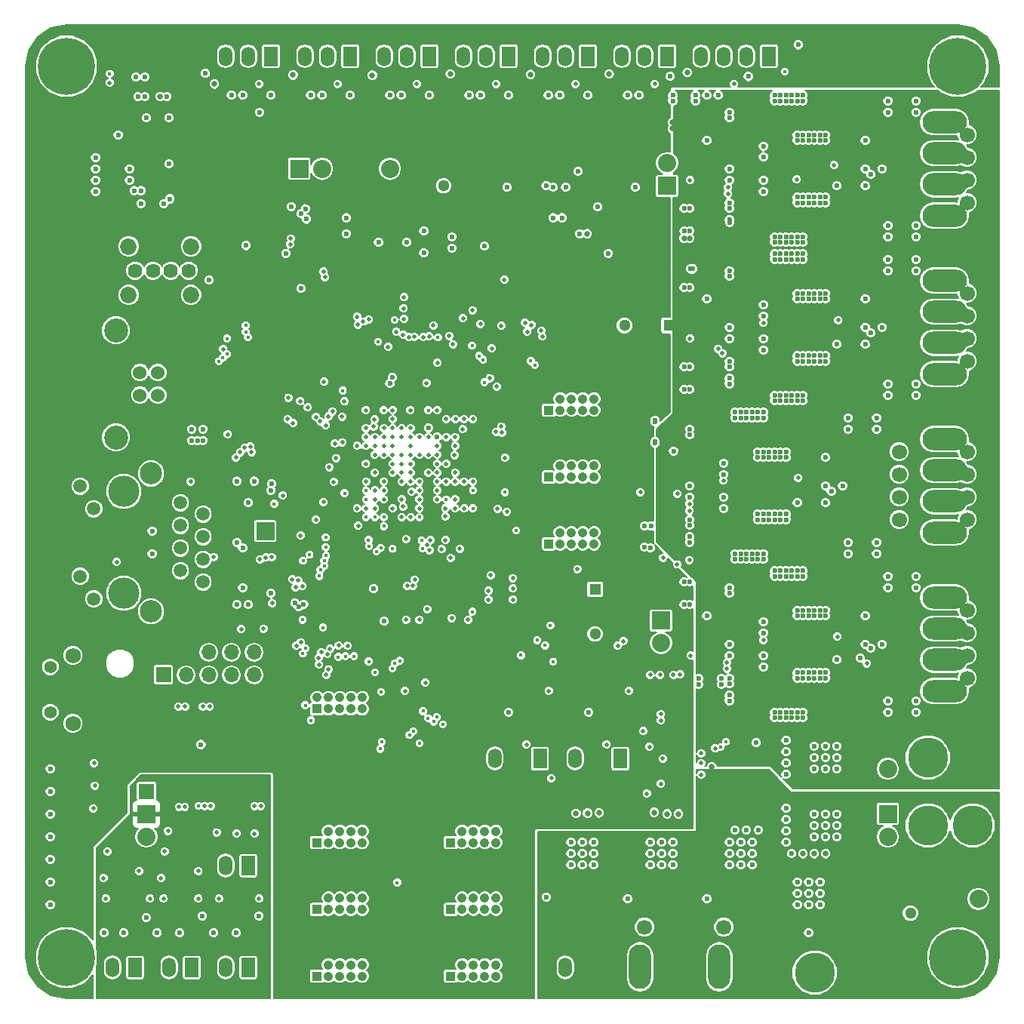
<source format=gtl>
G04 #@! TF.FileFunction,Copper,L2,Inr,Plane*
%FSLAX46Y46*%
G04 Gerber Fmt 4.6, Leading zero omitted, Abs format (unit mm)*
G04 Created by KiCad (PCBNEW 4.0.7) date 02/13/20 09:13:15*
%MOMM*%
%LPD*%
G01*
G04 APERTURE LIST*
%ADD10C,0.100000*%
%ADD11C,1.700000*%
%ADD12O,5.000000X2.500000*%
%ADD13R,1.524000X2.197100*%
%ADD14O,1.524000X2.197100*%
%ADD15R,2.032000X2.032000*%
%ADD16O,2.032000X2.032000*%
%ADD17C,1.524000*%
%ADD18C,2.700020*%
%ADD19C,1.620000*%
%ADD20C,1.850000*%
%ADD21R,1.050000X1.050000*%
%ADD22C,1.050000*%
%ADD23C,0.600000*%
%ADD24R,0.762000X0.762000*%
%ADD25R,1.998980X1.998980*%
%ADD26C,6.400000*%
%ADD27R,1.300000X1.300000*%
%ADD28C,1.300000*%
%ADD29O,2.500000X5.000000*%
%ADD30C,4.500000*%
%ADD31C,1.727200*%
%ADD32C,1.422400*%
%ADD33R,1.700000X1.700000*%
%ADD34O,1.700000X1.700000*%
%ADD35C,3.500000*%
%ADD36C,2.500000*%
%ADD37C,1.500000*%
%ADD38C,0.650000*%
%ADD39C,0.500000*%
%ADD40C,0.450000*%
%ADD41C,0.200000*%
G04 APERTURE END LIST*
D10*
D11*
X123825000Y-73660000D03*
X123825000Y-76200000D03*
X131445000Y-78740000D03*
X123825000Y-81280000D03*
X131445000Y-81280000D03*
X123825000Y-78740000D03*
D12*
X128905000Y-82720000D03*
X128905000Y-79220000D03*
D11*
X131445000Y-76200000D03*
X131445000Y-73660000D03*
D12*
X128905000Y-75720000D03*
X128905000Y-72220000D03*
D13*
X38100000Y-131521200D03*
D14*
X35560000Y-131521200D03*
D15*
X122555000Y-106680000D03*
D16*
X122555000Y-109220000D03*
D15*
X97100000Y-92600000D03*
D16*
X97100000Y-95140000D03*
D14*
X48260000Y-29286200D03*
D13*
X53340000Y-29286200D03*
D14*
X50800000Y-29286200D03*
D15*
X56515000Y-41910000D03*
D16*
X59055000Y-41910000D03*
D13*
X44450000Y-131521200D03*
D14*
X41910000Y-131521200D03*
X57150000Y-29286200D03*
D13*
X62230000Y-29286200D03*
D14*
X59690000Y-29286200D03*
D15*
X64135000Y-41910000D03*
D16*
X66675000Y-41910000D03*
D13*
X50800000Y-131521200D03*
D14*
X48260000Y-131521200D03*
X66040000Y-29286200D03*
D13*
X71120000Y-29286200D03*
D14*
X68580000Y-29286200D03*
D13*
X88900000Y-131521200D03*
D14*
X86360000Y-131521200D03*
X74930000Y-29286200D03*
D13*
X80010000Y-29286200D03*
D14*
X77470000Y-29286200D03*
D17*
X40640000Y-64770000D03*
X40640000Y-67310000D03*
X38641020Y-67310000D03*
X38641020Y-64770000D03*
D18*
X35941000Y-60040520D03*
X35941000Y-72039480D03*
D14*
X83820000Y-29286200D03*
D13*
X88900000Y-29286200D03*
D14*
X86360000Y-29286200D03*
X92710000Y-29286200D03*
D13*
X97790000Y-29286200D03*
D14*
X95250000Y-29286200D03*
D19*
X38100000Y-53340000D03*
X40100000Y-53340000D03*
X42100000Y-53340000D03*
D20*
X37370000Y-50620000D03*
D19*
X44100000Y-53340000D03*
D20*
X44370000Y-50620000D03*
X37370000Y-56060000D03*
X44370000Y-56060000D03*
D21*
X58500000Y-102500000D03*
D22*
X59770000Y-102500000D03*
X61040000Y-102500000D03*
X62310000Y-102500000D03*
X63580000Y-102500000D03*
X59770000Y-101230000D03*
X61040000Y-101230000D03*
X62310000Y-101230000D03*
X63580000Y-101230000D03*
X58500000Y-101230000D03*
D21*
X73500000Y-132500000D03*
D22*
X74770000Y-132500000D03*
X76040000Y-132500000D03*
X77310000Y-132500000D03*
X78580000Y-132500000D03*
X74770000Y-131230000D03*
X76040000Y-131230000D03*
X77310000Y-131230000D03*
X78580000Y-131230000D03*
X73500000Y-131230000D03*
D15*
X39370000Y-114300000D03*
D16*
X39370000Y-116840000D03*
D21*
X58500000Y-132500000D03*
D22*
X59770000Y-132500000D03*
X61040000Y-132500000D03*
X62310000Y-132500000D03*
X63580000Y-132500000D03*
X59770000Y-131230000D03*
X61040000Y-131230000D03*
X62310000Y-131230000D03*
X63580000Y-131230000D03*
X58500000Y-131230000D03*
D11*
X131445000Y-43180000D03*
X131445000Y-45720000D03*
D12*
X128905000Y-47160000D03*
X128905000Y-43660000D03*
D11*
X131445000Y-40640000D03*
X131445000Y-38100000D03*
D12*
X128905000Y-40160000D03*
X128905000Y-36660000D03*
D11*
X131445000Y-60960000D03*
X131445000Y-63500000D03*
D12*
X128905000Y-64940000D03*
X128905000Y-61440000D03*
D11*
X131445000Y-58420000D03*
X131445000Y-55880000D03*
D12*
X128905000Y-57940000D03*
X128905000Y-54440000D03*
D11*
X131445000Y-96520000D03*
X131445000Y-99060000D03*
D12*
X128905000Y-100500000D03*
X128905000Y-97000000D03*
D11*
X131445000Y-93980000D03*
X131445000Y-91440000D03*
D12*
X128905000Y-93500000D03*
X128905000Y-90000000D03*
D21*
X73500000Y-125000000D03*
D22*
X74770000Y-125000000D03*
X76040000Y-125000000D03*
X77310000Y-125000000D03*
X78580000Y-125000000D03*
X74770000Y-123730000D03*
X76040000Y-123730000D03*
X77310000Y-123730000D03*
X78580000Y-123730000D03*
X73500000Y-123730000D03*
D21*
X58500000Y-125000000D03*
D22*
X59770000Y-125000000D03*
X61040000Y-125000000D03*
X62310000Y-125000000D03*
X63580000Y-125000000D03*
X59770000Y-123730000D03*
X61040000Y-123730000D03*
X62310000Y-123730000D03*
X63580000Y-123730000D03*
X58500000Y-123730000D03*
D21*
X73500000Y-117500000D03*
D22*
X74770000Y-117500000D03*
X76040000Y-117500000D03*
X77310000Y-117500000D03*
X78580000Y-117500000D03*
X74770000Y-116230000D03*
X76040000Y-116230000D03*
X77310000Y-116230000D03*
X78580000Y-116230000D03*
X73500000Y-116230000D03*
D23*
X98425000Y-117475000D03*
X97155000Y-117475000D03*
X95885000Y-117475000D03*
X98425000Y-118745000D03*
X97155000Y-118745000D03*
X95885000Y-118745000D03*
X98425000Y-120015000D03*
X97155000Y-120015000D03*
X95885000Y-120015000D03*
X107315000Y-117475000D03*
X106045000Y-117475000D03*
X104775000Y-117475000D03*
X107315000Y-118745000D03*
X106045000Y-118745000D03*
X104775000Y-118745000D03*
X107315000Y-120015000D03*
X106045000Y-120015000D03*
X104775000Y-120015000D03*
X114935000Y-121920000D03*
X113665000Y-121920000D03*
X112395000Y-121920000D03*
X114935000Y-123190000D03*
X113665000Y-123190000D03*
X112395000Y-123190000D03*
X114935000Y-124460000D03*
X113665000Y-124460000D03*
X112395000Y-124460000D03*
D24*
X53205380Y-83050380D03*
X52204620Y-83050380D03*
X52204620Y-82049620D03*
X53205380Y-82049620D03*
D25*
X52705000Y-82550000D03*
D26*
X30400000Y-30400000D03*
X130400000Y-30400000D03*
X30400000Y-130400000D03*
X130400000Y-130400000D03*
D27*
X98000000Y-59500000D03*
D28*
X93000000Y-59500000D03*
X72700000Y-43815000D03*
D27*
X76200000Y-43815000D03*
X89700000Y-89100000D03*
D28*
X89700000Y-94100000D03*
D11*
X97790000Y-127000000D03*
X95250000Y-127000000D03*
D29*
X98270000Y-131445000D03*
X94770000Y-131445000D03*
D11*
X106680000Y-127000000D03*
X104140000Y-127000000D03*
D29*
X107160000Y-131445000D03*
X103660000Y-131445000D03*
D21*
X58500000Y-117500000D03*
D22*
X59770000Y-117500000D03*
X61040000Y-117500000D03*
X62310000Y-117500000D03*
X63580000Y-117500000D03*
X59770000Y-116230000D03*
X61040000Y-116230000D03*
X62310000Y-116230000D03*
X63580000Y-116230000D03*
X58500000Y-116230000D03*
D15*
X122555000Y-114300000D03*
D16*
X122555000Y-116840000D03*
D30*
X127040000Y-107950000D03*
X132040000Y-107950000D03*
X127040000Y-115570000D03*
X132040000Y-115570000D03*
X114340000Y-132080000D03*
X119340000Y-132080000D03*
D23*
X89535000Y-117475000D03*
X88265000Y-117475000D03*
X86995000Y-117475000D03*
X89535000Y-118745000D03*
X88265000Y-118745000D03*
X86995000Y-118745000D03*
X89535000Y-120015000D03*
X88265000Y-120015000D03*
X86995000Y-120015000D03*
X114300000Y-109220000D03*
X114300000Y-107950000D03*
X114300000Y-106680000D03*
X115570000Y-109220000D03*
X115570000Y-107950000D03*
X115570000Y-106680000D03*
X116840000Y-109220000D03*
X116840000Y-107950000D03*
X116840000Y-106680000D03*
X114300000Y-116840000D03*
X114300000Y-115570000D03*
X114300000Y-114300000D03*
X115570000Y-116840000D03*
X115570000Y-115570000D03*
X115570000Y-114300000D03*
X116840000Y-116840000D03*
X116840000Y-115570000D03*
X116840000Y-114300000D03*
D15*
X97790000Y-43815000D03*
D16*
X97790000Y-41275000D03*
D15*
X132715000Y-121285000D03*
D16*
X132715000Y-123825000D03*
D28*
X125095000Y-125420000D03*
D27*
X125095000Y-121920000D03*
D13*
X50800000Y-120091200D03*
D14*
X48260000Y-120091200D03*
D31*
X31115000Y-104140000D03*
X31115000Y-96520000D03*
D32*
X28575000Y-97790000D03*
X28575000Y-102870000D03*
D33*
X41270000Y-98670000D03*
D34*
X41300000Y-96160000D03*
X43840000Y-98700000D03*
X43840000Y-96160000D03*
X46380000Y-98700000D03*
X46380000Y-96160000D03*
X48920000Y-98700000D03*
X48920000Y-96160000D03*
X51460000Y-98700000D03*
X51460000Y-96160000D03*
D14*
X78460000Y-108076200D03*
D13*
X83540000Y-108076200D03*
D14*
X81000000Y-108076200D03*
X87460000Y-108076200D03*
D13*
X92540000Y-108076200D03*
D14*
X90000000Y-108076200D03*
D33*
X39370000Y-111760000D03*
D14*
X101600000Y-29286200D03*
X104140000Y-29286200D03*
D13*
X109220000Y-29286200D03*
D14*
X106680000Y-29286200D03*
D21*
X84500000Y-69000000D03*
D22*
X85770000Y-69000000D03*
X87040000Y-69000000D03*
X88310000Y-69000000D03*
X89580000Y-69000000D03*
X85770000Y-67730000D03*
X87040000Y-67730000D03*
X88310000Y-67730000D03*
X89580000Y-67730000D03*
X84500000Y-67730000D03*
D21*
X84500000Y-76500000D03*
D22*
X85770000Y-76500000D03*
X87040000Y-76500000D03*
X88310000Y-76500000D03*
X89580000Y-76500000D03*
X85770000Y-75230000D03*
X87040000Y-75230000D03*
X88310000Y-75230000D03*
X89580000Y-75230000D03*
X84500000Y-75230000D03*
D21*
X84500000Y-84000000D03*
D22*
X85770000Y-84000000D03*
X87040000Y-84000000D03*
X88310000Y-84000000D03*
X89580000Y-84000000D03*
X85770000Y-82730000D03*
X87040000Y-82730000D03*
X88310000Y-82730000D03*
X89580000Y-82730000D03*
X84500000Y-82730000D03*
D35*
X36830000Y-89535000D03*
X36830000Y-78105000D03*
D36*
X39880000Y-91565000D03*
X39880000Y-76075000D03*
D37*
X33450000Y-90155000D03*
X31930000Y-77505000D03*
X31930000Y-87615000D03*
X33450000Y-80045000D03*
X45720000Y-83185000D03*
X45720000Y-80645000D03*
X45720000Y-85725000D03*
X45720000Y-88265000D03*
X43180000Y-84455000D03*
X43180000Y-86995000D03*
X43180000Y-81915000D03*
X43180000Y-79375000D03*
D38*
X98404284Y-81854040D03*
X101370136Y-102931096D03*
D39*
X41400000Y-118500000D03*
X41800000Y-116200000D03*
X33500000Y-108600000D03*
D38*
X99088958Y-72996042D03*
X98421416Y-72758707D03*
X98425000Y-70485000D03*
X99224111Y-75387063D03*
X100253833Y-76161072D03*
X102950423Y-52807716D03*
X103528982Y-52537064D03*
X103358051Y-48758051D03*
D39*
X102900000Y-39900000D03*
X102200000Y-39900000D03*
X102900000Y-57700000D03*
X102200000Y-57700000D03*
X103000000Y-93200000D03*
X102300000Y-93200000D03*
D38*
X102953236Y-88372889D03*
X107950000Y-102870000D03*
X101370136Y-102131096D03*
X103870136Y-102131096D03*
X103870136Y-102931096D03*
X102800000Y-66700000D03*
X102700000Y-64100000D03*
X103500000Y-66700000D03*
X103500000Y-64100000D03*
X102700000Y-55200000D03*
X103500000Y-55200000D03*
X102800000Y-48900000D03*
X102800000Y-46400000D03*
X103500000Y-46400000D03*
X98400000Y-36700000D03*
X98400000Y-37400000D03*
X100900000Y-36800000D03*
X100900000Y-37500000D03*
X110490000Y-91440000D03*
X108585000Y-91440000D03*
X108585000Y-99060000D03*
X110490000Y-99060000D03*
X107950000Y-87630000D03*
X103505000Y-90805000D03*
X102870000Y-90805000D03*
X103505000Y-88265000D03*
X99060000Y-70485000D03*
X103505000Y-69850000D03*
X104140000Y-81280000D03*
X104140000Y-73660000D03*
X106045000Y-73660000D03*
X106045000Y-81280000D03*
X103505000Y-85090000D03*
X99060000Y-84455000D03*
X98425000Y-84455000D03*
X99060000Y-81915000D03*
D39*
X64952966Y-70041913D03*
X99256421Y-98643579D03*
D40*
X104394910Y-106186374D03*
D23*
X108000000Y-116100000D03*
X106700000Y-116100000D03*
X105400000Y-116100000D03*
D40*
X83200000Y-94800000D03*
D23*
X89000000Y-102900000D03*
X80000000Y-102900000D03*
X95996760Y-81975960D03*
X95280480Y-81975962D03*
D39*
X97000000Y-98700000D03*
D40*
X81400000Y-96500000D03*
X85000000Y-97200000D03*
D23*
X121920000Y-95250000D03*
X117475000Y-77470000D03*
X121920000Y-59690000D03*
X121920000Y-41910000D03*
X49530000Y-76945490D03*
X112500000Y-28000000D03*
X57014991Y-90758252D03*
D39*
X58382925Y-81277086D03*
D23*
X34600010Y-127635000D03*
D39*
X34550010Y-121500000D03*
X70862017Y-91319024D03*
D23*
X64856310Y-89032029D03*
X66039852Y-92681417D03*
D39*
X82100783Y-60189836D03*
D23*
X53395357Y-77278689D03*
D39*
X52090451Y-85733497D03*
D23*
X53306270Y-77992421D03*
D39*
X55204360Y-69988596D03*
X61335633Y-72590476D03*
D23*
X56015009Y-90646845D03*
X56437156Y-91066763D03*
D39*
X68264863Y-58747284D03*
D23*
X70485000Y-51365268D03*
X73660000Y-50800000D03*
X98505586Y-73579414D03*
X96449196Y-70118248D03*
X96449196Y-70314952D03*
X96399287Y-72504351D03*
X96399287Y-72684233D03*
D39*
X74037907Y-70000000D03*
X91000000Y-106500000D03*
X82000000Y-106500000D03*
D23*
X56726360Y-46959208D03*
X57346617Y-47560093D03*
X55016143Y-51394348D03*
D39*
X70000000Y-92500000D03*
D23*
X100413204Y-53149376D03*
X100688126Y-53149376D03*
X99694876Y-48875004D03*
X100330724Y-48875560D03*
X108585000Y-40560090D03*
X104815301Y-47907008D03*
D39*
X64000000Y-80000000D03*
X64000000Y-75000000D03*
D23*
X95236448Y-84347050D03*
D39*
X93500000Y-100500000D03*
X84500000Y-100500000D03*
X100300000Y-85800000D03*
X98900000Y-86300000D03*
X38548331Y-120705754D03*
X52000000Y-123800000D03*
X45200000Y-120700000D03*
X41300000Y-123800000D03*
X41000000Y-121500000D03*
X34800000Y-123800000D03*
X49500000Y-116500000D03*
X97100000Y-110900000D03*
X97300000Y-108100000D03*
X101600000Y-109900000D03*
X101600000Y-108600000D03*
D23*
X106887645Y-31558230D03*
X98134593Y-31555270D03*
D39*
X97100000Y-103100000D03*
D23*
X56701708Y-55343798D03*
X87989987Y-49200000D03*
X42006612Y-45279103D03*
X41336776Y-45829867D03*
X41910000Y-41360090D03*
X38752400Y-45798350D03*
D39*
X77750000Y-90250000D03*
X80500000Y-90250000D03*
X35250000Y-32250000D03*
X59296510Y-65796510D03*
X70000000Y-72000000D03*
X71000000Y-72000000D03*
X69000000Y-75000000D03*
X70000000Y-74000000D03*
X72000000Y-74000000D03*
X71000000Y-74000000D03*
X72000000Y-76000000D03*
X71000000Y-76000000D03*
X69000000Y-76000000D03*
X69000000Y-77000000D03*
X69000000Y-74000000D03*
X68000000Y-74000000D03*
X68000000Y-75000000D03*
X68000000Y-76000000D03*
X68000000Y-77000000D03*
X76000000Y-77000000D03*
X76000000Y-70000000D03*
D23*
X77300000Y-50600000D03*
X91200000Y-51400000D03*
X46400000Y-54400000D03*
X39200000Y-33800000D03*
X39200000Y-31600000D03*
X86000000Y-47400000D03*
X85000000Y-44000000D03*
X86400000Y-44000000D03*
X85000000Y-47400000D03*
X87800000Y-42200000D03*
X94200000Y-44000000D03*
X84200000Y-43800000D03*
X79800000Y-44000000D03*
X111125000Y-107315000D03*
X111125000Y-108585000D03*
X111125000Y-109855000D03*
X111125000Y-114935000D03*
X111125000Y-116205000D03*
X111125000Y-117475000D03*
X65405000Y-50165000D03*
X68580000Y-50165000D03*
X73660000Y-49530000D03*
X41910000Y-36195000D03*
X39370000Y-36195000D03*
X50800000Y-90805000D03*
X49530000Y-90805000D03*
X50165000Y-88900000D03*
X36195000Y-38100000D03*
X33655000Y-44450000D03*
X45720000Y-71120000D03*
X44450000Y-71120000D03*
X45720000Y-72390000D03*
X45085000Y-72390000D03*
X44450000Y-72390000D03*
X53340000Y-89535000D03*
X40005000Y-85090000D03*
X40005000Y-82550000D03*
X28575000Y-109220000D03*
X28575000Y-111760000D03*
X28575000Y-114300000D03*
X28575000Y-116840000D03*
X28575000Y-119380000D03*
X28575000Y-121920000D03*
X28575000Y-124460000D03*
X108585000Y-93980000D03*
X108585000Y-92710000D03*
X108585000Y-97790000D03*
X108585000Y-96520000D03*
X104775000Y-100965000D03*
X104775000Y-101600000D03*
X104775000Y-89535000D03*
X104775000Y-88900000D03*
X100330000Y-83820000D03*
X100330000Y-83185000D03*
X104140000Y-80010000D03*
X104140000Y-78740000D03*
X104140000Y-76200000D03*
X104140000Y-74930000D03*
X100330000Y-71755000D03*
X100330000Y-71120000D03*
X108585000Y-58420000D03*
X108585000Y-57150000D03*
X108585000Y-62230000D03*
X108585000Y-60960000D03*
X104775000Y-66040000D03*
X104775000Y-65405000D03*
X104775000Y-53975000D03*
X104775000Y-53340000D03*
X104775000Y-36195000D03*
X104775000Y-47625000D03*
X108585000Y-44450000D03*
X108585000Y-43180000D03*
X108585000Y-39370000D03*
X104775000Y-35560000D03*
X99695000Y-90805000D03*
X100330000Y-90805000D03*
X99695000Y-88265000D03*
X100330000Y-88265000D03*
X101335136Y-99126096D03*
X101335136Y-99761096D03*
X103875136Y-99126096D03*
X103875136Y-99761096D03*
X95885000Y-84455000D03*
X99695000Y-66675000D03*
X100330000Y-66675000D03*
X99695000Y-64135000D03*
X100330000Y-64135000D03*
X99695000Y-55245000D03*
X100330000Y-55245000D03*
X100965000Y-33655000D03*
X98425000Y-33655000D03*
X99695000Y-46355000D03*
X100330000Y-46355000D03*
X100965000Y-34290000D03*
X98425000Y-34290000D03*
X104775000Y-99060000D03*
X104775000Y-99695000D03*
X104775000Y-95250000D03*
X102235000Y-92075000D03*
X100330000Y-81280000D03*
X100330000Y-81915000D03*
X100330000Y-77470000D03*
X120015000Y-41910000D03*
X120015000Y-59690000D03*
X115570000Y-77470000D03*
X120015000Y-95250000D03*
X125730000Y-102870000D03*
X125730000Y-101600000D03*
X122555000Y-102870000D03*
X122555000Y-101600000D03*
X120015000Y-92075000D03*
X125730000Y-88900000D03*
X125730000Y-87630000D03*
X122555000Y-88900000D03*
X122555000Y-87630000D03*
X121285000Y-85090000D03*
X121285000Y-83820000D03*
X118110000Y-85090000D03*
X118110000Y-83820000D03*
X121285000Y-71120000D03*
X121285000Y-69850000D03*
X118110000Y-71120000D03*
X118110000Y-69850000D03*
X125730000Y-67310000D03*
X125730000Y-66040000D03*
X122555000Y-67310000D03*
X122555000Y-66040000D03*
X125730000Y-53340000D03*
X125730000Y-52070000D03*
X122555000Y-53340000D03*
X122555000Y-52070000D03*
X115570000Y-74295000D03*
X120015000Y-56515000D03*
X104775000Y-64135000D03*
X104775000Y-63500000D03*
X104775000Y-59690000D03*
X102235000Y-56515000D03*
X102235000Y-38735000D03*
X104775000Y-45720000D03*
X104775000Y-46355000D03*
X104775000Y-41910000D03*
X125730000Y-49530000D03*
X125730000Y-48260000D03*
X122555000Y-49530000D03*
X122555000Y-48260000D03*
X125730000Y-35560000D03*
X125730000Y-34290000D03*
X122555000Y-35560000D03*
X122555000Y-34290000D03*
X120015000Y-38735000D03*
X52070000Y-35560000D03*
X88900000Y-33655000D03*
X80010000Y-33655000D03*
X71120000Y-33655000D03*
X62230000Y-33655000D03*
X53340000Y-33655000D03*
X46925230Y-127635000D03*
X40565070Y-127635000D03*
D38*
X90159513Y-114167109D03*
X88868449Y-114205457D03*
X87560955Y-114230681D03*
X96335000Y-114115000D03*
X97790000Y-114300000D03*
X99060000Y-114300000D03*
X115570000Y-118745000D03*
X114300000Y-118745000D03*
X113030000Y-118745000D03*
D40*
X63996134Y-81001249D03*
X64334149Y-84227316D03*
D39*
X58704355Y-96764524D03*
X43670653Y-113483539D03*
X63133621Y-81960776D03*
X59679412Y-96369204D03*
X46599801Y-113400000D03*
X96250000Y-51500000D03*
X96250000Y-52250000D03*
X96250000Y-50750000D03*
D40*
X64500000Y-121500000D03*
D38*
X49807839Y-68373940D03*
X49774990Y-66491611D03*
X74700000Y-50800000D03*
X56325010Y-54429161D03*
D39*
X80500000Y-100000000D03*
X89500000Y-100000000D03*
D38*
X56835085Y-54529639D03*
D39*
X32250000Y-38500000D03*
D38*
X79800000Y-48200000D03*
X79800000Y-43100000D03*
X79600000Y-45600000D03*
X77300000Y-49700000D03*
X74700000Y-49500000D03*
X65200000Y-46200000D03*
X68600000Y-46200000D03*
X46000000Y-33500000D03*
X94200000Y-45000000D03*
X89800000Y-45200000D03*
D39*
X66018908Y-71010434D03*
D23*
X45500000Y-106500000D03*
D40*
X67500000Y-122000000D03*
D39*
X56653967Y-83041153D03*
X59222534Y-79302952D03*
X73613343Y-92314792D03*
X55722933Y-87956162D03*
X56421706Y-88099863D03*
X55809997Y-70442771D03*
X53500662Y-90638148D03*
X68264863Y-56317509D03*
X79529751Y-54351345D03*
D23*
X100348734Y-78739501D03*
D39*
X94800000Y-78200000D03*
X98949012Y-78369426D03*
X97349821Y-85553490D03*
D23*
X57211037Y-46386969D03*
X55645044Y-46152842D03*
X50550626Y-50522608D03*
D39*
X68500000Y-92500000D03*
X78002130Y-87508080D03*
X80490826Y-87834018D03*
X33416776Y-113668191D03*
X100344531Y-43189409D03*
X100356654Y-60944631D03*
X100425806Y-96517619D03*
D23*
X104775000Y-96520000D03*
X104775000Y-60960000D03*
X104775000Y-43180000D03*
D39*
X63000000Y-73000000D03*
X42960000Y-102250000D03*
X45710000Y-102250000D03*
D23*
X41674742Y-33783745D03*
D39*
X65000000Y-76000000D03*
X72000000Y-73000000D03*
X69000000Y-73000000D03*
X73000000Y-75000000D03*
X72000000Y-75000000D03*
X73000000Y-77000000D03*
X72000000Y-77000000D03*
X70000000Y-77000000D03*
X70000000Y-78000000D03*
X67000000Y-73000000D03*
X67000000Y-74000000D03*
X67000000Y-75000000D03*
X67000000Y-76000000D03*
X75000000Y-77000000D03*
X75000000Y-70000000D03*
D23*
X70485000Y-48895000D03*
X38400000Y-33800000D03*
X38200000Y-31600000D03*
X61800000Y-49200000D03*
X61800000Y-47400000D03*
X46000000Y-31200000D03*
D39*
X59541344Y-98685944D03*
X52200000Y-113400000D03*
X101600000Y-107500000D03*
X97100000Y-103800000D03*
X58745910Y-97539695D03*
D40*
X64288589Y-83562975D03*
X63985354Y-79000090D03*
D39*
X45900000Y-113400000D03*
X59956375Y-95781261D03*
X63000000Y-80012751D03*
X41500000Y-113500000D03*
D23*
X38987795Y-127635000D03*
X45645070Y-127635000D03*
X52005230Y-127635000D03*
D39*
X68007855Y-80999282D03*
X68499910Y-83458826D03*
X69022419Y-81000358D03*
D23*
X49541270Y-83831270D03*
X50165000Y-84455000D03*
X93345000Y-123825000D03*
X102235000Y-123825000D03*
X84245636Y-123615632D03*
X113665000Y-127635000D03*
X39335694Y-125921222D03*
X36794400Y-127635000D03*
D38*
X100055425Y-31099175D03*
X55813477Y-31372440D03*
X64720775Y-31424254D03*
X73469097Y-31267634D03*
X82463537Y-31334757D03*
X91278983Y-31267634D03*
X46990000Y-32385000D03*
D23*
X50165000Y-33655000D03*
X48895000Y-33655000D03*
X45645070Y-125730000D03*
X43105070Y-127635000D03*
X59051876Y-33647975D03*
X57785000Y-33655000D03*
X52005230Y-125730000D03*
X49465230Y-127635000D03*
X67945000Y-33655000D03*
X66675000Y-33655000D03*
X76835000Y-33655000D03*
X75565000Y-33655000D03*
X85725000Y-33655000D03*
X84455000Y-33655000D03*
X94615000Y-33655000D03*
X93345000Y-33655000D03*
X103505000Y-33655000D03*
X102235000Y-33655000D03*
D39*
X77750000Y-89250000D03*
D40*
X35250000Y-31250000D03*
D39*
X69286575Y-88680705D03*
X68636885Y-88697668D03*
X44329742Y-76995490D03*
X46901783Y-85455656D03*
X65000000Y-74000000D03*
X43710000Y-102250000D03*
X70846613Y-84115068D03*
X70000000Y-79000000D03*
X72469450Y-84604333D03*
X72000000Y-79000000D03*
X71217734Y-83576616D03*
X69999910Y-80000000D03*
X73993966Y-80002304D03*
X71119728Y-84704808D03*
X72000000Y-78000000D03*
X87710179Y-86821249D03*
D40*
X59175957Y-93385657D03*
D39*
X58971399Y-96159069D03*
X43005558Y-113483501D03*
X75449821Y-92501464D03*
D40*
X59481274Y-83274821D03*
X66972172Y-97976811D03*
X50754912Y-60804378D03*
D39*
X67000000Y-70000000D03*
X70649455Y-99572107D03*
D40*
X64304024Y-97192299D03*
X67200000Y-58868739D03*
X56947759Y-85890088D03*
X50500000Y-59500000D03*
D23*
X112395000Y-45085000D03*
X113030000Y-45085000D03*
X113665000Y-45085000D03*
X114300000Y-45085000D03*
X114935000Y-45085000D03*
X115570000Y-45085000D03*
X115570000Y-45720000D03*
X112395000Y-45720000D03*
X113030000Y-45720000D03*
X113665000Y-45720000D03*
X114300000Y-45720000D03*
X114935000Y-45720000D03*
X109855000Y-49530000D03*
X110490000Y-49530000D03*
X111125000Y-49530000D03*
X111760000Y-49530000D03*
X112395000Y-49530000D03*
X113030000Y-49530000D03*
X113030000Y-50165000D03*
X109855000Y-50165000D03*
X110490000Y-50165000D03*
X111125000Y-50165000D03*
X111760000Y-50165000D03*
X112395000Y-50165000D03*
X113030000Y-34290000D03*
X109855000Y-34290000D03*
X110490000Y-34290000D03*
X111125000Y-34290000D03*
X111760000Y-34290000D03*
X112395000Y-34290000D03*
X109855000Y-33655000D03*
X112395000Y-33655000D03*
X113030000Y-33655000D03*
X111760000Y-33655000D03*
X111125000Y-33655000D03*
X110490000Y-33655000D03*
X112395000Y-38100000D03*
X115570000Y-38100000D03*
X114935000Y-38100000D03*
X114300000Y-38100000D03*
X113665000Y-38100000D03*
X113030000Y-38100000D03*
X114935000Y-38735000D03*
X115570000Y-38735000D03*
X114300000Y-38735000D03*
X113665000Y-38735000D03*
X113030000Y-38735000D03*
X112395000Y-38735000D03*
X112395000Y-63500000D03*
X113030000Y-63500000D03*
X113665000Y-63500000D03*
X114300000Y-63500000D03*
X114935000Y-63500000D03*
X115570000Y-63500000D03*
X115570000Y-62865000D03*
X114935000Y-62865000D03*
X114300000Y-62865000D03*
X113665000Y-62865000D03*
X113030000Y-62865000D03*
X112395000Y-62865000D03*
X109855000Y-67945000D03*
X110490000Y-67945000D03*
X111125000Y-67945000D03*
X111760000Y-67945000D03*
X112395000Y-67945000D03*
X113030000Y-67945000D03*
X113030000Y-67310000D03*
X112395000Y-67310000D03*
X111760000Y-67310000D03*
X111125000Y-67310000D03*
X110490000Y-67310000D03*
X109855000Y-67310000D03*
X109855000Y-51435000D03*
X110490000Y-51435000D03*
X111125000Y-51435000D03*
X111760000Y-51435000D03*
X112395000Y-51435000D03*
X113030000Y-51435000D03*
X113030000Y-52070000D03*
X112395000Y-52070000D03*
X111760000Y-52070000D03*
X111125000Y-52070000D03*
X110490000Y-52070000D03*
X109855000Y-52070000D03*
X112395000Y-56515000D03*
X113030000Y-56515000D03*
X113665000Y-56515000D03*
X114300000Y-56515000D03*
X114935000Y-56515000D03*
X115570000Y-56515000D03*
X115570000Y-55880000D03*
X114935000Y-55880000D03*
X114300000Y-55880000D03*
X113665000Y-55880000D03*
X113030000Y-55880000D03*
X112395000Y-55880000D03*
X107950000Y-80645000D03*
X108585000Y-80645000D03*
X109220000Y-80645000D03*
X109855000Y-80645000D03*
X110490000Y-80645000D03*
X111125000Y-80645000D03*
X111125000Y-81280000D03*
X110490000Y-81280000D03*
X109855000Y-81280000D03*
X109220000Y-81280000D03*
X108585000Y-81280000D03*
X107950000Y-81280000D03*
X105410000Y-85725000D03*
X106045000Y-85725000D03*
X106680000Y-85725000D03*
X107315000Y-85725000D03*
X107950000Y-85725000D03*
X108585000Y-85725000D03*
X108585000Y-85090000D03*
X107950000Y-85090000D03*
X107315000Y-85090000D03*
X106680000Y-85090000D03*
X106045000Y-85090000D03*
X105410000Y-85090000D03*
X105410000Y-69215000D03*
X106045000Y-69215000D03*
X106680000Y-69215000D03*
X107315000Y-69215000D03*
X107950000Y-69215000D03*
X108585000Y-69215000D03*
X108585000Y-69850000D03*
X107950000Y-69850000D03*
X107315000Y-69850000D03*
X106680000Y-69850000D03*
X106045000Y-69850000D03*
X105410000Y-69850000D03*
X107950000Y-74295000D03*
X108585000Y-74295000D03*
X109220000Y-74295000D03*
X109855000Y-74295000D03*
X110490000Y-74295000D03*
X111125000Y-74295000D03*
X111125000Y-73660000D03*
X110490000Y-73660000D03*
X109855000Y-73660000D03*
X109220000Y-73660000D03*
X108585000Y-73660000D03*
X107950000Y-73660000D03*
X112395000Y-98425000D03*
X113030000Y-98425000D03*
X113665000Y-98425000D03*
X114300000Y-98425000D03*
X114935000Y-98425000D03*
X115570000Y-98425000D03*
X115570000Y-99060000D03*
X114935000Y-99060000D03*
X114300000Y-99060000D03*
X113665000Y-99060000D03*
X113030000Y-99060000D03*
X112395000Y-99060000D03*
X109855000Y-103505000D03*
X110490000Y-103505000D03*
X111125000Y-103505000D03*
X111760000Y-103505000D03*
X112395000Y-103505000D03*
X113030000Y-103505000D03*
X113030000Y-102870000D03*
X112395000Y-102870000D03*
X111760000Y-102870000D03*
X111125000Y-102870000D03*
X110490000Y-102870000D03*
X109855000Y-102870000D03*
X109855000Y-86995000D03*
X110490000Y-86995000D03*
X111125000Y-86995000D03*
X111760000Y-86995000D03*
X112395000Y-86995000D03*
X113030000Y-86995000D03*
X113030000Y-87630000D03*
X112395000Y-87630000D03*
X111760000Y-87630000D03*
X111125000Y-87630000D03*
X110490000Y-87630000D03*
X109855000Y-87630000D03*
X112395000Y-92075000D03*
X113030000Y-92075000D03*
X113665000Y-92075000D03*
X114300000Y-92075000D03*
X114935000Y-92075000D03*
X115570000Y-92075000D03*
X115570000Y-91440000D03*
X114935000Y-91440000D03*
X114300000Y-91440000D03*
X113665000Y-91440000D03*
X113030000Y-91440000D03*
X112395000Y-91440000D03*
D39*
X68374327Y-100494084D03*
D40*
X82964311Y-63925090D03*
X77134547Y-63313598D03*
X66009793Y-82013529D03*
X82489401Y-63478171D03*
X76700000Y-62900000D03*
D39*
X75025940Y-80031910D03*
D38*
X40900000Y-33800000D03*
D23*
X38757275Y-44349910D03*
D39*
X68160900Y-79806800D03*
D40*
X66986016Y-84543760D03*
D23*
X37465000Y-41910000D03*
D39*
X65005460Y-79999901D03*
D23*
X38006951Y-44349910D03*
X33655000Y-40640000D03*
D39*
X67000000Y-80000000D03*
X74000000Y-79000000D03*
D23*
X33655000Y-41910000D03*
D39*
X68000000Y-79000000D03*
D23*
X33655000Y-43180000D03*
D39*
X75945367Y-57776135D03*
X95500000Y-112000000D03*
X103167571Y-106928599D03*
X74884869Y-58669374D03*
X79189915Y-59522287D03*
X84796510Y-110296510D03*
X95800000Y-106749821D03*
D23*
X111760000Y-118745000D03*
D39*
X69467447Y-88004464D03*
X48500000Y-71700000D03*
X92239104Y-95435269D03*
X82566479Y-59438264D03*
X95900000Y-98700000D03*
X95100000Y-105000000D03*
X55573490Y-49733490D03*
X68000000Y-71000000D03*
X55495313Y-50378683D03*
X67000000Y-71000000D03*
X59409616Y-54063015D03*
X73000000Y-72000000D03*
X77895814Y-65387857D03*
X59242967Y-53434833D03*
X73940558Y-74026214D03*
X72929541Y-83556530D03*
X72900090Y-80000000D03*
D40*
X72081480Y-60833138D03*
D39*
X104503490Y-97296510D03*
X73344948Y-60649811D03*
X104500000Y-98000000D03*
X69000000Y-71000000D03*
X71083776Y-60712574D03*
X116900000Y-94400000D03*
X36019740Y-86029800D03*
X66000000Y-79000000D03*
X58410525Y-69765366D03*
X63095711Y-59400180D03*
X112338461Y-43116245D03*
X108600000Y-94800000D03*
X104100000Y-76900000D03*
X108600000Y-59200000D03*
X58870081Y-70224924D03*
X59490717Y-70699812D03*
D40*
X77290140Y-65855279D03*
X53700000Y-79500000D03*
X61400000Y-66800000D03*
D39*
X59791180Y-98068838D03*
D40*
X65661293Y-84453972D03*
D39*
X51500000Y-113400000D03*
D40*
X66000000Y-81000000D03*
D39*
X64000000Y-73003368D03*
X64000000Y-72000090D03*
X60242574Y-69113984D03*
D23*
X116840000Y-96986164D03*
D39*
X65000000Y-72000000D03*
D23*
X112395000Y-79375000D03*
X116840000Y-43815000D03*
X116840000Y-61595000D03*
D39*
X63997534Y-71000090D03*
X64314780Y-58814691D03*
X104600000Y-44700000D03*
X67389620Y-60193461D03*
X117000000Y-58900000D03*
X68188208Y-60544629D03*
X103500000Y-62100000D03*
X70436827Y-60774561D03*
X100300000Y-80300000D03*
X67000000Y-69000000D03*
X69437016Y-60767865D03*
X112500000Y-76600000D03*
X68787697Y-60795623D03*
X104000000Y-62600000D03*
D40*
X59474910Y-84360926D03*
D39*
X73500090Y-85570072D03*
X72900090Y-80921442D03*
D40*
X57675690Y-85215460D03*
D39*
X74542402Y-84540574D03*
D40*
X59533507Y-85312021D03*
D39*
X78766324Y-80052492D03*
X74000000Y-77000000D03*
D40*
X59314828Y-86480701D03*
D39*
X79811221Y-80389134D03*
X74000000Y-76000000D03*
D23*
X119490587Y-96803505D03*
D39*
X66000000Y-73000000D03*
D23*
X115570000Y-79375000D03*
X120015000Y-43815000D03*
X120015000Y-61595000D03*
D40*
X59308498Y-85880823D03*
D39*
X78598768Y-71439830D03*
D40*
X47956403Y-63110653D03*
D23*
X66674993Y-66012852D03*
X71000000Y-71000000D03*
D39*
X52500000Y-93500000D03*
X73000000Y-70000000D03*
X52773545Y-85496523D03*
X56098995Y-88865096D03*
X79586562Y-74329276D03*
X74000000Y-73000000D03*
D40*
X58887728Y-86901968D03*
D39*
X79243816Y-71519196D03*
X74000000Y-72000000D03*
X50000000Y-93549821D03*
D40*
X48395544Y-62701937D03*
D23*
X66938965Y-65310936D03*
X72000000Y-72000000D03*
D39*
X74855659Y-71140012D03*
X53423371Y-85485952D03*
X56848111Y-88721703D03*
X79157958Y-70811184D03*
X76851598Y-59315699D03*
D23*
X50800000Y-79375000D03*
X51459912Y-76945490D03*
X90000000Y-46200000D03*
D40*
X45200000Y-113400000D03*
D39*
X47500000Y-123800000D03*
X47239801Y-116357143D03*
X39775174Y-123793218D03*
X45200000Y-123800000D03*
D38*
X102800000Y-114000000D03*
X102797987Y-111000000D03*
X102797987Y-113000000D03*
X102797987Y-112000000D03*
X102797987Y-110000000D03*
X102797987Y-109000000D03*
X106200000Y-111000000D03*
X107725000Y-112675000D03*
D39*
X33593541Y-111114086D03*
X35000000Y-118500000D03*
X101600000Y-110800000D03*
D38*
X99060000Y-123825000D03*
X120015000Y-127635000D03*
X108585000Y-123825000D03*
X90170000Y-123825000D03*
D40*
X103800000Y-106800000D03*
D39*
X51500000Y-116500000D03*
X68232475Y-57558771D03*
X80500000Y-89000000D03*
D23*
X111125000Y-113665000D03*
X111125000Y-106045000D03*
D39*
X61935597Y-95440313D03*
X60935786Y-95399956D03*
X55294313Y-67589141D03*
X87500000Y-32385000D03*
X57473589Y-68680136D03*
X105300000Y-32385000D03*
X78119382Y-62044204D03*
X61323879Y-69722051D03*
X63704075Y-59037006D03*
X116500000Y-41500000D03*
X104600000Y-44000000D03*
X63000000Y-58500000D03*
X56627586Y-67985595D03*
X96400000Y-32385000D03*
X60520744Y-72744614D03*
X78600000Y-32385000D03*
D40*
X56888024Y-92521670D03*
D39*
X60376421Y-77031614D03*
X64014382Y-77000000D03*
X65000000Y-78997010D03*
X59892231Y-75390209D03*
X52000000Y-32385000D03*
X65010822Y-77997199D03*
X60800000Y-32385000D03*
X51011150Y-73049843D03*
X65000000Y-73000000D03*
X71571099Y-59500298D03*
X100300000Y-79500000D03*
X64000000Y-69000000D03*
X54672916Y-78565153D03*
X66000000Y-77000000D03*
X60639094Y-74374221D03*
X69700000Y-32385000D03*
X66000000Y-78000000D03*
X51157604Y-73685681D03*
X66000000Y-74000000D03*
X65996510Y-72011858D03*
X50380050Y-73205077D03*
X56700090Y-95021495D03*
X67000000Y-72000000D03*
X59800000Y-69700000D03*
X49900000Y-73700000D03*
X61582003Y-68011292D03*
X56187096Y-95420523D03*
X68000000Y-72000000D03*
X49400000Y-74300000D03*
X72002768Y-63691677D03*
X69000000Y-72000000D03*
X72000000Y-69000000D03*
D40*
X58774910Y-87610378D03*
X50499416Y-60190762D03*
X71000000Y-69000000D03*
X56925090Y-96298156D03*
X48412599Y-60954348D03*
X65359235Y-61309233D03*
X75913024Y-61753425D03*
X111000000Y-31000000D03*
X60893770Y-96671731D03*
X61700000Y-96600000D03*
X62661032Y-96595323D03*
X72625268Y-104247424D03*
X71925446Y-103433686D03*
X71612071Y-103945243D03*
X70242923Y-83600000D03*
X67199966Y-97421829D03*
X57820695Y-103800000D03*
X65173183Y-84858019D03*
X57200000Y-102100000D03*
X65000000Y-81000000D03*
X47500000Y-63500000D03*
X66000000Y-69000000D03*
X65000000Y-98400000D03*
X70000000Y-81000000D03*
X70351272Y-84499991D03*
X67800000Y-97100000D03*
X70975634Y-103569958D03*
X70404570Y-102766540D03*
X80865458Y-82502462D03*
X69314435Y-105028870D03*
X76000000Y-80000000D03*
X75950153Y-91604392D03*
X68872431Y-105434488D03*
X65700000Y-100600000D03*
X73000000Y-79000000D03*
X65600000Y-107000000D03*
X79600000Y-78200000D03*
X76000000Y-78000000D03*
X65766826Y-106200000D03*
X69992614Y-106379012D03*
X57200000Y-95700000D03*
X61600000Y-78300000D03*
X64000000Y-78000000D03*
D38*
X99700000Y-49700000D03*
X100300000Y-49700000D03*
X88815000Y-49200000D03*
D40*
X84100000Y-95400000D03*
D39*
X83804355Y-60723476D03*
D23*
X107800000Y-106300000D03*
D40*
X84693760Y-93146880D03*
D39*
X83669209Y-60087771D03*
X92885230Y-94902216D03*
X81841660Y-59190392D03*
X46460000Y-102250000D03*
X47996926Y-62135842D03*
X66483778Y-61876523D03*
X73763475Y-61619111D03*
X68992186Y-69000000D03*
X78683111Y-66349533D03*
X70781062Y-65938400D03*
X98500000Y-98700000D03*
X64859984Y-70825745D03*
X120200000Y-97400000D03*
D23*
X120650000Y-95668153D03*
X116205000Y-78105000D03*
X120650000Y-42545000D03*
X120650000Y-60325000D03*
D39*
X69100357Y-78140016D03*
D23*
X37465000Y-43180000D03*
D41*
G36*
X53240000Y-135025000D02*
X33755000Y-135025000D01*
X33755000Y-131446979D01*
X33875305Y-131157251D01*
X34498000Y-131157251D01*
X34498000Y-131885149D01*
X34578840Y-132291559D01*
X34809053Y-132636096D01*
X35153590Y-132866309D01*
X35560000Y-132947149D01*
X35966410Y-132866309D01*
X36310947Y-132636096D01*
X36541160Y-132291559D01*
X36622000Y-131885149D01*
X36622000Y-131157251D01*
X36541160Y-130750841D01*
X36321870Y-130422650D01*
X37032123Y-130422650D01*
X37032123Y-132619750D01*
X37053042Y-132730923D01*
X37118745Y-132833029D01*
X37218997Y-132901528D01*
X37338000Y-132925627D01*
X38862000Y-132925627D01*
X38973173Y-132904708D01*
X39075279Y-132839005D01*
X39143778Y-132738753D01*
X39167877Y-132619750D01*
X39167877Y-131157251D01*
X40848000Y-131157251D01*
X40848000Y-131885149D01*
X40928840Y-132291559D01*
X41159053Y-132636096D01*
X41503590Y-132866309D01*
X41910000Y-132947149D01*
X42316410Y-132866309D01*
X42660947Y-132636096D01*
X42891160Y-132291559D01*
X42972000Y-131885149D01*
X42972000Y-131157251D01*
X42891160Y-130750841D01*
X42671870Y-130422650D01*
X43382123Y-130422650D01*
X43382123Y-132619750D01*
X43403042Y-132730923D01*
X43468745Y-132833029D01*
X43568997Y-132901528D01*
X43688000Y-132925627D01*
X45212000Y-132925627D01*
X45323173Y-132904708D01*
X45425279Y-132839005D01*
X45493778Y-132738753D01*
X45517877Y-132619750D01*
X45517877Y-131157251D01*
X47198000Y-131157251D01*
X47198000Y-131885149D01*
X47278840Y-132291559D01*
X47509053Y-132636096D01*
X47853590Y-132866309D01*
X48260000Y-132947149D01*
X48666410Y-132866309D01*
X49010947Y-132636096D01*
X49241160Y-132291559D01*
X49322000Y-131885149D01*
X49322000Y-131157251D01*
X49241160Y-130750841D01*
X49021870Y-130422650D01*
X49732123Y-130422650D01*
X49732123Y-132619750D01*
X49753042Y-132730923D01*
X49818745Y-132833029D01*
X49918997Y-132901528D01*
X50038000Y-132925627D01*
X51562000Y-132925627D01*
X51673173Y-132904708D01*
X51775279Y-132839005D01*
X51843778Y-132738753D01*
X51867877Y-132619750D01*
X51867877Y-130422650D01*
X51846958Y-130311477D01*
X51781255Y-130209371D01*
X51681003Y-130140872D01*
X51562000Y-130116773D01*
X50038000Y-130116773D01*
X49926827Y-130137692D01*
X49824721Y-130203395D01*
X49756222Y-130303647D01*
X49732123Y-130422650D01*
X49021870Y-130422650D01*
X49010947Y-130406304D01*
X48666410Y-130176091D01*
X48260000Y-130095251D01*
X47853590Y-130176091D01*
X47509053Y-130406304D01*
X47278840Y-130750841D01*
X47198000Y-131157251D01*
X45517877Y-131157251D01*
X45517877Y-130422650D01*
X45496958Y-130311477D01*
X45431255Y-130209371D01*
X45331003Y-130140872D01*
X45212000Y-130116773D01*
X43688000Y-130116773D01*
X43576827Y-130137692D01*
X43474721Y-130203395D01*
X43406222Y-130303647D01*
X43382123Y-130422650D01*
X42671870Y-130422650D01*
X42660947Y-130406304D01*
X42316410Y-130176091D01*
X41910000Y-130095251D01*
X41503590Y-130176091D01*
X41159053Y-130406304D01*
X40928840Y-130750841D01*
X40848000Y-131157251D01*
X39167877Y-131157251D01*
X39167877Y-130422650D01*
X39146958Y-130311477D01*
X39081255Y-130209371D01*
X38981003Y-130140872D01*
X38862000Y-130116773D01*
X37338000Y-130116773D01*
X37226827Y-130137692D01*
X37124721Y-130203395D01*
X37056222Y-130303647D01*
X37032123Y-130422650D01*
X36321870Y-130422650D01*
X36310947Y-130406304D01*
X35966410Y-130176091D01*
X35560000Y-130095251D01*
X35153590Y-130176091D01*
X34809053Y-130406304D01*
X34578840Y-130750841D01*
X34498000Y-131157251D01*
X33875305Y-131157251D01*
X33899391Y-131099247D01*
X33900606Y-129706861D01*
X33755000Y-129354467D01*
X33755000Y-127753824D01*
X33999906Y-127753824D01*
X34091058Y-127974429D01*
X34259693Y-128143359D01*
X34480139Y-128234896D01*
X34718834Y-128235104D01*
X34939439Y-128143952D01*
X35108369Y-127975317D01*
X35199906Y-127754871D01*
X35199906Y-127753824D01*
X36194296Y-127753824D01*
X36285448Y-127974429D01*
X36454083Y-128143359D01*
X36674529Y-128234896D01*
X36913224Y-128235104D01*
X37133829Y-128143952D01*
X37302759Y-127975317D01*
X37394296Y-127754871D01*
X37394296Y-127753824D01*
X39964966Y-127753824D01*
X40056118Y-127974429D01*
X40224753Y-128143359D01*
X40445199Y-128234896D01*
X40683894Y-128235104D01*
X40904499Y-128143952D01*
X41073429Y-127975317D01*
X41164966Y-127754871D01*
X41164966Y-127753824D01*
X42504966Y-127753824D01*
X42596118Y-127974429D01*
X42764753Y-128143359D01*
X42985199Y-128234896D01*
X43223894Y-128235104D01*
X43444499Y-128143952D01*
X43613429Y-127975317D01*
X43704966Y-127754871D01*
X43704966Y-127753824D01*
X46325126Y-127753824D01*
X46416278Y-127974429D01*
X46584913Y-128143359D01*
X46805359Y-128234896D01*
X47044054Y-128235104D01*
X47264659Y-128143952D01*
X47433589Y-127975317D01*
X47525126Y-127754871D01*
X47525126Y-127753824D01*
X48865126Y-127753824D01*
X48956278Y-127974429D01*
X49124913Y-128143359D01*
X49345359Y-128234896D01*
X49584054Y-128235104D01*
X49804659Y-128143952D01*
X49973589Y-127975317D01*
X50065126Y-127754871D01*
X50065334Y-127516176D01*
X49974182Y-127295571D01*
X49805547Y-127126641D01*
X49585101Y-127035104D01*
X49346406Y-127034896D01*
X49125801Y-127126048D01*
X48956871Y-127294683D01*
X48865334Y-127515129D01*
X48865126Y-127753824D01*
X47525126Y-127753824D01*
X47525334Y-127516176D01*
X47434182Y-127295571D01*
X47265547Y-127126641D01*
X47045101Y-127035104D01*
X46806406Y-127034896D01*
X46585801Y-127126048D01*
X46416871Y-127294683D01*
X46325334Y-127515129D01*
X46325126Y-127753824D01*
X43704966Y-127753824D01*
X43705174Y-127516176D01*
X43614022Y-127295571D01*
X43445387Y-127126641D01*
X43224941Y-127035104D01*
X42986246Y-127034896D01*
X42765641Y-127126048D01*
X42596711Y-127294683D01*
X42505174Y-127515129D01*
X42504966Y-127753824D01*
X41164966Y-127753824D01*
X41165174Y-127516176D01*
X41074022Y-127295571D01*
X40905387Y-127126641D01*
X40684941Y-127035104D01*
X40446246Y-127034896D01*
X40225641Y-127126048D01*
X40056711Y-127294683D01*
X39965174Y-127515129D01*
X39964966Y-127753824D01*
X37394296Y-127753824D01*
X37394504Y-127516176D01*
X37303352Y-127295571D01*
X37134717Y-127126641D01*
X36914271Y-127035104D01*
X36675576Y-127034896D01*
X36454971Y-127126048D01*
X36286041Y-127294683D01*
X36194504Y-127515129D01*
X36194296Y-127753824D01*
X35199906Y-127753824D01*
X35200114Y-127516176D01*
X35108962Y-127295571D01*
X34940327Y-127126641D01*
X34719881Y-127035104D01*
X34481186Y-127034896D01*
X34260581Y-127126048D01*
X34091651Y-127294683D01*
X34000114Y-127515129D01*
X33999906Y-127753824D01*
X33755000Y-127753824D01*
X33755000Y-126040046D01*
X38735590Y-126040046D01*
X38826742Y-126260651D01*
X38995377Y-126429581D01*
X39215823Y-126521118D01*
X39454518Y-126521326D01*
X39675123Y-126430174D01*
X39844053Y-126261539D01*
X39935590Y-126041093D01*
X39935757Y-125848824D01*
X45044966Y-125848824D01*
X45136118Y-126069429D01*
X45304753Y-126238359D01*
X45525199Y-126329896D01*
X45763894Y-126330104D01*
X45984499Y-126238952D01*
X46153429Y-126070317D01*
X46244966Y-125849871D01*
X46244966Y-125848824D01*
X51405126Y-125848824D01*
X51496278Y-126069429D01*
X51664913Y-126238359D01*
X51885359Y-126329896D01*
X52124054Y-126330104D01*
X52344659Y-126238952D01*
X52513589Y-126070317D01*
X52605126Y-125849871D01*
X52605334Y-125611176D01*
X52514182Y-125390571D01*
X52345547Y-125221641D01*
X52125101Y-125130104D01*
X51886406Y-125129896D01*
X51665801Y-125221048D01*
X51496871Y-125389683D01*
X51405334Y-125610129D01*
X51405126Y-125848824D01*
X46244966Y-125848824D01*
X46245174Y-125611176D01*
X46154022Y-125390571D01*
X45985387Y-125221641D01*
X45764941Y-125130104D01*
X45526246Y-125129896D01*
X45305641Y-125221048D01*
X45136711Y-125389683D01*
X45045174Y-125610129D01*
X45044966Y-125848824D01*
X39935757Y-125848824D01*
X39935798Y-125802398D01*
X39844646Y-125581793D01*
X39676011Y-125412863D01*
X39455565Y-125321326D01*
X39216870Y-125321118D01*
X38996265Y-125412270D01*
X38827335Y-125580905D01*
X38735798Y-125801351D01*
X38735590Y-126040046D01*
X33755000Y-126040046D01*
X33755000Y-123908922D01*
X34249905Y-123908922D01*
X34333461Y-124111143D01*
X34488043Y-124265995D01*
X34690118Y-124349904D01*
X34908922Y-124350095D01*
X35111143Y-124266539D01*
X35265995Y-124111957D01*
X35349904Y-123909882D01*
X35349910Y-123902140D01*
X39225079Y-123902140D01*
X39308635Y-124104361D01*
X39463217Y-124259213D01*
X39665292Y-124343122D01*
X39884096Y-124343313D01*
X40086317Y-124259757D01*
X40241169Y-124105175D01*
X40322660Y-123908922D01*
X40749905Y-123908922D01*
X40833461Y-124111143D01*
X40988043Y-124265995D01*
X41190118Y-124349904D01*
X41408922Y-124350095D01*
X41611143Y-124266539D01*
X41765995Y-124111957D01*
X41849904Y-123909882D01*
X41849904Y-123908922D01*
X44649905Y-123908922D01*
X44733461Y-124111143D01*
X44888043Y-124265995D01*
X45090118Y-124349904D01*
X45308922Y-124350095D01*
X45511143Y-124266539D01*
X45665995Y-124111957D01*
X45749904Y-123909882D01*
X45749904Y-123908922D01*
X46949905Y-123908922D01*
X47033461Y-124111143D01*
X47188043Y-124265995D01*
X47390118Y-124349904D01*
X47608922Y-124350095D01*
X47811143Y-124266539D01*
X47965995Y-124111957D01*
X48049904Y-123909882D01*
X48049904Y-123908922D01*
X51449905Y-123908922D01*
X51533461Y-124111143D01*
X51688043Y-124265995D01*
X51890118Y-124349904D01*
X52108922Y-124350095D01*
X52311143Y-124266539D01*
X52465995Y-124111957D01*
X52549904Y-123909882D01*
X52550095Y-123691078D01*
X52466539Y-123488857D01*
X52311957Y-123334005D01*
X52109882Y-123250096D01*
X51891078Y-123249905D01*
X51688857Y-123333461D01*
X51534005Y-123488043D01*
X51450096Y-123690118D01*
X51449905Y-123908922D01*
X48049904Y-123908922D01*
X48050095Y-123691078D01*
X47966539Y-123488857D01*
X47811957Y-123334005D01*
X47609882Y-123250096D01*
X47391078Y-123249905D01*
X47188857Y-123333461D01*
X47034005Y-123488043D01*
X46950096Y-123690118D01*
X46949905Y-123908922D01*
X45749904Y-123908922D01*
X45750095Y-123691078D01*
X45666539Y-123488857D01*
X45511957Y-123334005D01*
X45309882Y-123250096D01*
X45091078Y-123249905D01*
X44888857Y-123333461D01*
X44734005Y-123488043D01*
X44650096Y-123690118D01*
X44649905Y-123908922D01*
X41849904Y-123908922D01*
X41850095Y-123691078D01*
X41766539Y-123488857D01*
X41611957Y-123334005D01*
X41409882Y-123250096D01*
X41191078Y-123249905D01*
X40988857Y-123333461D01*
X40834005Y-123488043D01*
X40750096Y-123690118D01*
X40749905Y-123908922D01*
X40322660Y-123908922D01*
X40325078Y-123903100D01*
X40325269Y-123684296D01*
X40241713Y-123482075D01*
X40087131Y-123327223D01*
X39885056Y-123243314D01*
X39666252Y-123243123D01*
X39464031Y-123326679D01*
X39309179Y-123481261D01*
X39225270Y-123683336D01*
X39225079Y-123902140D01*
X35349910Y-123902140D01*
X35350095Y-123691078D01*
X35266539Y-123488857D01*
X35111957Y-123334005D01*
X34909882Y-123250096D01*
X34691078Y-123249905D01*
X34488857Y-123333461D01*
X34334005Y-123488043D01*
X34250096Y-123690118D01*
X34249905Y-123908922D01*
X33755000Y-123908922D01*
X33755000Y-121608922D01*
X33999915Y-121608922D01*
X34083471Y-121811143D01*
X34238053Y-121965995D01*
X34440128Y-122049904D01*
X34658932Y-122050095D01*
X34861153Y-121966539D01*
X35016005Y-121811957D01*
X35099914Y-121609882D01*
X35099914Y-121608922D01*
X40449905Y-121608922D01*
X40533461Y-121811143D01*
X40688043Y-121965995D01*
X40890118Y-122049904D01*
X41108922Y-122050095D01*
X41311143Y-121966539D01*
X41465995Y-121811957D01*
X41549904Y-121609882D01*
X41550095Y-121391078D01*
X41466539Y-121188857D01*
X41311957Y-121034005D01*
X41109882Y-120950096D01*
X40891078Y-120949905D01*
X40688857Y-121033461D01*
X40534005Y-121188043D01*
X40450096Y-121390118D01*
X40449905Y-121608922D01*
X35099914Y-121608922D01*
X35100105Y-121391078D01*
X35016549Y-121188857D01*
X34861967Y-121034005D01*
X34659892Y-120950096D01*
X34441088Y-120949905D01*
X34238867Y-121033461D01*
X34084015Y-121188043D01*
X34000106Y-121390118D01*
X33999915Y-121608922D01*
X33755000Y-121608922D01*
X33755000Y-120814676D01*
X37998236Y-120814676D01*
X38081792Y-121016897D01*
X38236374Y-121171749D01*
X38438449Y-121255658D01*
X38657253Y-121255849D01*
X38859474Y-121172293D01*
X39014326Y-121017711D01*
X39098235Y-120815636D01*
X39098240Y-120808922D01*
X44649905Y-120808922D01*
X44733461Y-121011143D01*
X44888043Y-121165995D01*
X45090118Y-121249904D01*
X45308922Y-121250095D01*
X45511143Y-121166539D01*
X45665995Y-121011957D01*
X45749904Y-120809882D01*
X45750095Y-120591078D01*
X45666539Y-120388857D01*
X45511957Y-120234005D01*
X45309882Y-120150096D01*
X45091078Y-120149905D01*
X44888857Y-120233461D01*
X44734005Y-120388043D01*
X44650096Y-120590118D01*
X44649905Y-120808922D01*
X39098240Y-120808922D01*
X39098426Y-120596832D01*
X39014870Y-120394611D01*
X38860288Y-120239759D01*
X38658213Y-120155850D01*
X38439409Y-120155659D01*
X38237188Y-120239215D01*
X38082336Y-120393797D01*
X37998427Y-120595872D01*
X37998236Y-120814676D01*
X33755000Y-120814676D01*
X33755000Y-119727251D01*
X47198000Y-119727251D01*
X47198000Y-120455149D01*
X47278840Y-120861559D01*
X47509053Y-121206096D01*
X47853590Y-121436309D01*
X48260000Y-121517149D01*
X48666410Y-121436309D01*
X49010947Y-121206096D01*
X49241160Y-120861559D01*
X49322000Y-120455149D01*
X49322000Y-119727251D01*
X49241160Y-119320841D01*
X49021870Y-118992650D01*
X49732123Y-118992650D01*
X49732123Y-121189750D01*
X49753042Y-121300923D01*
X49818745Y-121403029D01*
X49918997Y-121471528D01*
X50038000Y-121495627D01*
X51562000Y-121495627D01*
X51673173Y-121474708D01*
X51775279Y-121409005D01*
X51843778Y-121308753D01*
X51867877Y-121189750D01*
X51867877Y-118992650D01*
X51846958Y-118881477D01*
X51781255Y-118779371D01*
X51681003Y-118710872D01*
X51562000Y-118686773D01*
X50038000Y-118686773D01*
X49926827Y-118707692D01*
X49824721Y-118773395D01*
X49756222Y-118873647D01*
X49732123Y-118992650D01*
X49021870Y-118992650D01*
X49010947Y-118976304D01*
X48666410Y-118746091D01*
X48260000Y-118665251D01*
X47853590Y-118746091D01*
X47509053Y-118976304D01*
X47278840Y-119320841D01*
X47198000Y-119727251D01*
X33755000Y-119727251D01*
X33755000Y-118608922D01*
X34449905Y-118608922D01*
X34533461Y-118811143D01*
X34688043Y-118965995D01*
X34890118Y-119049904D01*
X35108922Y-119050095D01*
X35311143Y-118966539D01*
X35465995Y-118811957D01*
X35549904Y-118609882D01*
X35549904Y-118608922D01*
X40849905Y-118608922D01*
X40933461Y-118811143D01*
X41088043Y-118965995D01*
X41290118Y-119049904D01*
X41508922Y-119050095D01*
X41711143Y-118966539D01*
X41865995Y-118811957D01*
X41949904Y-118609882D01*
X41950095Y-118391078D01*
X41866539Y-118188857D01*
X41711957Y-118034005D01*
X41509882Y-117950096D01*
X41291078Y-117949905D01*
X41088857Y-118033461D01*
X40934005Y-118188043D01*
X40850096Y-118390118D01*
X40849905Y-118608922D01*
X35549904Y-118608922D01*
X35550095Y-118391078D01*
X35466539Y-118188857D01*
X35311957Y-118034005D01*
X35109882Y-117950096D01*
X34891078Y-117949905D01*
X34688857Y-118033461D01*
X34534005Y-118188043D01*
X34450096Y-118390118D01*
X34449905Y-118608922D01*
X33755000Y-118608922D01*
X33755000Y-118151422D01*
X37300422Y-114606000D01*
X37746000Y-114606000D01*
X37746000Y-115436938D01*
X37838562Y-115660404D01*
X38009595Y-115831437D01*
X38233061Y-115924000D01*
X38403941Y-115924000D01*
X38128393Y-116336389D01*
X38028218Y-116840000D01*
X38128393Y-117343611D01*
X38413665Y-117770553D01*
X38840607Y-118055825D01*
X39344218Y-118156000D01*
X39395782Y-118156000D01*
X39899393Y-118055825D01*
X40326335Y-117770553D01*
X40611607Y-117343611D01*
X40711782Y-116840000D01*
X40611607Y-116336389D01*
X40593255Y-116308922D01*
X41249905Y-116308922D01*
X41333461Y-116511143D01*
X41488043Y-116665995D01*
X41690118Y-116749904D01*
X41908922Y-116750095D01*
X42111143Y-116666539D01*
X42265995Y-116511957D01*
X42285051Y-116466065D01*
X46689706Y-116466065D01*
X46773262Y-116668286D01*
X46927844Y-116823138D01*
X47129919Y-116907047D01*
X47348723Y-116907238D01*
X47550944Y-116823682D01*
X47705796Y-116669100D01*
X47730784Y-116608922D01*
X48949905Y-116608922D01*
X49033461Y-116811143D01*
X49188043Y-116965995D01*
X49390118Y-117049904D01*
X49608922Y-117050095D01*
X49811143Y-116966539D01*
X49965995Y-116811957D01*
X50049904Y-116609882D01*
X50049904Y-116608922D01*
X50949905Y-116608922D01*
X51033461Y-116811143D01*
X51188043Y-116965995D01*
X51390118Y-117049904D01*
X51608922Y-117050095D01*
X51811143Y-116966539D01*
X51965995Y-116811957D01*
X52049904Y-116609882D01*
X52050095Y-116391078D01*
X51966539Y-116188857D01*
X51811957Y-116034005D01*
X51609882Y-115950096D01*
X51391078Y-115949905D01*
X51188857Y-116033461D01*
X51034005Y-116188043D01*
X50950096Y-116390118D01*
X50949905Y-116608922D01*
X50049904Y-116608922D01*
X50050095Y-116391078D01*
X49966539Y-116188857D01*
X49811957Y-116034005D01*
X49609882Y-115950096D01*
X49391078Y-115949905D01*
X49188857Y-116033461D01*
X49034005Y-116188043D01*
X48950096Y-116390118D01*
X48949905Y-116608922D01*
X47730784Y-116608922D01*
X47789705Y-116467025D01*
X47789896Y-116248221D01*
X47706340Y-116046000D01*
X47551758Y-115891148D01*
X47349683Y-115807239D01*
X47130879Y-115807048D01*
X46928658Y-115890604D01*
X46773806Y-116045186D01*
X46689897Y-116247261D01*
X46689706Y-116466065D01*
X42285051Y-116466065D01*
X42349904Y-116309882D01*
X42350095Y-116091078D01*
X42266539Y-115888857D01*
X42111957Y-115734005D01*
X41909882Y-115650096D01*
X41691078Y-115649905D01*
X41488857Y-115733461D01*
X41334005Y-115888043D01*
X41250096Y-116090118D01*
X41249905Y-116308922D01*
X40593255Y-116308922D01*
X40336059Y-115924000D01*
X40506939Y-115924000D01*
X40730405Y-115831437D01*
X40901438Y-115660404D01*
X40994000Y-115436938D01*
X40994000Y-114606000D01*
X40842000Y-114454000D01*
X39524000Y-114454000D01*
X39524000Y-114474000D01*
X39216000Y-114474000D01*
X39216000Y-114454000D01*
X37898000Y-114454000D01*
X37746000Y-114606000D01*
X37300422Y-114606000D01*
X37535711Y-114370711D01*
X37557650Y-114337629D01*
X37565000Y-114300000D01*
X37565000Y-113163062D01*
X37746000Y-113163062D01*
X37746000Y-113994000D01*
X37898000Y-114146000D01*
X39216000Y-114146000D01*
X39216000Y-114126000D01*
X39524000Y-114126000D01*
X39524000Y-114146000D01*
X40842000Y-114146000D01*
X40994000Y-113994000D01*
X40994000Y-113592423D01*
X42455463Y-113592423D01*
X42539019Y-113794644D01*
X42693601Y-113949496D01*
X42895676Y-114033405D01*
X43114480Y-114033596D01*
X43316701Y-113950040D01*
X43337988Y-113928790D01*
X43358696Y-113949534D01*
X43560771Y-114033443D01*
X43779575Y-114033634D01*
X43981796Y-113950078D01*
X44136648Y-113795496D01*
X44220557Y-113593421D01*
X44220635Y-113503971D01*
X44674909Y-113503971D01*
X44754667Y-113697000D01*
X44902223Y-113844814D01*
X45095113Y-113924908D01*
X45303971Y-113925091D01*
X45497000Y-113845333D01*
X45532270Y-113810125D01*
X45588043Y-113865995D01*
X45790118Y-113949904D01*
X46008922Y-113950095D01*
X46211143Y-113866539D01*
X46249832Y-113827917D01*
X46287844Y-113865995D01*
X46489919Y-113949904D01*
X46708723Y-113950095D01*
X46910944Y-113866539D01*
X47065796Y-113711957D01*
X47149705Y-113509882D01*
X47149705Y-113508922D01*
X50949905Y-113508922D01*
X51033461Y-113711143D01*
X51188043Y-113865995D01*
X51390118Y-113949904D01*
X51608922Y-113950095D01*
X51811143Y-113866539D01*
X51849932Y-113827818D01*
X51888043Y-113865995D01*
X52090118Y-113949904D01*
X52308922Y-113950095D01*
X52511143Y-113866539D01*
X52665995Y-113711957D01*
X52749904Y-113509882D01*
X52750095Y-113291078D01*
X52666539Y-113088857D01*
X52511957Y-112934005D01*
X52309882Y-112850096D01*
X52091078Y-112849905D01*
X51888857Y-112933461D01*
X51850068Y-112972182D01*
X51811957Y-112934005D01*
X51609882Y-112850096D01*
X51391078Y-112849905D01*
X51188857Y-112933461D01*
X51034005Y-113088043D01*
X50950096Y-113290118D01*
X50949905Y-113508922D01*
X47149705Y-113508922D01*
X47149896Y-113291078D01*
X47066340Y-113088857D01*
X46911758Y-112934005D01*
X46709683Y-112850096D01*
X46490879Y-112849905D01*
X46288658Y-112933461D01*
X46249969Y-112972083D01*
X46211957Y-112934005D01*
X46009882Y-112850096D01*
X45791078Y-112849905D01*
X45588857Y-112933461D01*
X45532375Y-112989845D01*
X45497777Y-112955186D01*
X45304887Y-112875092D01*
X45096029Y-112874909D01*
X44903000Y-112954667D01*
X44755186Y-113102223D01*
X44675092Y-113295113D01*
X44674909Y-113503971D01*
X44220635Y-113503971D01*
X44220748Y-113374617D01*
X44137192Y-113172396D01*
X43982610Y-113017544D01*
X43780535Y-112933635D01*
X43561731Y-112933444D01*
X43359510Y-113017000D01*
X43338223Y-113038250D01*
X43317515Y-113017506D01*
X43115440Y-112933597D01*
X42896636Y-112933406D01*
X42694415Y-113016962D01*
X42539563Y-113171544D01*
X42455654Y-113373619D01*
X42455463Y-113592423D01*
X40994000Y-113592423D01*
X40994000Y-113163062D01*
X40901438Y-112939596D01*
X40730405Y-112768563D01*
X40512080Y-112678130D01*
X40525877Y-112610000D01*
X40525877Y-110910000D01*
X40504958Y-110798827D01*
X40439255Y-110696721D01*
X40339003Y-110628222D01*
X40220000Y-110604123D01*
X38520000Y-110604123D01*
X38408827Y-110625042D01*
X38306721Y-110690745D01*
X38238222Y-110790997D01*
X38214123Y-110910000D01*
X38214123Y-112610000D01*
X38227013Y-112678505D01*
X38009595Y-112768563D01*
X37838562Y-112939596D01*
X37746000Y-113163062D01*
X37565000Y-113163062D01*
X37565000Y-111166422D01*
X38776422Y-109955000D01*
X53240000Y-109955000D01*
X53240000Y-135025000D01*
X53240000Y-135025000D01*
G37*
X53240000Y-135025000D02*
X33755000Y-135025000D01*
X33755000Y-131446979D01*
X33875305Y-131157251D01*
X34498000Y-131157251D01*
X34498000Y-131885149D01*
X34578840Y-132291559D01*
X34809053Y-132636096D01*
X35153590Y-132866309D01*
X35560000Y-132947149D01*
X35966410Y-132866309D01*
X36310947Y-132636096D01*
X36541160Y-132291559D01*
X36622000Y-131885149D01*
X36622000Y-131157251D01*
X36541160Y-130750841D01*
X36321870Y-130422650D01*
X37032123Y-130422650D01*
X37032123Y-132619750D01*
X37053042Y-132730923D01*
X37118745Y-132833029D01*
X37218997Y-132901528D01*
X37338000Y-132925627D01*
X38862000Y-132925627D01*
X38973173Y-132904708D01*
X39075279Y-132839005D01*
X39143778Y-132738753D01*
X39167877Y-132619750D01*
X39167877Y-131157251D01*
X40848000Y-131157251D01*
X40848000Y-131885149D01*
X40928840Y-132291559D01*
X41159053Y-132636096D01*
X41503590Y-132866309D01*
X41910000Y-132947149D01*
X42316410Y-132866309D01*
X42660947Y-132636096D01*
X42891160Y-132291559D01*
X42972000Y-131885149D01*
X42972000Y-131157251D01*
X42891160Y-130750841D01*
X42671870Y-130422650D01*
X43382123Y-130422650D01*
X43382123Y-132619750D01*
X43403042Y-132730923D01*
X43468745Y-132833029D01*
X43568997Y-132901528D01*
X43688000Y-132925627D01*
X45212000Y-132925627D01*
X45323173Y-132904708D01*
X45425279Y-132839005D01*
X45493778Y-132738753D01*
X45517877Y-132619750D01*
X45517877Y-131157251D01*
X47198000Y-131157251D01*
X47198000Y-131885149D01*
X47278840Y-132291559D01*
X47509053Y-132636096D01*
X47853590Y-132866309D01*
X48260000Y-132947149D01*
X48666410Y-132866309D01*
X49010947Y-132636096D01*
X49241160Y-132291559D01*
X49322000Y-131885149D01*
X49322000Y-131157251D01*
X49241160Y-130750841D01*
X49021870Y-130422650D01*
X49732123Y-130422650D01*
X49732123Y-132619750D01*
X49753042Y-132730923D01*
X49818745Y-132833029D01*
X49918997Y-132901528D01*
X50038000Y-132925627D01*
X51562000Y-132925627D01*
X51673173Y-132904708D01*
X51775279Y-132839005D01*
X51843778Y-132738753D01*
X51867877Y-132619750D01*
X51867877Y-130422650D01*
X51846958Y-130311477D01*
X51781255Y-130209371D01*
X51681003Y-130140872D01*
X51562000Y-130116773D01*
X50038000Y-130116773D01*
X49926827Y-130137692D01*
X49824721Y-130203395D01*
X49756222Y-130303647D01*
X49732123Y-130422650D01*
X49021870Y-130422650D01*
X49010947Y-130406304D01*
X48666410Y-130176091D01*
X48260000Y-130095251D01*
X47853590Y-130176091D01*
X47509053Y-130406304D01*
X47278840Y-130750841D01*
X47198000Y-131157251D01*
X45517877Y-131157251D01*
X45517877Y-130422650D01*
X45496958Y-130311477D01*
X45431255Y-130209371D01*
X45331003Y-130140872D01*
X45212000Y-130116773D01*
X43688000Y-130116773D01*
X43576827Y-130137692D01*
X43474721Y-130203395D01*
X43406222Y-130303647D01*
X43382123Y-130422650D01*
X42671870Y-130422650D01*
X42660947Y-130406304D01*
X42316410Y-130176091D01*
X41910000Y-130095251D01*
X41503590Y-130176091D01*
X41159053Y-130406304D01*
X40928840Y-130750841D01*
X40848000Y-131157251D01*
X39167877Y-131157251D01*
X39167877Y-130422650D01*
X39146958Y-130311477D01*
X39081255Y-130209371D01*
X38981003Y-130140872D01*
X38862000Y-130116773D01*
X37338000Y-130116773D01*
X37226827Y-130137692D01*
X37124721Y-130203395D01*
X37056222Y-130303647D01*
X37032123Y-130422650D01*
X36321870Y-130422650D01*
X36310947Y-130406304D01*
X35966410Y-130176091D01*
X35560000Y-130095251D01*
X35153590Y-130176091D01*
X34809053Y-130406304D01*
X34578840Y-130750841D01*
X34498000Y-131157251D01*
X33875305Y-131157251D01*
X33899391Y-131099247D01*
X33900606Y-129706861D01*
X33755000Y-129354467D01*
X33755000Y-127753824D01*
X33999906Y-127753824D01*
X34091058Y-127974429D01*
X34259693Y-128143359D01*
X34480139Y-128234896D01*
X34718834Y-128235104D01*
X34939439Y-128143952D01*
X35108369Y-127975317D01*
X35199906Y-127754871D01*
X35199906Y-127753824D01*
X36194296Y-127753824D01*
X36285448Y-127974429D01*
X36454083Y-128143359D01*
X36674529Y-128234896D01*
X36913224Y-128235104D01*
X37133829Y-128143952D01*
X37302759Y-127975317D01*
X37394296Y-127754871D01*
X37394296Y-127753824D01*
X39964966Y-127753824D01*
X40056118Y-127974429D01*
X40224753Y-128143359D01*
X40445199Y-128234896D01*
X40683894Y-128235104D01*
X40904499Y-128143952D01*
X41073429Y-127975317D01*
X41164966Y-127754871D01*
X41164966Y-127753824D01*
X42504966Y-127753824D01*
X42596118Y-127974429D01*
X42764753Y-128143359D01*
X42985199Y-128234896D01*
X43223894Y-128235104D01*
X43444499Y-128143952D01*
X43613429Y-127975317D01*
X43704966Y-127754871D01*
X43704966Y-127753824D01*
X46325126Y-127753824D01*
X46416278Y-127974429D01*
X46584913Y-128143359D01*
X46805359Y-128234896D01*
X47044054Y-128235104D01*
X47264659Y-128143952D01*
X47433589Y-127975317D01*
X47525126Y-127754871D01*
X47525126Y-127753824D01*
X48865126Y-127753824D01*
X48956278Y-127974429D01*
X49124913Y-128143359D01*
X49345359Y-128234896D01*
X49584054Y-128235104D01*
X49804659Y-128143952D01*
X49973589Y-127975317D01*
X50065126Y-127754871D01*
X50065334Y-127516176D01*
X49974182Y-127295571D01*
X49805547Y-127126641D01*
X49585101Y-127035104D01*
X49346406Y-127034896D01*
X49125801Y-127126048D01*
X48956871Y-127294683D01*
X48865334Y-127515129D01*
X48865126Y-127753824D01*
X47525126Y-127753824D01*
X47525334Y-127516176D01*
X47434182Y-127295571D01*
X47265547Y-127126641D01*
X47045101Y-127035104D01*
X46806406Y-127034896D01*
X46585801Y-127126048D01*
X46416871Y-127294683D01*
X46325334Y-127515129D01*
X46325126Y-127753824D01*
X43704966Y-127753824D01*
X43705174Y-127516176D01*
X43614022Y-127295571D01*
X43445387Y-127126641D01*
X43224941Y-127035104D01*
X42986246Y-127034896D01*
X42765641Y-127126048D01*
X42596711Y-127294683D01*
X42505174Y-127515129D01*
X42504966Y-127753824D01*
X41164966Y-127753824D01*
X41165174Y-127516176D01*
X41074022Y-127295571D01*
X40905387Y-127126641D01*
X40684941Y-127035104D01*
X40446246Y-127034896D01*
X40225641Y-127126048D01*
X40056711Y-127294683D01*
X39965174Y-127515129D01*
X39964966Y-127753824D01*
X37394296Y-127753824D01*
X37394504Y-127516176D01*
X37303352Y-127295571D01*
X37134717Y-127126641D01*
X36914271Y-127035104D01*
X36675576Y-127034896D01*
X36454971Y-127126048D01*
X36286041Y-127294683D01*
X36194504Y-127515129D01*
X36194296Y-127753824D01*
X35199906Y-127753824D01*
X35200114Y-127516176D01*
X35108962Y-127295571D01*
X34940327Y-127126641D01*
X34719881Y-127035104D01*
X34481186Y-127034896D01*
X34260581Y-127126048D01*
X34091651Y-127294683D01*
X34000114Y-127515129D01*
X33999906Y-127753824D01*
X33755000Y-127753824D01*
X33755000Y-126040046D01*
X38735590Y-126040046D01*
X38826742Y-126260651D01*
X38995377Y-126429581D01*
X39215823Y-126521118D01*
X39454518Y-126521326D01*
X39675123Y-126430174D01*
X39844053Y-126261539D01*
X39935590Y-126041093D01*
X39935757Y-125848824D01*
X45044966Y-125848824D01*
X45136118Y-126069429D01*
X45304753Y-126238359D01*
X45525199Y-126329896D01*
X45763894Y-126330104D01*
X45984499Y-126238952D01*
X46153429Y-126070317D01*
X46244966Y-125849871D01*
X46244966Y-125848824D01*
X51405126Y-125848824D01*
X51496278Y-126069429D01*
X51664913Y-126238359D01*
X51885359Y-126329896D01*
X52124054Y-126330104D01*
X52344659Y-126238952D01*
X52513589Y-126070317D01*
X52605126Y-125849871D01*
X52605334Y-125611176D01*
X52514182Y-125390571D01*
X52345547Y-125221641D01*
X52125101Y-125130104D01*
X51886406Y-125129896D01*
X51665801Y-125221048D01*
X51496871Y-125389683D01*
X51405334Y-125610129D01*
X51405126Y-125848824D01*
X46244966Y-125848824D01*
X46245174Y-125611176D01*
X46154022Y-125390571D01*
X45985387Y-125221641D01*
X45764941Y-125130104D01*
X45526246Y-125129896D01*
X45305641Y-125221048D01*
X45136711Y-125389683D01*
X45045174Y-125610129D01*
X45044966Y-125848824D01*
X39935757Y-125848824D01*
X39935798Y-125802398D01*
X39844646Y-125581793D01*
X39676011Y-125412863D01*
X39455565Y-125321326D01*
X39216870Y-125321118D01*
X38996265Y-125412270D01*
X38827335Y-125580905D01*
X38735798Y-125801351D01*
X38735590Y-126040046D01*
X33755000Y-126040046D01*
X33755000Y-123908922D01*
X34249905Y-123908922D01*
X34333461Y-124111143D01*
X34488043Y-124265995D01*
X34690118Y-124349904D01*
X34908922Y-124350095D01*
X35111143Y-124266539D01*
X35265995Y-124111957D01*
X35349904Y-123909882D01*
X35349910Y-123902140D01*
X39225079Y-123902140D01*
X39308635Y-124104361D01*
X39463217Y-124259213D01*
X39665292Y-124343122D01*
X39884096Y-124343313D01*
X40086317Y-124259757D01*
X40241169Y-124105175D01*
X40322660Y-123908922D01*
X40749905Y-123908922D01*
X40833461Y-124111143D01*
X40988043Y-124265995D01*
X41190118Y-124349904D01*
X41408922Y-124350095D01*
X41611143Y-124266539D01*
X41765995Y-124111957D01*
X41849904Y-123909882D01*
X41849904Y-123908922D01*
X44649905Y-123908922D01*
X44733461Y-124111143D01*
X44888043Y-124265995D01*
X45090118Y-124349904D01*
X45308922Y-124350095D01*
X45511143Y-124266539D01*
X45665995Y-124111957D01*
X45749904Y-123909882D01*
X45749904Y-123908922D01*
X46949905Y-123908922D01*
X47033461Y-124111143D01*
X47188043Y-124265995D01*
X47390118Y-124349904D01*
X47608922Y-124350095D01*
X47811143Y-124266539D01*
X47965995Y-124111957D01*
X48049904Y-123909882D01*
X48049904Y-123908922D01*
X51449905Y-123908922D01*
X51533461Y-124111143D01*
X51688043Y-124265995D01*
X51890118Y-124349904D01*
X52108922Y-124350095D01*
X52311143Y-124266539D01*
X52465995Y-124111957D01*
X52549904Y-123909882D01*
X52550095Y-123691078D01*
X52466539Y-123488857D01*
X52311957Y-123334005D01*
X52109882Y-123250096D01*
X51891078Y-123249905D01*
X51688857Y-123333461D01*
X51534005Y-123488043D01*
X51450096Y-123690118D01*
X51449905Y-123908922D01*
X48049904Y-123908922D01*
X48050095Y-123691078D01*
X47966539Y-123488857D01*
X47811957Y-123334005D01*
X47609882Y-123250096D01*
X47391078Y-123249905D01*
X47188857Y-123333461D01*
X47034005Y-123488043D01*
X46950096Y-123690118D01*
X46949905Y-123908922D01*
X45749904Y-123908922D01*
X45750095Y-123691078D01*
X45666539Y-123488857D01*
X45511957Y-123334005D01*
X45309882Y-123250096D01*
X45091078Y-123249905D01*
X44888857Y-123333461D01*
X44734005Y-123488043D01*
X44650096Y-123690118D01*
X44649905Y-123908922D01*
X41849904Y-123908922D01*
X41850095Y-123691078D01*
X41766539Y-123488857D01*
X41611957Y-123334005D01*
X41409882Y-123250096D01*
X41191078Y-123249905D01*
X40988857Y-123333461D01*
X40834005Y-123488043D01*
X40750096Y-123690118D01*
X40749905Y-123908922D01*
X40322660Y-123908922D01*
X40325078Y-123903100D01*
X40325269Y-123684296D01*
X40241713Y-123482075D01*
X40087131Y-123327223D01*
X39885056Y-123243314D01*
X39666252Y-123243123D01*
X39464031Y-123326679D01*
X39309179Y-123481261D01*
X39225270Y-123683336D01*
X39225079Y-123902140D01*
X35349910Y-123902140D01*
X35350095Y-123691078D01*
X35266539Y-123488857D01*
X35111957Y-123334005D01*
X34909882Y-123250096D01*
X34691078Y-123249905D01*
X34488857Y-123333461D01*
X34334005Y-123488043D01*
X34250096Y-123690118D01*
X34249905Y-123908922D01*
X33755000Y-123908922D01*
X33755000Y-121608922D01*
X33999915Y-121608922D01*
X34083471Y-121811143D01*
X34238053Y-121965995D01*
X34440128Y-122049904D01*
X34658932Y-122050095D01*
X34861153Y-121966539D01*
X35016005Y-121811957D01*
X35099914Y-121609882D01*
X35099914Y-121608922D01*
X40449905Y-121608922D01*
X40533461Y-121811143D01*
X40688043Y-121965995D01*
X40890118Y-122049904D01*
X41108922Y-122050095D01*
X41311143Y-121966539D01*
X41465995Y-121811957D01*
X41549904Y-121609882D01*
X41550095Y-121391078D01*
X41466539Y-121188857D01*
X41311957Y-121034005D01*
X41109882Y-120950096D01*
X40891078Y-120949905D01*
X40688857Y-121033461D01*
X40534005Y-121188043D01*
X40450096Y-121390118D01*
X40449905Y-121608922D01*
X35099914Y-121608922D01*
X35100105Y-121391078D01*
X35016549Y-121188857D01*
X34861967Y-121034005D01*
X34659892Y-120950096D01*
X34441088Y-120949905D01*
X34238867Y-121033461D01*
X34084015Y-121188043D01*
X34000106Y-121390118D01*
X33999915Y-121608922D01*
X33755000Y-121608922D01*
X33755000Y-120814676D01*
X37998236Y-120814676D01*
X38081792Y-121016897D01*
X38236374Y-121171749D01*
X38438449Y-121255658D01*
X38657253Y-121255849D01*
X38859474Y-121172293D01*
X39014326Y-121017711D01*
X39098235Y-120815636D01*
X39098240Y-120808922D01*
X44649905Y-120808922D01*
X44733461Y-121011143D01*
X44888043Y-121165995D01*
X45090118Y-121249904D01*
X45308922Y-121250095D01*
X45511143Y-121166539D01*
X45665995Y-121011957D01*
X45749904Y-120809882D01*
X45750095Y-120591078D01*
X45666539Y-120388857D01*
X45511957Y-120234005D01*
X45309882Y-120150096D01*
X45091078Y-120149905D01*
X44888857Y-120233461D01*
X44734005Y-120388043D01*
X44650096Y-120590118D01*
X44649905Y-120808922D01*
X39098240Y-120808922D01*
X39098426Y-120596832D01*
X39014870Y-120394611D01*
X38860288Y-120239759D01*
X38658213Y-120155850D01*
X38439409Y-120155659D01*
X38237188Y-120239215D01*
X38082336Y-120393797D01*
X37998427Y-120595872D01*
X37998236Y-120814676D01*
X33755000Y-120814676D01*
X33755000Y-119727251D01*
X47198000Y-119727251D01*
X47198000Y-120455149D01*
X47278840Y-120861559D01*
X47509053Y-121206096D01*
X47853590Y-121436309D01*
X48260000Y-121517149D01*
X48666410Y-121436309D01*
X49010947Y-121206096D01*
X49241160Y-120861559D01*
X49322000Y-120455149D01*
X49322000Y-119727251D01*
X49241160Y-119320841D01*
X49021870Y-118992650D01*
X49732123Y-118992650D01*
X49732123Y-121189750D01*
X49753042Y-121300923D01*
X49818745Y-121403029D01*
X49918997Y-121471528D01*
X50038000Y-121495627D01*
X51562000Y-121495627D01*
X51673173Y-121474708D01*
X51775279Y-121409005D01*
X51843778Y-121308753D01*
X51867877Y-121189750D01*
X51867877Y-118992650D01*
X51846958Y-118881477D01*
X51781255Y-118779371D01*
X51681003Y-118710872D01*
X51562000Y-118686773D01*
X50038000Y-118686773D01*
X49926827Y-118707692D01*
X49824721Y-118773395D01*
X49756222Y-118873647D01*
X49732123Y-118992650D01*
X49021870Y-118992650D01*
X49010947Y-118976304D01*
X48666410Y-118746091D01*
X48260000Y-118665251D01*
X47853590Y-118746091D01*
X47509053Y-118976304D01*
X47278840Y-119320841D01*
X47198000Y-119727251D01*
X33755000Y-119727251D01*
X33755000Y-118608922D01*
X34449905Y-118608922D01*
X34533461Y-118811143D01*
X34688043Y-118965995D01*
X34890118Y-119049904D01*
X35108922Y-119050095D01*
X35311143Y-118966539D01*
X35465995Y-118811957D01*
X35549904Y-118609882D01*
X35549904Y-118608922D01*
X40849905Y-118608922D01*
X40933461Y-118811143D01*
X41088043Y-118965995D01*
X41290118Y-119049904D01*
X41508922Y-119050095D01*
X41711143Y-118966539D01*
X41865995Y-118811957D01*
X41949904Y-118609882D01*
X41950095Y-118391078D01*
X41866539Y-118188857D01*
X41711957Y-118034005D01*
X41509882Y-117950096D01*
X41291078Y-117949905D01*
X41088857Y-118033461D01*
X40934005Y-118188043D01*
X40850096Y-118390118D01*
X40849905Y-118608922D01*
X35549904Y-118608922D01*
X35550095Y-118391078D01*
X35466539Y-118188857D01*
X35311957Y-118034005D01*
X35109882Y-117950096D01*
X34891078Y-117949905D01*
X34688857Y-118033461D01*
X34534005Y-118188043D01*
X34450096Y-118390118D01*
X34449905Y-118608922D01*
X33755000Y-118608922D01*
X33755000Y-118151422D01*
X37300422Y-114606000D01*
X37746000Y-114606000D01*
X37746000Y-115436938D01*
X37838562Y-115660404D01*
X38009595Y-115831437D01*
X38233061Y-115924000D01*
X38403941Y-115924000D01*
X38128393Y-116336389D01*
X38028218Y-116840000D01*
X38128393Y-117343611D01*
X38413665Y-117770553D01*
X38840607Y-118055825D01*
X39344218Y-118156000D01*
X39395782Y-118156000D01*
X39899393Y-118055825D01*
X40326335Y-117770553D01*
X40611607Y-117343611D01*
X40711782Y-116840000D01*
X40611607Y-116336389D01*
X40593255Y-116308922D01*
X41249905Y-116308922D01*
X41333461Y-116511143D01*
X41488043Y-116665995D01*
X41690118Y-116749904D01*
X41908922Y-116750095D01*
X42111143Y-116666539D01*
X42265995Y-116511957D01*
X42285051Y-116466065D01*
X46689706Y-116466065D01*
X46773262Y-116668286D01*
X46927844Y-116823138D01*
X47129919Y-116907047D01*
X47348723Y-116907238D01*
X47550944Y-116823682D01*
X47705796Y-116669100D01*
X47730784Y-116608922D01*
X48949905Y-116608922D01*
X49033461Y-116811143D01*
X49188043Y-116965995D01*
X49390118Y-117049904D01*
X49608922Y-117050095D01*
X49811143Y-116966539D01*
X49965995Y-116811957D01*
X50049904Y-116609882D01*
X50049904Y-116608922D01*
X50949905Y-116608922D01*
X51033461Y-116811143D01*
X51188043Y-116965995D01*
X51390118Y-117049904D01*
X51608922Y-117050095D01*
X51811143Y-116966539D01*
X51965995Y-116811957D01*
X52049904Y-116609882D01*
X52050095Y-116391078D01*
X51966539Y-116188857D01*
X51811957Y-116034005D01*
X51609882Y-115950096D01*
X51391078Y-115949905D01*
X51188857Y-116033461D01*
X51034005Y-116188043D01*
X50950096Y-116390118D01*
X50949905Y-116608922D01*
X50049904Y-116608922D01*
X50050095Y-116391078D01*
X49966539Y-116188857D01*
X49811957Y-116034005D01*
X49609882Y-115950096D01*
X49391078Y-115949905D01*
X49188857Y-116033461D01*
X49034005Y-116188043D01*
X48950096Y-116390118D01*
X48949905Y-116608922D01*
X47730784Y-116608922D01*
X47789705Y-116467025D01*
X47789896Y-116248221D01*
X47706340Y-116046000D01*
X47551758Y-115891148D01*
X47349683Y-115807239D01*
X47130879Y-115807048D01*
X46928658Y-115890604D01*
X46773806Y-116045186D01*
X46689897Y-116247261D01*
X46689706Y-116466065D01*
X42285051Y-116466065D01*
X42349904Y-116309882D01*
X42350095Y-116091078D01*
X42266539Y-115888857D01*
X42111957Y-115734005D01*
X41909882Y-115650096D01*
X41691078Y-115649905D01*
X41488857Y-115733461D01*
X41334005Y-115888043D01*
X41250096Y-116090118D01*
X41249905Y-116308922D01*
X40593255Y-116308922D01*
X40336059Y-115924000D01*
X40506939Y-115924000D01*
X40730405Y-115831437D01*
X40901438Y-115660404D01*
X40994000Y-115436938D01*
X40994000Y-114606000D01*
X40842000Y-114454000D01*
X39524000Y-114454000D01*
X39524000Y-114474000D01*
X39216000Y-114474000D01*
X39216000Y-114454000D01*
X37898000Y-114454000D01*
X37746000Y-114606000D01*
X37300422Y-114606000D01*
X37535711Y-114370711D01*
X37557650Y-114337629D01*
X37565000Y-114300000D01*
X37565000Y-113163062D01*
X37746000Y-113163062D01*
X37746000Y-113994000D01*
X37898000Y-114146000D01*
X39216000Y-114146000D01*
X39216000Y-114126000D01*
X39524000Y-114126000D01*
X39524000Y-114146000D01*
X40842000Y-114146000D01*
X40994000Y-113994000D01*
X40994000Y-113592423D01*
X42455463Y-113592423D01*
X42539019Y-113794644D01*
X42693601Y-113949496D01*
X42895676Y-114033405D01*
X43114480Y-114033596D01*
X43316701Y-113950040D01*
X43337988Y-113928790D01*
X43358696Y-113949534D01*
X43560771Y-114033443D01*
X43779575Y-114033634D01*
X43981796Y-113950078D01*
X44136648Y-113795496D01*
X44220557Y-113593421D01*
X44220635Y-113503971D01*
X44674909Y-113503971D01*
X44754667Y-113697000D01*
X44902223Y-113844814D01*
X45095113Y-113924908D01*
X45303971Y-113925091D01*
X45497000Y-113845333D01*
X45532270Y-113810125D01*
X45588043Y-113865995D01*
X45790118Y-113949904D01*
X46008922Y-113950095D01*
X46211143Y-113866539D01*
X46249832Y-113827917D01*
X46287844Y-113865995D01*
X46489919Y-113949904D01*
X46708723Y-113950095D01*
X46910944Y-113866539D01*
X47065796Y-113711957D01*
X47149705Y-113509882D01*
X47149705Y-113508922D01*
X50949905Y-113508922D01*
X51033461Y-113711143D01*
X51188043Y-113865995D01*
X51390118Y-113949904D01*
X51608922Y-113950095D01*
X51811143Y-113866539D01*
X51849932Y-113827818D01*
X51888043Y-113865995D01*
X52090118Y-113949904D01*
X52308922Y-113950095D01*
X52511143Y-113866539D01*
X52665995Y-113711957D01*
X52749904Y-113509882D01*
X52750095Y-113291078D01*
X52666539Y-113088857D01*
X52511957Y-112934005D01*
X52309882Y-112850096D01*
X52091078Y-112849905D01*
X51888857Y-112933461D01*
X51850068Y-112972182D01*
X51811957Y-112934005D01*
X51609882Y-112850096D01*
X51391078Y-112849905D01*
X51188857Y-112933461D01*
X51034005Y-113088043D01*
X50950096Y-113290118D01*
X50949905Y-113508922D01*
X47149705Y-113508922D01*
X47149896Y-113291078D01*
X47066340Y-113088857D01*
X46911758Y-112934005D01*
X46709683Y-112850096D01*
X46490879Y-112849905D01*
X46288658Y-112933461D01*
X46249969Y-112972083D01*
X46211957Y-112934005D01*
X46009882Y-112850096D01*
X45791078Y-112849905D01*
X45588857Y-112933461D01*
X45532375Y-112989845D01*
X45497777Y-112955186D01*
X45304887Y-112875092D01*
X45096029Y-112874909D01*
X44903000Y-112954667D01*
X44755186Y-113102223D01*
X44675092Y-113295113D01*
X44674909Y-113503971D01*
X44220635Y-113503971D01*
X44220748Y-113374617D01*
X44137192Y-113172396D01*
X43982610Y-113017544D01*
X43780535Y-112933635D01*
X43561731Y-112933444D01*
X43359510Y-113017000D01*
X43338223Y-113038250D01*
X43317515Y-113017506D01*
X43115440Y-112933597D01*
X42896636Y-112933406D01*
X42694415Y-113016962D01*
X42539563Y-113171544D01*
X42455654Y-113373619D01*
X42455463Y-113592423D01*
X40994000Y-113592423D01*
X40994000Y-113163062D01*
X40901438Y-112939596D01*
X40730405Y-112768563D01*
X40512080Y-112678130D01*
X40525877Y-112610000D01*
X40525877Y-110910000D01*
X40504958Y-110798827D01*
X40439255Y-110696721D01*
X40339003Y-110628222D01*
X40220000Y-110604123D01*
X38520000Y-110604123D01*
X38408827Y-110625042D01*
X38306721Y-110690745D01*
X38238222Y-110790997D01*
X38214123Y-110910000D01*
X38214123Y-112610000D01*
X38227013Y-112678505D01*
X38009595Y-112768563D01*
X37838562Y-112939596D01*
X37746000Y-113163062D01*
X37565000Y-113163062D01*
X37565000Y-111166422D01*
X38776422Y-109955000D01*
X53240000Y-109955000D01*
X53240000Y-135025000D01*
G36*
X111689289Y-111830711D02*
X111722371Y-111852650D01*
X111760000Y-111860000D01*
X135025000Y-111860000D01*
X135025000Y-130363068D01*
X134666156Y-132167098D01*
X133665173Y-133665175D01*
X132167098Y-134666156D01*
X130363068Y-135025000D01*
X83285000Y-135025000D01*
X83285000Y-131157251D01*
X85298000Y-131157251D01*
X85298000Y-131885149D01*
X85378840Y-132291559D01*
X85609053Y-132636096D01*
X85953590Y-132866309D01*
X86360000Y-132947149D01*
X86766410Y-132866309D01*
X87110947Y-132636096D01*
X87341160Y-132291559D01*
X87422000Y-131885149D01*
X87422000Y-131157251D01*
X87341160Y-130750841D01*
X87110947Y-130406304D01*
X86766410Y-130176091D01*
X86585698Y-130140145D01*
X93220000Y-130140145D01*
X93220000Y-132749855D01*
X93337987Y-133343014D01*
X93673984Y-133845871D01*
X94176841Y-134181868D01*
X94770000Y-134299855D01*
X95363159Y-134181868D01*
X95866016Y-133845871D01*
X96202013Y-133343014D01*
X96320000Y-132749855D01*
X96320000Y-130140145D01*
X102110000Y-130140145D01*
X102110000Y-132749855D01*
X102227987Y-133343014D01*
X102563984Y-133845871D01*
X103066841Y-134181868D01*
X103660000Y-134299855D01*
X104253159Y-134181868D01*
X104756016Y-133845871D01*
X105092013Y-133343014D01*
X105210000Y-132749855D01*
X105210000Y-132585001D01*
X111789559Y-132585001D01*
X112176955Y-133522572D01*
X112893655Y-134240524D01*
X113830548Y-134629556D01*
X114845001Y-134630441D01*
X115782572Y-134243045D01*
X116500524Y-133526345D01*
X116889556Y-132589452D01*
X116890441Y-131574999D01*
X116691341Y-131093139D01*
X126899394Y-131093139D01*
X127431114Y-132380001D01*
X128414821Y-133365425D01*
X129700753Y-133899391D01*
X131093139Y-133900606D01*
X132380001Y-133368886D01*
X133365425Y-132385179D01*
X133899391Y-131099247D01*
X133900606Y-129706861D01*
X133368886Y-128419999D01*
X132385179Y-127434575D01*
X131099247Y-126900609D01*
X129706861Y-126899394D01*
X128419999Y-127431114D01*
X127434575Y-128414821D01*
X126900609Y-129700753D01*
X126899394Y-131093139D01*
X116691341Y-131093139D01*
X116503045Y-130637428D01*
X115786345Y-129919476D01*
X114849452Y-129530444D01*
X113834999Y-129529559D01*
X112897428Y-129916955D01*
X112179476Y-130633655D01*
X111790444Y-131570548D01*
X111789559Y-132585001D01*
X105210000Y-132585001D01*
X105210000Y-130140145D01*
X105092013Y-129546986D01*
X104756016Y-129044129D01*
X104253159Y-128708132D01*
X103660000Y-128590145D01*
X103066841Y-128708132D01*
X102563984Y-129044129D01*
X102227987Y-129546986D01*
X102110000Y-130140145D01*
X96320000Y-130140145D01*
X96202013Y-129546986D01*
X95866016Y-129044129D01*
X95363159Y-128708132D01*
X94770000Y-128590145D01*
X94176841Y-128708132D01*
X93673984Y-129044129D01*
X93337987Y-129546986D01*
X93220000Y-130140145D01*
X86585698Y-130140145D01*
X86360000Y-130095251D01*
X85953590Y-130176091D01*
X85609053Y-130406304D01*
X85378840Y-130750841D01*
X85298000Y-131157251D01*
X83285000Y-131157251D01*
X83285000Y-127227746D01*
X94099801Y-127227746D01*
X94274509Y-127650572D01*
X94597727Y-127974354D01*
X95020247Y-128149800D01*
X95477746Y-128150199D01*
X95900572Y-127975491D01*
X96224354Y-127652273D01*
X96399800Y-127229753D01*
X96399801Y-127227746D01*
X102989801Y-127227746D01*
X103164509Y-127650572D01*
X103487727Y-127974354D01*
X103910247Y-128149800D01*
X104367746Y-128150199D01*
X104790572Y-127975491D01*
X105012625Y-127753824D01*
X113064896Y-127753824D01*
X113156048Y-127974429D01*
X113324683Y-128143359D01*
X113545129Y-128234896D01*
X113783824Y-128235104D01*
X114004429Y-128143952D01*
X114173359Y-127975317D01*
X114264896Y-127754871D01*
X114265104Y-127516176D01*
X114173952Y-127295571D01*
X114005317Y-127126641D01*
X113784871Y-127035104D01*
X113546176Y-127034896D01*
X113325571Y-127126048D01*
X113156641Y-127294683D01*
X113065104Y-127515129D01*
X113064896Y-127753824D01*
X105012625Y-127753824D01*
X105114354Y-127652273D01*
X105289800Y-127229753D01*
X105290199Y-126772254D01*
X105115491Y-126349428D01*
X104792273Y-126025646D01*
X104369753Y-125850200D01*
X103912254Y-125849801D01*
X103489428Y-126024509D01*
X103165646Y-126347727D01*
X102990200Y-126770247D01*
X102989801Y-127227746D01*
X96399801Y-127227746D01*
X96400199Y-126772254D01*
X96225491Y-126349428D01*
X95902273Y-126025646D01*
X95479753Y-125850200D01*
X95022254Y-125849801D01*
X94599428Y-126024509D01*
X94275646Y-126347727D01*
X94100200Y-126770247D01*
X94099801Y-127227746D01*
X83285000Y-127227746D01*
X83285000Y-125608138D01*
X124144835Y-125608138D01*
X124289159Y-125957429D01*
X124556165Y-126224902D01*
X124905204Y-126369835D01*
X125283138Y-126370165D01*
X125632429Y-126225841D01*
X125899902Y-125958835D01*
X126044835Y-125609796D01*
X126045165Y-125231862D01*
X125900841Y-124882571D01*
X125633835Y-124615098D01*
X125284796Y-124470165D01*
X124906862Y-124469835D01*
X124557571Y-124614159D01*
X124290098Y-124881165D01*
X124145165Y-125230204D01*
X124144835Y-125608138D01*
X83285000Y-125608138D01*
X83285000Y-124578824D01*
X111794896Y-124578824D01*
X111886048Y-124799429D01*
X112054683Y-124968359D01*
X112275129Y-125059896D01*
X112513824Y-125060104D01*
X112734429Y-124968952D01*
X112903359Y-124800317D01*
X112994896Y-124579871D01*
X112994896Y-124578824D01*
X113064896Y-124578824D01*
X113156048Y-124799429D01*
X113324683Y-124968359D01*
X113545129Y-125059896D01*
X113783824Y-125060104D01*
X114004429Y-124968952D01*
X114173359Y-124800317D01*
X114264896Y-124579871D01*
X114264896Y-124578824D01*
X114334896Y-124578824D01*
X114426048Y-124799429D01*
X114594683Y-124968359D01*
X114815129Y-125059896D01*
X115053824Y-125060104D01*
X115274429Y-124968952D01*
X115443359Y-124800317D01*
X115534896Y-124579871D01*
X115535104Y-124341176D01*
X115443952Y-124120571D01*
X115275317Y-123951641D01*
X115054871Y-123860104D01*
X114816176Y-123859896D01*
X114595571Y-123951048D01*
X114426641Y-124119683D01*
X114335104Y-124340129D01*
X114334896Y-124578824D01*
X114264896Y-124578824D01*
X114265104Y-124341176D01*
X114173952Y-124120571D01*
X114005317Y-123951641D01*
X113784871Y-123860104D01*
X113546176Y-123859896D01*
X113325571Y-123951048D01*
X113156641Y-124119683D01*
X113065104Y-124340129D01*
X113064896Y-124578824D01*
X112994896Y-124578824D01*
X112995104Y-124341176D01*
X112903952Y-124120571D01*
X112735317Y-123951641D01*
X112514871Y-123860104D01*
X112276176Y-123859896D01*
X112055571Y-123951048D01*
X111886641Y-124119683D01*
X111795104Y-124340129D01*
X111794896Y-124578824D01*
X83285000Y-124578824D01*
X83285000Y-123734456D01*
X83645532Y-123734456D01*
X83736684Y-123955061D01*
X83905319Y-124123991D01*
X84125765Y-124215528D01*
X84364460Y-124215736D01*
X84585065Y-124124584D01*
X84753995Y-123955949D01*
X84759029Y-123943824D01*
X92744896Y-123943824D01*
X92836048Y-124164429D01*
X93004683Y-124333359D01*
X93225129Y-124424896D01*
X93463824Y-124425104D01*
X93684429Y-124333952D01*
X93853359Y-124165317D01*
X93944896Y-123944871D01*
X93944896Y-123943824D01*
X101634896Y-123943824D01*
X101726048Y-124164429D01*
X101894683Y-124333359D01*
X102115129Y-124424896D01*
X102353824Y-124425104D01*
X102574429Y-124333952D01*
X102743359Y-124165317D01*
X102834896Y-123944871D01*
X102835000Y-123825000D01*
X131373218Y-123825000D01*
X131473393Y-124328611D01*
X131758665Y-124755553D01*
X132185607Y-125040825D01*
X132689218Y-125141000D01*
X132740782Y-125141000D01*
X133244393Y-125040825D01*
X133671335Y-124755553D01*
X133956607Y-124328611D01*
X134056782Y-123825000D01*
X133956607Y-123321389D01*
X133671335Y-122894447D01*
X133244393Y-122609175D01*
X132740782Y-122509000D01*
X132689218Y-122509000D01*
X132185607Y-122609175D01*
X131758665Y-122894447D01*
X131473393Y-123321389D01*
X131373218Y-123825000D01*
X102835000Y-123825000D01*
X102835104Y-123706176D01*
X102743952Y-123485571D01*
X102575317Y-123316641D01*
X102556492Y-123308824D01*
X111794896Y-123308824D01*
X111886048Y-123529429D01*
X112054683Y-123698359D01*
X112275129Y-123789896D01*
X112513824Y-123790104D01*
X112734429Y-123698952D01*
X112903359Y-123530317D01*
X112994896Y-123309871D01*
X112994896Y-123308824D01*
X113064896Y-123308824D01*
X113156048Y-123529429D01*
X113324683Y-123698359D01*
X113545129Y-123789896D01*
X113783824Y-123790104D01*
X114004429Y-123698952D01*
X114173359Y-123530317D01*
X114264896Y-123309871D01*
X114264896Y-123308824D01*
X114334896Y-123308824D01*
X114426048Y-123529429D01*
X114594683Y-123698359D01*
X114815129Y-123789896D01*
X115053824Y-123790104D01*
X115274429Y-123698952D01*
X115443359Y-123530317D01*
X115534896Y-123309871D01*
X115535104Y-123071176D01*
X115443952Y-122850571D01*
X115275317Y-122681641D01*
X115054871Y-122590104D01*
X114816176Y-122589896D01*
X114595571Y-122681048D01*
X114426641Y-122849683D01*
X114335104Y-123070129D01*
X114334896Y-123308824D01*
X114264896Y-123308824D01*
X114265104Y-123071176D01*
X114173952Y-122850571D01*
X114005317Y-122681641D01*
X113784871Y-122590104D01*
X113546176Y-122589896D01*
X113325571Y-122681048D01*
X113156641Y-122849683D01*
X113065104Y-123070129D01*
X113064896Y-123308824D01*
X112994896Y-123308824D01*
X112995104Y-123071176D01*
X112903952Y-122850571D01*
X112735317Y-122681641D01*
X112514871Y-122590104D01*
X112276176Y-122589896D01*
X112055571Y-122681048D01*
X111886641Y-122849683D01*
X111795104Y-123070129D01*
X111794896Y-123308824D01*
X102556492Y-123308824D01*
X102354871Y-123225104D01*
X102116176Y-123224896D01*
X101895571Y-123316048D01*
X101726641Y-123484683D01*
X101635104Y-123705129D01*
X101634896Y-123943824D01*
X93944896Y-123943824D01*
X93945104Y-123706176D01*
X93853952Y-123485571D01*
X93685317Y-123316641D01*
X93464871Y-123225104D01*
X93226176Y-123224896D01*
X93005571Y-123316048D01*
X92836641Y-123484683D01*
X92745104Y-123705129D01*
X92744896Y-123943824D01*
X84759029Y-123943824D01*
X84845532Y-123735503D01*
X84845740Y-123496808D01*
X84754588Y-123276203D01*
X84585953Y-123107273D01*
X84365507Y-123015736D01*
X84126812Y-123015528D01*
X83906207Y-123106680D01*
X83737277Y-123275315D01*
X83645740Y-123495761D01*
X83645532Y-123734456D01*
X83285000Y-123734456D01*
X83285000Y-122038824D01*
X111794896Y-122038824D01*
X111886048Y-122259429D01*
X112054683Y-122428359D01*
X112275129Y-122519896D01*
X112513824Y-122520104D01*
X112734429Y-122428952D01*
X112903359Y-122260317D01*
X112994896Y-122039871D01*
X112994896Y-122038824D01*
X113064896Y-122038824D01*
X113156048Y-122259429D01*
X113324683Y-122428359D01*
X113545129Y-122519896D01*
X113783824Y-122520104D01*
X114004429Y-122428952D01*
X114173359Y-122260317D01*
X114264896Y-122039871D01*
X114264896Y-122038824D01*
X114334896Y-122038824D01*
X114426048Y-122259429D01*
X114594683Y-122428359D01*
X114815129Y-122519896D01*
X115053824Y-122520104D01*
X115274429Y-122428952D01*
X115443359Y-122260317D01*
X115534896Y-122039871D01*
X115535104Y-121801176D01*
X115443952Y-121580571D01*
X115275317Y-121411641D01*
X115054871Y-121320104D01*
X114816176Y-121319896D01*
X114595571Y-121411048D01*
X114426641Y-121579683D01*
X114335104Y-121800129D01*
X114334896Y-122038824D01*
X114264896Y-122038824D01*
X114265104Y-121801176D01*
X114173952Y-121580571D01*
X114005317Y-121411641D01*
X113784871Y-121320104D01*
X113546176Y-121319896D01*
X113325571Y-121411048D01*
X113156641Y-121579683D01*
X113065104Y-121800129D01*
X113064896Y-122038824D01*
X112994896Y-122038824D01*
X112995104Y-121801176D01*
X112903952Y-121580571D01*
X112735317Y-121411641D01*
X112514871Y-121320104D01*
X112276176Y-121319896D01*
X112055571Y-121411048D01*
X111886641Y-121579683D01*
X111795104Y-121800129D01*
X111794896Y-122038824D01*
X83285000Y-122038824D01*
X83285000Y-120133824D01*
X86394896Y-120133824D01*
X86486048Y-120354429D01*
X86654683Y-120523359D01*
X86875129Y-120614896D01*
X87113824Y-120615104D01*
X87334429Y-120523952D01*
X87503359Y-120355317D01*
X87594896Y-120134871D01*
X87594896Y-120133824D01*
X87664896Y-120133824D01*
X87756048Y-120354429D01*
X87924683Y-120523359D01*
X88145129Y-120614896D01*
X88383824Y-120615104D01*
X88604429Y-120523952D01*
X88773359Y-120355317D01*
X88864896Y-120134871D01*
X88864896Y-120133824D01*
X88934896Y-120133824D01*
X89026048Y-120354429D01*
X89194683Y-120523359D01*
X89415129Y-120614896D01*
X89653824Y-120615104D01*
X89874429Y-120523952D01*
X90043359Y-120355317D01*
X90134896Y-120134871D01*
X90134896Y-120133824D01*
X95284896Y-120133824D01*
X95376048Y-120354429D01*
X95544683Y-120523359D01*
X95765129Y-120614896D01*
X96003824Y-120615104D01*
X96224429Y-120523952D01*
X96393359Y-120355317D01*
X96484896Y-120134871D01*
X96484896Y-120133824D01*
X96554896Y-120133824D01*
X96646048Y-120354429D01*
X96814683Y-120523359D01*
X97035129Y-120614896D01*
X97273824Y-120615104D01*
X97494429Y-120523952D01*
X97663359Y-120355317D01*
X97754896Y-120134871D01*
X97754896Y-120133824D01*
X97824896Y-120133824D01*
X97916048Y-120354429D01*
X98084683Y-120523359D01*
X98305129Y-120614896D01*
X98543824Y-120615104D01*
X98764429Y-120523952D01*
X98933359Y-120355317D01*
X99024896Y-120134871D01*
X99024896Y-120133824D01*
X104174896Y-120133824D01*
X104266048Y-120354429D01*
X104434683Y-120523359D01*
X104655129Y-120614896D01*
X104893824Y-120615104D01*
X105114429Y-120523952D01*
X105283359Y-120355317D01*
X105374896Y-120134871D01*
X105374896Y-120133824D01*
X105444896Y-120133824D01*
X105536048Y-120354429D01*
X105704683Y-120523359D01*
X105925129Y-120614896D01*
X106163824Y-120615104D01*
X106384429Y-120523952D01*
X106553359Y-120355317D01*
X106644896Y-120134871D01*
X106644896Y-120133824D01*
X106714896Y-120133824D01*
X106806048Y-120354429D01*
X106974683Y-120523359D01*
X107195129Y-120614896D01*
X107433824Y-120615104D01*
X107654429Y-120523952D01*
X107823359Y-120355317D01*
X107914896Y-120134871D01*
X107915104Y-119896176D01*
X107823952Y-119675571D01*
X107655317Y-119506641D01*
X107434871Y-119415104D01*
X107196176Y-119414896D01*
X106975571Y-119506048D01*
X106806641Y-119674683D01*
X106715104Y-119895129D01*
X106714896Y-120133824D01*
X106644896Y-120133824D01*
X106645104Y-119896176D01*
X106553952Y-119675571D01*
X106385317Y-119506641D01*
X106164871Y-119415104D01*
X105926176Y-119414896D01*
X105705571Y-119506048D01*
X105536641Y-119674683D01*
X105445104Y-119895129D01*
X105444896Y-120133824D01*
X105374896Y-120133824D01*
X105375104Y-119896176D01*
X105283952Y-119675571D01*
X105115317Y-119506641D01*
X104894871Y-119415104D01*
X104656176Y-119414896D01*
X104435571Y-119506048D01*
X104266641Y-119674683D01*
X104175104Y-119895129D01*
X104174896Y-120133824D01*
X99024896Y-120133824D01*
X99025104Y-119896176D01*
X98933952Y-119675571D01*
X98765317Y-119506641D01*
X98544871Y-119415104D01*
X98306176Y-119414896D01*
X98085571Y-119506048D01*
X97916641Y-119674683D01*
X97825104Y-119895129D01*
X97824896Y-120133824D01*
X97754896Y-120133824D01*
X97755104Y-119896176D01*
X97663952Y-119675571D01*
X97495317Y-119506641D01*
X97274871Y-119415104D01*
X97036176Y-119414896D01*
X96815571Y-119506048D01*
X96646641Y-119674683D01*
X96555104Y-119895129D01*
X96554896Y-120133824D01*
X96484896Y-120133824D01*
X96485104Y-119896176D01*
X96393952Y-119675571D01*
X96225317Y-119506641D01*
X96004871Y-119415104D01*
X95766176Y-119414896D01*
X95545571Y-119506048D01*
X95376641Y-119674683D01*
X95285104Y-119895129D01*
X95284896Y-120133824D01*
X90134896Y-120133824D01*
X90135104Y-119896176D01*
X90043952Y-119675571D01*
X89875317Y-119506641D01*
X89654871Y-119415104D01*
X89416176Y-119414896D01*
X89195571Y-119506048D01*
X89026641Y-119674683D01*
X88935104Y-119895129D01*
X88934896Y-120133824D01*
X88864896Y-120133824D01*
X88865104Y-119896176D01*
X88773952Y-119675571D01*
X88605317Y-119506641D01*
X88384871Y-119415104D01*
X88146176Y-119414896D01*
X87925571Y-119506048D01*
X87756641Y-119674683D01*
X87665104Y-119895129D01*
X87664896Y-120133824D01*
X87594896Y-120133824D01*
X87595104Y-119896176D01*
X87503952Y-119675571D01*
X87335317Y-119506641D01*
X87114871Y-119415104D01*
X86876176Y-119414896D01*
X86655571Y-119506048D01*
X86486641Y-119674683D01*
X86395104Y-119895129D01*
X86394896Y-120133824D01*
X83285000Y-120133824D01*
X83285000Y-118863824D01*
X86394896Y-118863824D01*
X86486048Y-119084429D01*
X86654683Y-119253359D01*
X86875129Y-119344896D01*
X87113824Y-119345104D01*
X87334429Y-119253952D01*
X87503359Y-119085317D01*
X87594896Y-118864871D01*
X87594896Y-118863824D01*
X87664896Y-118863824D01*
X87756048Y-119084429D01*
X87924683Y-119253359D01*
X88145129Y-119344896D01*
X88383824Y-119345104D01*
X88604429Y-119253952D01*
X88773359Y-119085317D01*
X88864896Y-118864871D01*
X88864896Y-118863824D01*
X88934896Y-118863824D01*
X89026048Y-119084429D01*
X89194683Y-119253359D01*
X89415129Y-119344896D01*
X89653824Y-119345104D01*
X89874429Y-119253952D01*
X90043359Y-119085317D01*
X90134896Y-118864871D01*
X90134896Y-118863824D01*
X95284896Y-118863824D01*
X95376048Y-119084429D01*
X95544683Y-119253359D01*
X95765129Y-119344896D01*
X96003824Y-119345104D01*
X96224429Y-119253952D01*
X96393359Y-119085317D01*
X96484896Y-118864871D01*
X96484896Y-118863824D01*
X96554896Y-118863824D01*
X96646048Y-119084429D01*
X96814683Y-119253359D01*
X97035129Y-119344896D01*
X97273824Y-119345104D01*
X97494429Y-119253952D01*
X97663359Y-119085317D01*
X97754896Y-118864871D01*
X97754896Y-118863824D01*
X97824896Y-118863824D01*
X97916048Y-119084429D01*
X98084683Y-119253359D01*
X98305129Y-119344896D01*
X98543824Y-119345104D01*
X98764429Y-119253952D01*
X98933359Y-119085317D01*
X99024896Y-118864871D01*
X99024896Y-118863824D01*
X104174896Y-118863824D01*
X104266048Y-119084429D01*
X104434683Y-119253359D01*
X104655129Y-119344896D01*
X104893824Y-119345104D01*
X105114429Y-119253952D01*
X105283359Y-119085317D01*
X105374896Y-118864871D01*
X105374896Y-118863824D01*
X105444896Y-118863824D01*
X105536048Y-119084429D01*
X105704683Y-119253359D01*
X105925129Y-119344896D01*
X106163824Y-119345104D01*
X106384429Y-119253952D01*
X106553359Y-119085317D01*
X106644896Y-118864871D01*
X106644896Y-118863824D01*
X106714896Y-118863824D01*
X106806048Y-119084429D01*
X106974683Y-119253359D01*
X107195129Y-119344896D01*
X107433824Y-119345104D01*
X107654429Y-119253952D01*
X107823359Y-119085317D01*
X107914896Y-118864871D01*
X107914896Y-118863824D01*
X111159896Y-118863824D01*
X111251048Y-119084429D01*
X111419683Y-119253359D01*
X111640129Y-119344896D01*
X111878824Y-119345104D01*
X112099429Y-119253952D01*
X112268359Y-119085317D01*
X112358274Y-118868775D01*
X112404892Y-118868775D01*
X112499842Y-119098571D01*
X112675504Y-119274540D01*
X112905134Y-119369891D01*
X113153775Y-119370108D01*
X113383571Y-119275158D01*
X113559540Y-119099496D01*
X113654891Y-118869866D01*
X113654891Y-118868775D01*
X113674892Y-118868775D01*
X113769842Y-119098571D01*
X113945504Y-119274540D01*
X114175134Y-119369891D01*
X114423775Y-119370108D01*
X114653571Y-119275158D01*
X114829540Y-119099496D01*
X114924891Y-118869866D01*
X114924891Y-118868775D01*
X114944892Y-118868775D01*
X115039842Y-119098571D01*
X115215504Y-119274540D01*
X115445134Y-119369891D01*
X115693775Y-119370108D01*
X115923571Y-119275158D01*
X116099540Y-119099496D01*
X116194891Y-118869866D01*
X116195108Y-118621225D01*
X116100158Y-118391429D01*
X115924496Y-118215460D01*
X115694866Y-118120109D01*
X115446225Y-118119892D01*
X115216429Y-118214842D01*
X115040460Y-118390504D01*
X114945109Y-118620134D01*
X114944892Y-118868775D01*
X114924891Y-118868775D01*
X114925108Y-118621225D01*
X114830158Y-118391429D01*
X114654496Y-118215460D01*
X114424866Y-118120109D01*
X114176225Y-118119892D01*
X113946429Y-118214842D01*
X113770460Y-118390504D01*
X113675109Y-118620134D01*
X113674892Y-118868775D01*
X113654891Y-118868775D01*
X113655108Y-118621225D01*
X113560158Y-118391429D01*
X113384496Y-118215460D01*
X113154866Y-118120109D01*
X112906225Y-118119892D01*
X112676429Y-118214842D01*
X112500460Y-118390504D01*
X112405109Y-118620134D01*
X112404892Y-118868775D01*
X112358274Y-118868775D01*
X112359896Y-118864871D01*
X112360104Y-118626176D01*
X112268952Y-118405571D01*
X112100317Y-118236641D01*
X111879871Y-118145104D01*
X111641176Y-118144896D01*
X111420571Y-118236048D01*
X111251641Y-118404683D01*
X111160104Y-118625129D01*
X111159896Y-118863824D01*
X107914896Y-118863824D01*
X107915104Y-118626176D01*
X107823952Y-118405571D01*
X107655317Y-118236641D01*
X107434871Y-118145104D01*
X107196176Y-118144896D01*
X106975571Y-118236048D01*
X106806641Y-118404683D01*
X106715104Y-118625129D01*
X106714896Y-118863824D01*
X106644896Y-118863824D01*
X106645104Y-118626176D01*
X106553952Y-118405571D01*
X106385317Y-118236641D01*
X106164871Y-118145104D01*
X105926176Y-118144896D01*
X105705571Y-118236048D01*
X105536641Y-118404683D01*
X105445104Y-118625129D01*
X105444896Y-118863824D01*
X105374896Y-118863824D01*
X105375104Y-118626176D01*
X105283952Y-118405571D01*
X105115317Y-118236641D01*
X104894871Y-118145104D01*
X104656176Y-118144896D01*
X104435571Y-118236048D01*
X104266641Y-118404683D01*
X104175104Y-118625129D01*
X104174896Y-118863824D01*
X99024896Y-118863824D01*
X99025104Y-118626176D01*
X98933952Y-118405571D01*
X98765317Y-118236641D01*
X98544871Y-118145104D01*
X98306176Y-118144896D01*
X98085571Y-118236048D01*
X97916641Y-118404683D01*
X97825104Y-118625129D01*
X97824896Y-118863824D01*
X97754896Y-118863824D01*
X97755104Y-118626176D01*
X97663952Y-118405571D01*
X97495317Y-118236641D01*
X97274871Y-118145104D01*
X97036176Y-118144896D01*
X96815571Y-118236048D01*
X96646641Y-118404683D01*
X96555104Y-118625129D01*
X96554896Y-118863824D01*
X96484896Y-118863824D01*
X96485104Y-118626176D01*
X96393952Y-118405571D01*
X96225317Y-118236641D01*
X96004871Y-118145104D01*
X95766176Y-118144896D01*
X95545571Y-118236048D01*
X95376641Y-118404683D01*
X95285104Y-118625129D01*
X95284896Y-118863824D01*
X90134896Y-118863824D01*
X90135104Y-118626176D01*
X90043952Y-118405571D01*
X89875317Y-118236641D01*
X89654871Y-118145104D01*
X89416176Y-118144896D01*
X89195571Y-118236048D01*
X89026641Y-118404683D01*
X88935104Y-118625129D01*
X88934896Y-118863824D01*
X88864896Y-118863824D01*
X88865104Y-118626176D01*
X88773952Y-118405571D01*
X88605317Y-118236641D01*
X88384871Y-118145104D01*
X88146176Y-118144896D01*
X87925571Y-118236048D01*
X87756641Y-118404683D01*
X87665104Y-118625129D01*
X87664896Y-118863824D01*
X87594896Y-118863824D01*
X87595104Y-118626176D01*
X87503952Y-118405571D01*
X87335317Y-118236641D01*
X87114871Y-118145104D01*
X86876176Y-118144896D01*
X86655571Y-118236048D01*
X86486641Y-118404683D01*
X86395104Y-118625129D01*
X86394896Y-118863824D01*
X83285000Y-118863824D01*
X83285000Y-117593824D01*
X86394896Y-117593824D01*
X86486048Y-117814429D01*
X86654683Y-117983359D01*
X86875129Y-118074896D01*
X87113824Y-118075104D01*
X87334429Y-117983952D01*
X87503359Y-117815317D01*
X87594896Y-117594871D01*
X87594896Y-117593824D01*
X87664896Y-117593824D01*
X87756048Y-117814429D01*
X87924683Y-117983359D01*
X88145129Y-118074896D01*
X88383824Y-118075104D01*
X88604429Y-117983952D01*
X88773359Y-117815317D01*
X88864896Y-117594871D01*
X88864896Y-117593824D01*
X88934896Y-117593824D01*
X89026048Y-117814429D01*
X89194683Y-117983359D01*
X89415129Y-118074896D01*
X89653824Y-118075104D01*
X89874429Y-117983952D01*
X90043359Y-117815317D01*
X90134896Y-117594871D01*
X90134896Y-117593824D01*
X95284896Y-117593824D01*
X95376048Y-117814429D01*
X95544683Y-117983359D01*
X95765129Y-118074896D01*
X96003824Y-118075104D01*
X96224429Y-117983952D01*
X96393359Y-117815317D01*
X96484896Y-117594871D01*
X96484896Y-117593824D01*
X96554896Y-117593824D01*
X96646048Y-117814429D01*
X96814683Y-117983359D01*
X97035129Y-118074896D01*
X97273824Y-118075104D01*
X97494429Y-117983952D01*
X97663359Y-117815317D01*
X97754896Y-117594871D01*
X97754896Y-117593824D01*
X97824896Y-117593824D01*
X97916048Y-117814429D01*
X98084683Y-117983359D01*
X98305129Y-118074896D01*
X98543824Y-118075104D01*
X98764429Y-117983952D01*
X98933359Y-117815317D01*
X99024896Y-117594871D01*
X99024896Y-117593824D01*
X104174896Y-117593824D01*
X104266048Y-117814429D01*
X104434683Y-117983359D01*
X104655129Y-118074896D01*
X104893824Y-118075104D01*
X105114429Y-117983952D01*
X105283359Y-117815317D01*
X105374896Y-117594871D01*
X105374896Y-117593824D01*
X105444896Y-117593824D01*
X105536048Y-117814429D01*
X105704683Y-117983359D01*
X105925129Y-118074896D01*
X106163824Y-118075104D01*
X106384429Y-117983952D01*
X106553359Y-117815317D01*
X106644896Y-117594871D01*
X106644896Y-117593824D01*
X106714896Y-117593824D01*
X106806048Y-117814429D01*
X106974683Y-117983359D01*
X107195129Y-118074896D01*
X107433824Y-118075104D01*
X107654429Y-117983952D01*
X107823359Y-117815317D01*
X107914896Y-117594871D01*
X107914896Y-117593824D01*
X110524896Y-117593824D01*
X110616048Y-117814429D01*
X110784683Y-117983359D01*
X111005129Y-118074896D01*
X111243824Y-118075104D01*
X111464429Y-117983952D01*
X111633359Y-117815317D01*
X111724896Y-117594871D01*
X111725104Y-117356176D01*
X111633952Y-117135571D01*
X111465317Y-116966641D01*
X111446492Y-116958824D01*
X113699896Y-116958824D01*
X113791048Y-117179429D01*
X113959683Y-117348359D01*
X114180129Y-117439896D01*
X114418824Y-117440104D01*
X114639429Y-117348952D01*
X114808359Y-117180317D01*
X114899896Y-116959871D01*
X114899896Y-116958824D01*
X114969896Y-116958824D01*
X115061048Y-117179429D01*
X115229683Y-117348359D01*
X115450129Y-117439896D01*
X115688824Y-117440104D01*
X115909429Y-117348952D01*
X116078359Y-117180317D01*
X116169896Y-116959871D01*
X116169896Y-116958824D01*
X116239896Y-116958824D01*
X116331048Y-117179429D01*
X116499683Y-117348359D01*
X116720129Y-117439896D01*
X116958824Y-117440104D01*
X117179429Y-117348952D01*
X117348359Y-117180317D01*
X117439896Y-116959871D01*
X117440000Y-116840000D01*
X121213218Y-116840000D01*
X121313393Y-117343611D01*
X121598665Y-117770553D01*
X122025607Y-118055825D01*
X122529218Y-118156000D01*
X122580782Y-118156000D01*
X123084393Y-118055825D01*
X123511335Y-117770553D01*
X123796607Y-117343611D01*
X123896782Y-116840000D01*
X123796607Y-116336389D01*
X123621955Y-116075001D01*
X124489559Y-116075001D01*
X124876955Y-117012572D01*
X125593655Y-117730524D01*
X126530548Y-118119556D01*
X127545001Y-118120441D01*
X128482572Y-117733045D01*
X129200524Y-117016345D01*
X129540356Y-116197939D01*
X129876955Y-117012572D01*
X130593655Y-117730524D01*
X131530548Y-118119556D01*
X132545001Y-118120441D01*
X133482572Y-117733045D01*
X134200524Y-117016345D01*
X134589556Y-116079452D01*
X134590441Y-115064999D01*
X134203045Y-114127428D01*
X133486345Y-113409476D01*
X132549452Y-113020444D01*
X131534999Y-113019559D01*
X130597428Y-113406955D01*
X129879476Y-114123655D01*
X129539644Y-114942061D01*
X129203045Y-114127428D01*
X128486345Y-113409476D01*
X127549452Y-113020444D01*
X126534999Y-113019559D01*
X125597428Y-113406955D01*
X124879476Y-114123655D01*
X124490444Y-115060548D01*
X124489559Y-116075001D01*
X123621955Y-116075001D01*
X123511335Y-115909447D01*
X123084393Y-115624175D01*
X123072840Y-115621877D01*
X123571000Y-115621877D01*
X123682173Y-115600958D01*
X123784279Y-115535255D01*
X123852778Y-115435003D01*
X123876877Y-115316000D01*
X123876877Y-113284000D01*
X123855958Y-113172827D01*
X123790255Y-113070721D01*
X123690003Y-113002222D01*
X123571000Y-112978123D01*
X121539000Y-112978123D01*
X121427827Y-112999042D01*
X121325721Y-113064745D01*
X121257222Y-113164997D01*
X121233123Y-113284000D01*
X121233123Y-115316000D01*
X121254042Y-115427173D01*
X121319745Y-115529279D01*
X121419997Y-115597778D01*
X121539000Y-115621877D01*
X122037160Y-115621877D01*
X122025607Y-115624175D01*
X121598665Y-115909447D01*
X121313393Y-116336389D01*
X121213218Y-116840000D01*
X117440000Y-116840000D01*
X117440104Y-116721176D01*
X117348952Y-116500571D01*
X117180317Y-116331641D01*
X116959871Y-116240104D01*
X116721176Y-116239896D01*
X116500571Y-116331048D01*
X116331641Y-116499683D01*
X116240104Y-116720129D01*
X116239896Y-116958824D01*
X116169896Y-116958824D01*
X116170104Y-116721176D01*
X116078952Y-116500571D01*
X115910317Y-116331641D01*
X115689871Y-116240104D01*
X115451176Y-116239896D01*
X115230571Y-116331048D01*
X115061641Y-116499683D01*
X114970104Y-116720129D01*
X114969896Y-116958824D01*
X114899896Y-116958824D01*
X114900104Y-116721176D01*
X114808952Y-116500571D01*
X114640317Y-116331641D01*
X114419871Y-116240104D01*
X114181176Y-116239896D01*
X113960571Y-116331048D01*
X113791641Y-116499683D01*
X113700104Y-116720129D01*
X113699896Y-116958824D01*
X111446492Y-116958824D01*
X111244871Y-116875104D01*
X111006176Y-116874896D01*
X110785571Y-116966048D01*
X110616641Y-117134683D01*
X110525104Y-117355129D01*
X110524896Y-117593824D01*
X107914896Y-117593824D01*
X107915104Y-117356176D01*
X107823952Y-117135571D01*
X107655317Y-116966641D01*
X107434871Y-116875104D01*
X107196176Y-116874896D01*
X106975571Y-116966048D01*
X106806641Y-117134683D01*
X106715104Y-117355129D01*
X106714896Y-117593824D01*
X106644896Y-117593824D01*
X106645104Y-117356176D01*
X106553952Y-117135571D01*
X106385317Y-116966641D01*
X106164871Y-116875104D01*
X105926176Y-116874896D01*
X105705571Y-116966048D01*
X105536641Y-117134683D01*
X105445104Y-117355129D01*
X105444896Y-117593824D01*
X105374896Y-117593824D01*
X105375104Y-117356176D01*
X105283952Y-117135571D01*
X105115317Y-116966641D01*
X104894871Y-116875104D01*
X104656176Y-116874896D01*
X104435571Y-116966048D01*
X104266641Y-117134683D01*
X104175104Y-117355129D01*
X104174896Y-117593824D01*
X99024896Y-117593824D01*
X99025104Y-117356176D01*
X98933952Y-117135571D01*
X98765317Y-116966641D01*
X98544871Y-116875104D01*
X98306176Y-116874896D01*
X98085571Y-116966048D01*
X97916641Y-117134683D01*
X97825104Y-117355129D01*
X97824896Y-117593824D01*
X97754896Y-117593824D01*
X97755104Y-117356176D01*
X97663952Y-117135571D01*
X97495317Y-116966641D01*
X97274871Y-116875104D01*
X97036176Y-116874896D01*
X96815571Y-116966048D01*
X96646641Y-117134683D01*
X96555104Y-117355129D01*
X96554896Y-117593824D01*
X96484896Y-117593824D01*
X96485104Y-117356176D01*
X96393952Y-117135571D01*
X96225317Y-116966641D01*
X96004871Y-116875104D01*
X95766176Y-116874896D01*
X95545571Y-116966048D01*
X95376641Y-117134683D01*
X95285104Y-117355129D01*
X95284896Y-117593824D01*
X90134896Y-117593824D01*
X90135104Y-117356176D01*
X90043952Y-117135571D01*
X89875317Y-116966641D01*
X89654871Y-116875104D01*
X89416176Y-116874896D01*
X89195571Y-116966048D01*
X89026641Y-117134683D01*
X88935104Y-117355129D01*
X88934896Y-117593824D01*
X88864896Y-117593824D01*
X88865104Y-117356176D01*
X88773952Y-117135571D01*
X88605317Y-116966641D01*
X88384871Y-116875104D01*
X88146176Y-116874896D01*
X87925571Y-116966048D01*
X87756641Y-117134683D01*
X87665104Y-117355129D01*
X87664896Y-117593824D01*
X87594896Y-117593824D01*
X87595104Y-117356176D01*
X87503952Y-117135571D01*
X87335317Y-116966641D01*
X87114871Y-116875104D01*
X86876176Y-116874896D01*
X86655571Y-116966048D01*
X86486641Y-117134683D01*
X86395104Y-117355129D01*
X86394896Y-117593824D01*
X83285000Y-117593824D01*
X83285000Y-116305000D01*
X100965000Y-116305000D01*
X101003906Y-116297121D01*
X101036681Y-116274727D01*
X101058161Y-116241346D01*
X101062398Y-116218824D01*
X104799896Y-116218824D01*
X104891048Y-116439429D01*
X105059683Y-116608359D01*
X105280129Y-116699896D01*
X105518824Y-116700104D01*
X105739429Y-116608952D01*
X105908359Y-116440317D01*
X105999896Y-116219871D01*
X105999896Y-116218824D01*
X106099896Y-116218824D01*
X106191048Y-116439429D01*
X106359683Y-116608359D01*
X106580129Y-116699896D01*
X106818824Y-116700104D01*
X107039429Y-116608952D01*
X107208359Y-116440317D01*
X107299896Y-116219871D01*
X107299896Y-116218824D01*
X107399896Y-116218824D01*
X107491048Y-116439429D01*
X107659683Y-116608359D01*
X107880129Y-116699896D01*
X108118824Y-116700104D01*
X108339429Y-116608952D01*
X108508359Y-116440317D01*
X108556731Y-116323824D01*
X110524896Y-116323824D01*
X110616048Y-116544429D01*
X110784683Y-116713359D01*
X111005129Y-116804896D01*
X111243824Y-116805104D01*
X111464429Y-116713952D01*
X111633359Y-116545317D01*
X111724896Y-116324871D01*
X111725104Y-116086176D01*
X111633952Y-115865571D01*
X111465317Y-115696641D01*
X111446492Y-115688824D01*
X113699896Y-115688824D01*
X113791048Y-115909429D01*
X113959683Y-116078359D01*
X114180129Y-116169896D01*
X114418824Y-116170104D01*
X114639429Y-116078952D01*
X114808359Y-115910317D01*
X114899896Y-115689871D01*
X114899896Y-115688824D01*
X114969896Y-115688824D01*
X115061048Y-115909429D01*
X115229683Y-116078359D01*
X115450129Y-116169896D01*
X115688824Y-116170104D01*
X115909429Y-116078952D01*
X116078359Y-115910317D01*
X116169896Y-115689871D01*
X116169896Y-115688824D01*
X116239896Y-115688824D01*
X116331048Y-115909429D01*
X116499683Y-116078359D01*
X116720129Y-116169896D01*
X116958824Y-116170104D01*
X117179429Y-116078952D01*
X117348359Y-115910317D01*
X117439896Y-115689871D01*
X117440104Y-115451176D01*
X117348952Y-115230571D01*
X117180317Y-115061641D01*
X116959871Y-114970104D01*
X116721176Y-114969896D01*
X116500571Y-115061048D01*
X116331641Y-115229683D01*
X116240104Y-115450129D01*
X116239896Y-115688824D01*
X116169896Y-115688824D01*
X116170104Y-115451176D01*
X116078952Y-115230571D01*
X115910317Y-115061641D01*
X115689871Y-114970104D01*
X115451176Y-114969896D01*
X115230571Y-115061048D01*
X115061641Y-115229683D01*
X114970104Y-115450129D01*
X114969896Y-115688824D01*
X114899896Y-115688824D01*
X114900104Y-115451176D01*
X114808952Y-115230571D01*
X114640317Y-115061641D01*
X114419871Y-114970104D01*
X114181176Y-114969896D01*
X113960571Y-115061048D01*
X113791641Y-115229683D01*
X113700104Y-115450129D01*
X113699896Y-115688824D01*
X111446492Y-115688824D01*
X111244871Y-115605104D01*
X111006176Y-115604896D01*
X110785571Y-115696048D01*
X110616641Y-115864683D01*
X110525104Y-116085129D01*
X110524896Y-116323824D01*
X108556731Y-116323824D01*
X108599896Y-116219871D01*
X108600104Y-115981176D01*
X108508952Y-115760571D01*
X108340317Y-115591641D01*
X108119871Y-115500104D01*
X107881176Y-115499896D01*
X107660571Y-115591048D01*
X107491641Y-115759683D01*
X107400104Y-115980129D01*
X107399896Y-116218824D01*
X107299896Y-116218824D01*
X107300104Y-115981176D01*
X107208952Y-115760571D01*
X107040317Y-115591641D01*
X106819871Y-115500104D01*
X106581176Y-115499896D01*
X106360571Y-115591048D01*
X106191641Y-115759683D01*
X106100104Y-115980129D01*
X106099896Y-116218824D01*
X105999896Y-116218824D01*
X106000104Y-115981176D01*
X105908952Y-115760571D01*
X105740317Y-115591641D01*
X105519871Y-115500104D01*
X105281176Y-115499896D01*
X105060571Y-115591048D01*
X104891641Y-115759683D01*
X104800104Y-115980129D01*
X104799896Y-116218824D01*
X101062398Y-116218824D01*
X101065000Y-116205000D01*
X101065000Y-115053824D01*
X110524896Y-115053824D01*
X110616048Y-115274429D01*
X110784683Y-115443359D01*
X111005129Y-115534896D01*
X111243824Y-115535104D01*
X111464429Y-115443952D01*
X111633359Y-115275317D01*
X111724896Y-115054871D01*
X111725104Y-114816176D01*
X111633952Y-114595571D01*
X111465317Y-114426641D01*
X111446492Y-114418824D01*
X113699896Y-114418824D01*
X113791048Y-114639429D01*
X113959683Y-114808359D01*
X114180129Y-114899896D01*
X114418824Y-114900104D01*
X114639429Y-114808952D01*
X114808359Y-114640317D01*
X114899896Y-114419871D01*
X114899896Y-114418824D01*
X114969896Y-114418824D01*
X115061048Y-114639429D01*
X115229683Y-114808359D01*
X115450129Y-114899896D01*
X115688824Y-114900104D01*
X115909429Y-114808952D01*
X116078359Y-114640317D01*
X116169896Y-114419871D01*
X116169896Y-114418824D01*
X116239896Y-114418824D01*
X116331048Y-114639429D01*
X116499683Y-114808359D01*
X116720129Y-114899896D01*
X116958824Y-114900104D01*
X117179429Y-114808952D01*
X117348359Y-114640317D01*
X117439896Y-114419871D01*
X117440104Y-114181176D01*
X117348952Y-113960571D01*
X117180317Y-113791641D01*
X116959871Y-113700104D01*
X116721176Y-113699896D01*
X116500571Y-113791048D01*
X116331641Y-113959683D01*
X116240104Y-114180129D01*
X116239896Y-114418824D01*
X116169896Y-114418824D01*
X116170104Y-114181176D01*
X116078952Y-113960571D01*
X115910317Y-113791641D01*
X115689871Y-113700104D01*
X115451176Y-113699896D01*
X115230571Y-113791048D01*
X115061641Y-113959683D01*
X114970104Y-114180129D01*
X114969896Y-114418824D01*
X114899896Y-114418824D01*
X114900104Y-114181176D01*
X114808952Y-113960571D01*
X114640317Y-113791641D01*
X114419871Y-113700104D01*
X114181176Y-113699896D01*
X113960571Y-113791048D01*
X113791641Y-113959683D01*
X113700104Y-114180129D01*
X113699896Y-114418824D01*
X111446492Y-114418824D01*
X111244871Y-114335104D01*
X111006176Y-114334896D01*
X110785571Y-114426048D01*
X110616641Y-114594683D01*
X110525104Y-114815129D01*
X110524896Y-115053824D01*
X101065000Y-115053824D01*
X101065000Y-113783824D01*
X110524896Y-113783824D01*
X110616048Y-114004429D01*
X110784683Y-114173359D01*
X111005129Y-114264896D01*
X111243824Y-114265104D01*
X111464429Y-114173952D01*
X111633359Y-114005317D01*
X111724896Y-113784871D01*
X111725104Y-113546176D01*
X111633952Y-113325571D01*
X111465317Y-113156641D01*
X111244871Y-113065104D01*
X111006176Y-113064896D01*
X110785571Y-113156048D01*
X110616641Y-113324683D01*
X110525104Y-113545129D01*
X110524896Y-113783824D01*
X101065000Y-113783824D01*
X101065000Y-110045455D01*
X101133461Y-110211143D01*
X101288043Y-110365995D01*
X101490118Y-110449904D01*
X101708922Y-110450095D01*
X101911143Y-110366539D01*
X102065995Y-110211957D01*
X102149904Y-110009882D01*
X102150095Y-109791078D01*
X102066539Y-109588857D01*
X101911957Y-109434005D01*
X101709882Y-109350096D01*
X101491078Y-109349905D01*
X101288857Y-109433461D01*
X101134005Y-109588043D01*
X101065000Y-109754225D01*
X101065000Y-109320000D01*
X109178578Y-109320000D01*
X111689289Y-111830711D01*
X111689289Y-111830711D01*
G37*
X111689289Y-111830711D02*
X111722371Y-111852650D01*
X111760000Y-111860000D01*
X135025000Y-111860000D01*
X135025000Y-130363068D01*
X134666156Y-132167098D01*
X133665173Y-133665175D01*
X132167098Y-134666156D01*
X130363068Y-135025000D01*
X83285000Y-135025000D01*
X83285000Y-131157251D01*
X85298000Y-131157251D01*
X85298000Y-131885149D01*
X85378840Y-132291559D01*
X85609053Y-132636096D01*
X85953590Y-132866309D01*
X86360000Y-132947149D01*
X86766410Y-132866309D01*
X87110947Y-132636096D01*
X87341160Y-132291559D01*
X87422000Y-131885149D01*
X87422000Y-131157251D01*
X87341160Y-130750841D01*
X87110947Y-130406304D01*
X86766410Y-130176091D01*
X86585698Y-130140145D01*
X93220000Y-130140145D01*
X93220000Y-132749855D01*
X93337987Y-133343014D01*
X93673984Y-133845871D01*
X94176841Y-134181868D01*
X94770000Y-134299855D01*
X95363159Y-134181868D01*
X95866016Y-133845871D01*
X96202013Y-133343014D01*
X96320000Y-132749855D01*
X96320000Y-130140145D01*
X102110000Y-130140145D01*
X102110000Y-132749855D01*
X102227987Y-133343014D01*
X102563984Y-133845871D01*
X103066841Y-134181868D01*
X103660000Y-134299855D01*
X104253159Y-134181868D01*
X104756016Y-133845871D01*
X105092013Y-133343014D01*
X105210000Y-132749855D01*
X105210000Y-132585001D01*
X111789559Y-132585001D01*
X112176955Y-133522572D01*
X112893655Y-134240524D01*
X113830548Y-134629556D01*
X114845001Y-134630441D01*
X115782572Y-134243045D01*
X116500524Y-133526345D01*
X116889556Y-132589452D01*
X116890441Y-131574999D01*
X116691341Y-131093139D01*
X126899394Y-131093139D01*
X127431114Y-132380001D01*
X128414821Y-133365425D01*
X129700753Y-133899391D01*
X131093139Y-133900606D01*
X132380001Y-133368886D01*
X133365425Y-132385179D01*
X133899391Y-131099247D01*
X133900606Y-129706861D01*
X133368886Y-128419999D01*
X132385179Y-127434575D01*
X131099247Y-126900609D01*
X129706861Y-126899394D01*
X128419999Y-127431114D01*
X127434575Y-128414821D01*
X126900609Y-129700753D01*
X126899394Y-131093139D01*
X116691341Y-131093139D01*
X116503045Y-130637428D01*
X115786345Y-129919476D01*
X114849452Y-129530444D01*
X113834999Y-129529559D01*
X112897428Y-129916955D01*
X112179476Y-130633655D01*
X111790444Y-131570548D01*
X111789559Y-132585001D01*
X105210000Y-132585001D01*
X105210000Y-130140145D01*
X105092013Y-129546986D01*
X104756016Y-129044129D01*
X104253159Y-128708132D01*
X103660000Y-128590145D01*
X103066841Y-128708132D01*
X102563984Y-129044129D01*
X102227987Y-129546986D01*
X102110000Y-130140145D01*
X96320000Y-130140145D01*
X96202013Y-129546986D01*
X95866016Y-129044129D01*
X95363159Y-128708132D01*
X94770000Y-128590145D01*
X94176841Y-128708132D01*
X93673984Y-129044129D01*
X93337987Y-129546986D01*
X93220000Y-130140145D01*
X86585698Y-130140145D01*
X86360000Y-130095251D01*
X85953590Y-130176091D01*
X85609053Y-130406304D01*
X85378840Y-130750841D01*
X85298000Y-131157251D01*
X83285000Y-131157251D01*
X83285000Y-127227746D01*
X94099801Y-127227746D01*
X94274509Y-127650572D01*
X94597727Y-127974354D01*
X95020247Y-128149800D01*
X95477746Y-128150199D01*
X95900572Y-127975491D01*
X96224354Y-127652273D01*
X96399800Y-127229753D01*
X96399801Y-127227746D01*
X102989801Y-127227746D01*
X103164509Y-127650572D01*
X103487727Y-127974354D01*
X103910247Y-128149800D01*
X104367746Y-128150199D01*
X104790572Y-127975491D01*
X105012625Y-127753824D01*
X113064896Y-127753824D01*
X113156048Y-127974429D01*
X113324683Y-128143359D01*
X113545129Y-128234896D01*
X113783824Y-128235104D01*
X114004429Y-128143952D01*
X114173359Y-127975317D01*
X114264896Y-127754871D01*
X114265104Y-127516176D01*
X114173952Y-127295571D01*
X114005317Y-127126641D01*
X113784871Y-127035104D01*
X113546176Y-127034896D01*
X113325571Y-127126048D01*
X113156641Y-127294683D01*
X113065104Y-127515129D01*
X113064896Y-127753824D01*
X105012625Y-127753824D01*
X105114354Y-127652273D01*
X105289800Y-127229753D01*
X105290199Y-126772254D01*
X105115491Y-126349428D01*
X104792273Y-126025646D01*
X104369753Y-125850200D01*
X103912254Y-125849801D01*
X103489428Y-126024509D01*
X103165646Y-126347727D01*
X102990200Y-126770247D01*
X102989801Y-127227746D01*
X96399801Y-127227746D01*
X96400199Y-126772254D01*
X96225491Y-126349428D01*
X95902273Y-126025646D01*
X95479753Y-125850200D01*
X95022254Y-125849801D01*
X94599428Y-126024509D01*
X94275646Y-126347727D01*
X94100200Y-126770247D01*
X94099801Y-127227746D01*
X83285000Y-127227746D01*
X83285000Y-125608138D01*
X124144835Y-125608138D01*
X124289159Y-125957429D01*
X124556165Y-126224902D01*
X124905204Y-126369835D01*
X125283138Y-126370165D01*
X125632429Y-126225841D01*
X125899902Y-125958835D01*
X126044835Y-125609796D01*
X126045165Y-125231862D01*
X125900841Y-124882571D01*
X125633835Y-124615098D01*
X125284796Y-124470165D01*
X124906862Y-124469835D01*
X124557571Y-124614159D01*
X124290098Y-124881165D01*
X124145165Y-125230204D01*
X124144835Y-125608138D01*
X83285000Y-125608138D01*
X83285000Y-124578824D01*
X111794896Y-124578824D01*
X111886048Y-124799429D01*
X112054683Y-124968359D01*
X112275129Y-125059896D01*
X112513824Y-125060104D01*
X112734429Y-124968952D01*
X112903359Y-124800317D01*
X112994896Y-124579871D01*
X112994896Y-124578824D01*
X113064896Y-124578824D01*
X113156048Y-124799429D01*
X113324683Y-124968359D01*
X113545129Y-125059896D01*
X113783824Y-125060104D01*
X114004429Y-124968952D01*
X114173359Y-124800317D01*
X114264896Y-124579871D01*
X114264896Y-124578824D01*
X114334896Y-124578824D01*
X114426048Y-124799429D01*
X114594683Y-124968359D01*
X114815129Y-125059896D01*
X115053824Y-125060104D01*
X115274429Y-124968952D01*
X115443359Y-124800317D01*
X115534896Y-124579871D01*
X115535104Y-124341176D01*
X115443952Y-124120571D01*
X115275317Y-123951641D01*
X115054871Y-123860104D01*
X114816176Y-123859896D01*
X114595571Y-123951048D01*
X114426641Y-124119683D01*
X114335104Y-124340129D01*
X114334896Y-124578824D01*
X114264896Y-124578824D01*
X114265104Y-124341176D01*
X114173952Y-124120571D01*
X114005317Y-123951641D01*
X113784871Y-123860104D01*
X113546176Y-123859896D01*
X113325571Y-123951048D01*
X113156641Y-124119683D01*
X113065104Y-124340129D01*
X113064896Y-124578824D01*
X112994896Y-124578824D01*
X112995104Y-124341176D01*
X112903952Y-124120571D01*
X112735317Y-123951641D01*
X112514871Y-123860104D01*
X112276176Y-123859896D01*
X112055571Y-123951048D01*
X111886641Y-124119683D01*
X111795104Y-124340129D01*
X111794896Y-124578824D01*
X83285000Y-124578824D01*
X83285000Y-123734456D01*
X83645532Y-123734456D01*
X83736684Y-123955061D01*
X83905319Y-124123991D01*
X84125765Y-124215528D01*
X84364460Y-124215736D01*
X84585065Y-124124584D01*
X84753995Y-123955949D01*
X84759029Y-123943824D01*
X92744896Y-123943824D01*
X92836048Y-124164429D01*
X93004683Y-124333359D01*
X93225129Y-124424896D01*
X93463824Y-124425104D01*
X93684429Y-124333952D01*
X93853359Y-124165317D01*
X93944896Y-123944871D01*
X93944896Y-123943824D01*
X101634896Y-123943824D01*
X101726048Y-124164429D01*
X101894683Y-124333359D01*
X102115129Y-124424896D01*
X102353824Y-124425104D01*
X102574429Y-124333952D01*
X102743359Y-124165317D01*
X102834896Y-123944871D01*
X102835000Y-123825000D01*
X131373218Y-123825000D01*
X131473393Y-124328611D01*
X131758665Y-124755553D01*
X132185607Y-125040825D01*
X132689218Y-125141000D01*
X132740782Y-125141000D01*
X133244393Y-125040825D01*
X133671335Y-124755553D01*
X133956607Y-124328611D01*
X134056782Y-123825000D01*
X133956607Y-123321389D01*
X133671335Y-122894447D01*
X133244393Y-122609175D01*
X132740782Y-122509000D01*
X132689218Y-122509000D01*
X132185607Y-122609175D01*
X131758665Y-122894447D01*
X131473393Y-123321389D01*
X131373218Y-123825000D01*
X102835000Y-123825000D01*
X102835104Y-123706176D01*
X102743952Y-123485571D01*
X102575317Y-123316641D01*
X102556492Y-123308824D01*
X111794896Y-123308824D01*
X111886048Y-123529429D01*
X112054683Y-123698359D01*
X112275129Y-123789896D01*
X112513824Y-123790104D01*
X112734429Y-123698952D01*
X112903359Y-123530317D01*
X112994896Y-123309871D01*
X112994896Y-123308824D01*
X113064896Y-123308824D01*
X113156048Y-123529429D01*
X113324683Y-123698359D01*
X113545129Y-123789896D01*
X113783824Y-123790104D01*
X114004429Y-123698952D01*
X114173359Y-123530317D01*
X114264896Y-123309871D01*
X114264896Y-123308824D01*
X114334896Y-123308824D01*
X114426048Y-123529429D01*
X114594683Y-123698359D01*
X114815129Y-123789896D01*
X115053824Y-123790104D01*
X115274429Y-123698952D01*
X115443359Y-123530317D01*
X115534896Y-123309871D01*
X115535104Y-123071176D01*
X115443952Y-122850571D01*
X115275317Y-122681641D01*
X115054871Y-122590104D01*
X114816176Y-122589896D01*
X114595571Y-122681048D01*
X114426641Y-122849683D01*
X114335104Y-123070129D01*
X114334896Y-123308824D01*
X114264896Y-123308824D01*
X114265104Y-123071176D01*
X114173952Y-122850571D01*
X114005317Y-122681641D01*
X113784871Y-122590104D01*
X113546176Y-122589896D01*
X113325571Y-122681048D01*
X113156641Y-122849683D01*
X113065104Y-123070129D01*
X113064896Y-123308824D01*
X112994896Y-123308824D01*
X112995104Y-123071176D01*
X112903952Y-122850571D01*
X112735317Y-122681641D01*
X112514871Y-122590104D01*
X112276176Y-122589896D01*
X112055571Y-122681048D01*
X111886641Y-122849683D01*
X111795104Y-123070129D01*
X111794896Y-123308824D01*
X102556492Y-123308824D01*
X102354871Y-123225104D01*
X102116176Y-123224896D01*
X101895571Y-123316048D01*
X101726641Y-123484683D01*
X101635104Y-123705129D01*
X101634896Y-123943824D01*
X93944896Y-123943824D01*
X93945104Y-123706176D01*
X93853952Y-123485571D01*
X93685317Y-123316641D01*
X93464871Y-123225104D01*
X93226176Y-123224896D01*
X93005571Y-123316048D01*
X92836641Y-123484683D01*
X92745104Y-123705129D01*
X92744896Y-123943824D01*
X84759029Y-123943824D01*
X84845532Y-123735503D01*
X84845740Y-123496808D01*
X84754588Y-123276203D01*
X84585953Y-123107273D01*
X84365507Y-123015736D01*
X84126812Y-123015528D01*
X83906207Y-123106680D01*
X83737277Y-123275315D01*
X83645740Y-123495761D01*
X83645532Y-123734456D01*
X83285000Y-123734456D01*
X83285000Y-122038824D01*
X111794896Y-122038824D01*
X111886048Y-122259429D01*
X112054683Y-122428359D01*
X112275129Y-122519896D01*
X112513824Y-122520104D01*
X112734429Y-122428952D01*
X112903359Y-122260317D01*
X112994896Y-122039871D01*
X112994896Y-122038824D01*
X113064896Y-122038824D01*
X113156048Y-122259429D01*
X113324683Y-122428359D01*
X113545129Y-122519896D01*
X113783824Y-122520104D01*
X114004429Y-122428952D01*
X114173359Y-122260317D01*
X114264896Y-122039871D01*
X114264896Y-122038824D01*
X114334896Y-122038824D01*
X114426048Y-122259429D01*
X114594683Y-122428359D01*
X114815129Y-122519896D01*
X115053824Y-122520104D01*
X115274429Y-122428952D01*
X115443359Y-122260317D01*
X115534896Y-122039871D01*
X115535104Y-121801176D01*
X115443952Y-121580571D01*
X115275317Y-121411641D01*
X115054871Y-121320104D01*
X114816176Y-121319896D01*
X114595571Y-121411048D01*
X114426641Y-121579683D01*
X114335104Y-121800129D01*
X114334896Y-122038824D01*
X114264896Y-122038824D01*
X114265104Y-121801176D01*
X114173952Y-121580571D01*
X114005317Y-121411641D01*
X113784871Y-121320104D01*
X113546176Y-121319896D01*
X113325571Y-121411048D01*
X113156641Y-121579683D01*
X113065104Y-121800129D01*
X113064896Y-122038824D01*
X112994896Y-122038824D01*
X112995104Y-121801176D01*
X112903952Y-121580571D01*
X112735317Y-121411641D01*
X112514871Y-121320104D01*
X112276176Y-121319896D01*
X112055571Y-121411048D01*
X111886641Y-121579683D01*
X111795104Y-121800129D01*
X111794896Y-122038824D01*
X83285000Y-122038824D01*
X83285000Y-120133824D01*
X86394896Y-120133824D01*
X86486048Y-120354429D01*
X86654683Y-120523359D01*
X86875129Y-120614896D01*
X87113824Y-120615104D01*
X87334429Y-120523952D01*
X87503359Y-120355317D01*
X87594896Y-120134871D01*
X87594896Y-120133824D01*
X87664896Y-120133824D01*
X87756048Y-120354429D01*
X87924683Y-120523359D01*
X88145129Y-120614896D01*
X88383824Y-120615104D01*
X88604429Y-120523952D01*
X88773359Y-120355317D01*
X88864896Y-120134871D01*
X88864896Y-120133824D01*
X88934896Y-120133824D01*
X89026048Y-120354429D01*
X89194683Y-120523359D01*
X89415129Y-120614896D01*
X89653824Y-120615104D01*
X89874429Y-120523952D01*
X90043359Y-120355317D01*
X90134896Y-120134871D01*
X90134896Y-120133824D01*
X95284896Y-120133824D01*
X95376048Y-120354429D01*
X95544683Y-120523359D01*
X95765129Y-120614896D01*
X96003824Y-120615104D01*
X96224429Y-120523952D01*
X96393359Y-120355317D01*
X96484896Y-120134871D01*
X96484896Y-120133824D01*
X96554896Y-120133824D01*
X96646048Y-120354429D01*
X96814683Y-120523359D01*
X97035129Y-120614896D01*
X97273824Y-120615104D01*
X97494429Y-120523952D01*
X97663359Y-120355317D01*
X97754896Y-120134871D01*
X97754896Y-120133824D01*
X97824896Y-120133824D01*
X97916048Y-120354429D01*
X98084683Y-120523359D01*
X98305129Y-120614896D01*
X98543824Y-120615104D01*
X98764429Y-120523952D01*
X98933359Y-120355317D01*
X99024896Y-120134871D01*
X99024896Y-120133824D01*
X104174896Y-120133824D01*
X104266048Y-120354429D01*
X104434683Y-120523359D01*
X104655129Y-120614896D01*
X104893824Y-120615104D01*
X105114429Y-120523952D01*
X105283359Y-120355317D01*
X105374896Y-120134871D01*
X105374896Y-120133824D01*
X105444896Y-120133824D01*
X105536048Y-120354429D01*
X105704683Y-120523359D01*
X105925129Y-120614896D01*
X106163824Y-120615104D01*
X106384429Y-120523952D01*
X106553359Y-120355317D01*
X106644896Y-120134871D01*
X106644896Y-120133824D01*
X106714896Y-120133824D01*
X106806048Y-120354429D01*
X106974683Y-120523359D01*
X107195129Y-120614896D01*
X107433824Y-120615104D01*
X107654429Y-120523952D01*
X107823359Y-120355317D01*
X107914896Y-120134871D01*
X107915104Y-119896176D01*
X107823952Y-119675571D01*
X107655317Y-119506641D01*
X107434871Y-119415104D01*
X107196176Y-119414896D01*
X106975571Y-119506048D01*
X106806641Y-119674683D01*
X106715104Y-119895129D01*
X106714896Y-120133824D01*
X106644896Y-120133824D01*
X106645104Y-119896176D01*
X106553952Y-119675571D01*
X106385317Y-119506641D01*
X106164871Y-119415104D01*
X105926176Y-119414896D01*
X105705571Y-119506048D01*
X105536641Y-119674683D01*
X105445104Y-119895129D01*
X105444896Y-120133824D01*
X105374896Y-120133824D01*
X105375104Y-119896176D01*
X105283952Y-119675571D01*
X105115317Y-119506641D01*
X104894871Y-119415104D01*
X104656176Y-119414896D01*
X104435571Y-119506048D01*
X104266641Y-119674683D01*
X104175104Y-119895129D01*
X104174896Y-120133824D01*
X99024896Y-120133824D01*
X99025104Y-119896176D01*
X98933952Y-119675571D01*
X98765317Y-119506641D01*
X98544871Y-119415104D01*
X98306176Y-119414896D01*
X98085571Y-119506048D01*
X97916641Y-119674683D01*
X97825104Y-119895129D01*
X97824896Y-120133824D01*
X97754896Y-120133824D01*
X97755104Y-119896176D01*
X97663952Y-119675571D01*
X97495317Y-119506641D01*
X97274871Y-119415104D01*
X97036176Y-119414896D01*
X96815571Y-119506048D01*
X96646641Y-119674683D01*
X96555104Y-119895129D01*
X96554896Y-120133824D01*
X96484896Y-120133824D01*
X96485104Y-119896176D01*
X96393952Y-119675571D01*
X96225317Y-119506641D01*
X96004871Y-119415104D01*
X95766176Y-119414896D01*
X95545571Y-119506048D01*
X95376641Y-119674683D01*
X95285104Y-119895129D01*
X95284896Y-120133824D01*
X90134896Y-120133824D01*
X90135104Y-119896176D01*
X90043952Y-119675571D01*
X89875317Y-119506641D01*
X89654871Y-119415104D01*
X89416176Y-119414896D01*
X89195571Y-119506048D01*
X89026641Y-119674683D01*
X88935104Y-119895129D01*
X88934896Y-120133824D01*
X88864896Y-120133824D01*
X88865104Y-119896176D01*
X88773952Y-119675571D01*
X88605317Y-119506641D01*
X88384871Y-119415104D01*
X88146176Y-119414896D01*
X87925571Y-119506048D01*
X87756641Y-119674683D01*
X87665104Y-119895129D01*
X87664896Y-120133824D01*
X87594896Y-120133824D01*
X87595104Y-119896176D01*
X87503952Y-119675571D01*
X87335317Y-119506641D01*
X87114871Y-119415104D01*
X86876176Y-119414896D01*
X86655571Y-119506048D01*
X86486641Y-119674683D01*
X86395104Y-119895129D01*
X86394896Y-120133824D01*
X83285000Y-120133824D01*
X83285000Y-118863824D01*
X86394896Y-118863824D01*
X86486048Y-119084429D01*
X86654683Y-119253359D01*
X86875129Y-119344896D01*
X87113824Y-119345104D01*
X87334429Y-119253952D01*
X87503359Y-119085317D01*
X87594896Y-118864871D01*
X87594896Y-118863824D01*
X87664896Y-118863824D01*
X87756048Y-119084429D01*
X87924683Y-119253359D01*
X88145129Y-119344896D01*
X88383824Y-119345104D01*
X88604429Y-119253952D01*
X88773359Y-119085317D01*
X88864896Y-118864871D01*
X88864896Y-118863824D01*
X88934896Y-118863824D01*
X89026048Y-119084429D01*
X89194683Y-119253359D01*
X89415129Y-119344896D01*
X89653824Y-119345104D01*
X89874429Y-119253952D01*
X90043359Y-119085317D01*
X90134896Y-118864871D01*
X90134896Y-118863824D01*
X95284896Y-118863824D01*
X95376048Y-119084429D01*
X95544683Y-119253359D01*
X95765129Y-119344896D01*
X96003824Y-119345104D01*
X96224429Y-119253952D01*
X96393359Y-119085317D01*
X96484896Y-118864871D01*
X96484896Y-118863824D01*
X96554896Y-118863824D01*
X96646048Y-119084429D01*
X96814683Y-119253359D01*
X97035129Y-119344896D01*
X97273824Y-119345104D01*
X97494429Y-119253952D01*
X97663359Y-119085317D01*
X97754896Y-118864871D01*
X97754896Y-118863824D01*
X97824896Y-118863824D01*
X97916048Y-119084429D01*
X98084683Y-119253359D01*
X98305129Y-119344896D01*
X98543824Y-119345104D01*
X98764429Y-119253952D01*
X98933359Y-119085317D01*
X99024896Y-118864871D01*
X99024896Y-118863824D01*
X104174896Y-118863824D01*
X104266048Y-119084429D01*
X104434683Y-119253359D01*
X104655129Y-119344896D01*
X104893824Y-119345104D01*
X105114429Y-119253952D01*
X105283359Y-119085317D01*
X105374896Y-118864871D01*
X105374896Y-118863824D01*
X105444896Y-118863824D01*
X105536048Y-119084429D01*
X105704683Y-119253359D01*
X105925129Y-119344896D01*
X106163824Y-119345104D01*
X106384429Y-119253952D01*
X106553359Y-119085317D01*
X106644896Y-118864871D01*
X106644896Y-118863824D01*
X106714896Y-118863824D01*
X106806048Y-119084429D01*
X106974683Y-119253359D01*
X107195129Y-119344896D01*
X107433824Y-119345104D01*
X107654429Y-119253952D01*
X107823359Y-119085317D01*
X107914896Y-118864871D01*
X107914896Y-118863824D01*
X111159896Y-118863824D01*
X111251048Y-119084429D01*
X111419683Y-119253359D01*
X111640129Y-119344896D01*
X111878824Y-119345104D01*
X112099429Y-119253952D01*
X112268359Y-119085317D01*
X112358274Y-118868775D01*
X112404892Y-118868775D01*
X112499842Y-119098571D01*
X112675504Y-119274540D01*
X112905134Y-119369891D01*
X113153775Y-119370108D01*
X113383571Y-119275158D01*
X113559540Y-119099496D01*
X113654891Y-118869866D01*
X113654891Y-118868775D01*
X113674892Y-118868775D01*
X113769842Y-119098571D01*
X113945504Y-119274540D01*
X114175134Y-119369891D01*
X114423775Y-119370108D01*
X114653571Y-119275158D01*
X114829540Y-119099496D01*
X114924891Y-118869866D01*
X114924891Y-118868775D01*
X114944892Y-118868775D01*
X115039842Y-119098571D01*
X115215504Y-119274540D01*
X115445134Y-119369891D01*
X115693775Y-119370108D01*
X115923571Y-119275158D01*
X116099540Y-119099496D01*
X116194891Y-118869866D01*
X116195108Y-118621225D01*
X116100158Y-118391429D01*
X115924496Y-118215460D01*
X115694866Y-118120109D01*
X115446225Y-118119892D01*
X115216429Y-118214842D01*
X115040460Y-118390504D01*
X114945109Y-118620134D01*
X114944892Y-118868775D01*
X114924891Y-118868775D01*
X114925108Y-118621225D01*
X114830158Y-118391429D01*
X114654496Y-118215460D01*
X114424866Y-118120109D01*
X114176225Y-118119892D01*
X113946429Y-118214842D01*
X113770460Y-118390504D01*
X113675109Y-118620134D01*
X113674892Y-118868775D01*
X113654891Y-118868775D01*
X113655108Y-118621225D01*
X113560158Y-118391429D01*
X113384496Y-118215460D01*
X113154866Y-118120109D01*
X112906225Y-118119892D01*
X112676429Y-118214842D01*
X112500460Y-118390504D01*
X112405109Y-118620134D01*
X112404892Y-118868775D01*
X112358274Y-118868775D01*
X112359896Y-118864871D01*
X112360104Y-118626176D01*
X112268952Y-118405571D01*
X112100317Y-118236641D01*
X111879871Y-118145104D01*
X111641176Y-118144896D01*
X111420571Y-118236048D01*
X111251641Y-118404683D01*
X111160104Y-118625129D01*
X111159896Y-118863824D01*
X107914896Y-118863824D01*
X107915104Y-118626176D01*
X107823952Y-118405571D01*
X107655317Y-118236641D01*
X107434871Y-118145104D01*
X107196176Y-118144896D01*
X106975571Y-118236048D01*
X106806641Y-118404683D01*
X106715104Y-118625129D01*
X106714896Y-118863824D01*
X106644896Y-118863824D01*
X106645104Y-118626176D01*
X106553952Y-118405571D01*
X106385317Y-118236641D01*
X106164871Y-118145104D01*
X105926176Y-118144896D01*
X105705571Y-118236048D01*
X105536641Y-118404683D01*
X105445104Y-118625129D01*
X105444896Y-118863824D01*
X105374896Y-118863824D01*
X105375104Y-118626176D01*
X105283952Y-118405571D01*
X105115317Y-118236641D01*
X104894871Y-118145104D01*
X104656176Y-118144896D01*
X104435571Y-118236048D01*
X104266641Y-118404683D01*
X104175104Y-118625129D01*
X104174896Y-118863824D01*
X99024896Y-118863824D01*
X99025104Y-118626176D01*
X98933952Y-118405571D01*
X98765317Y-118236641D01*
X98544871Y-118145104D01*
X98306176Y-118144896D01*
X98085571Y-118236048D01*
X97916641Y-118404683D01*
X97825104Y-118625129D01*
X97824896Y-118863824D01*
X97754896Y-118863824D01*
X97755104Y-118626176D01*
X97663952Y-118405571D01*
X97495317Y-118236641D01*
X97274871Y-118145104D01*
X97036176Y-118144896D01*
X96815571Y-118236048D01*
X96646641Y-118404683D01*
X96555104Y-118625129D01*
X96554896Y-118863824D01*
X96484896Y-118863824D01*
X96485104Y-118626176D01*
X96393952Y-118405571D01*
X96225317Y-118236641D01*
X96004871Y-118145104D01*
X95766176Y-118144896D01*
X95545571Y-118236048D01*
X95376641Y-118404683D01*
X95285104Y-118625129D01*
X95284896Y-118863824D01*
X90134896Y-118863824D01*
X90135104Y-118626176D01*
X90043952Y-118405571D01*
X89875317Y-118236641D01*
X89654871Y-118145104D01*
X89416176Y-118144896D01*
X89195571Y-118236048D01*
X89026641Y-118404683D01*
X88935104Y-118625129D01*
X88934896Y-118863824D01*
X88864896Y-118863824D01*
X88865104Y-118626176D01*
X88773952Y-118405571D01*
X88605317Y-118236641D01*
X88384871Y-118145104D01*
X88146176Y-118144896D01*
X87925571Y-118236048D01*
X87756641Y-118404683D01*
X87665104Y-118625129D01*
X87664896Y-118863824D01*
X87594896Y-118863824D01*
X87595104Y-118626176D01*
X87503952Y-118405571D01*
X87335317Y-118236641D01*
X87114871Y-118145104D01*
X86876176Y-118144896D01*
X86655571Y-118236048D01*
X86486641Y-118404683D01*
X86395104Y-118625129D01*
X86394896Y-118863824D01*
X83285000Y-118863824D01*
X83285000Y-117593824D01*
X86394896Y-117593824D01*
X86486048Y-117814429D01*
X86654683Y-117983359D01*
X86875129Y-118074896D01*
X87113824Y-118075104D01*
X87334429Y-117983952D01*
X87503359Y-117815317D01*
X87594896Y-117594871D01*
X87594896Y-117593824D01*
X87664896Y-117593824D01*
X87756048Y-117814429D01*
X87924683Y-117983359D01*
X88145129Y-118074896D01*
X88383824Y-118075104D01*
X88604429Y-117983952D01*
X88773359Y-117815317D01*
X88864896Y-117594871D01*
X88864896Y-117593824D01*
X88934896Y-117593824D01*
X89026048Y-117814429D01*
X89194683Y-117983359D01*
X89415129Y-118074896D01*
X89653824Y-118075104D01*
X89874429Y-117983952D01*
X90043359Y-117815317D01*
X90134896Y-117594871D01*
X90134896Y-117593824D01*
X95284896Y-117593824D01*
X95376048Y-117814429D01*
X95544683Y-117983359D01*
X95765129Y-118074896D01*
X96003824Y-118075104D01*
X96224429Y-117983952D01*
X96393359Y-117815317D01*
X96484896Y-117594871D01*
X96484896Y-117593824D01*
X96554896Y-117593824D01*
X96646048Y-117814429D01*
X96814683Y-117983359D01*
X97035129Y-118074896D01*
X97273824Y-118075104D01*
X97494429Y-117983952D01*
X97663359Y-117815317D01*
X97754896Y-117594871D01*
X97754896Y-117593824D01*
X97824896Y-117593824D01*
X97916048Y-117814429D01*
X98084683Y-117983359D01*
X98305129Y-118074896D01*
X98543824Y-118075104D01*
X98764429Y-117983952D01*
X98933359Y-117815317D01*
X99024896Y-117594871D01*
X99024896Y-117593824D01*
X104174896Y-117593824D01*
X104266048Y-117814429D01*
X104434683Y-117983359D01*
X104655129Y-118074896D01*
X104893824Y-118075104D01*
X105114429Y-117983952D01*
X105283359Y-117815317D01*
X105374896Y-117594871D01*
X105374896Y-117593824D01*
X105444896Y-117593824D01*
X105536048Y-117814429D01*
X105704683Y-117983359D01*
X105925129Y-118074896D01*
X106163824Y-118075104D01*
X106384429Y-117983952D01*
X106553359Y-117815317D01*
X106644896Y-117594871D01*
X106644896Y-117593824D01*
X106714896Y-117593824D01*
X106806048Y-117814429D01*
X106974683Y-117983359D01*
X107195129Y-118074896D01*
X107433824Y-118075104D01*
X107654429Y-117983952D01*
X107823359Y-117815317D01*
X107914896Y-117594871D01*
X107914896Y-117593824D01*
X110524896Y-117593824D01*
X110616048Y-117814429D01*
X110784683Y-117983359D01*
X111005129Y-118074896D01*
X111243824Y-118075104D01*
X111464429Y-117983952D01*
X111633359Y-117815317D01*
X111724896Y-117594871D01*
X111725104Y-117356176D01*
X111633952Y-117135571D01*
X111465317Y-116966641D01*
X111446492Y-116958824D01*
X113699896Y-116958824D01*
X113791048Y-117179429D01*
X113959683Y-117348359D01*
X114180129Y-117439896D01*
X114418824Y-117440104D01*
X114639429Y-117348952D01*
X114808359Y-117180317D01*
X114899896Y-116959871D01*
X114899896Y-116958824D01*
X114969896Y-116958824D01*
X115061048Y-117179429D01*
X115229683Y-117348359D01*
X115450129Y-117439896D01*
X115688824Y-117440104D01*
X115909429Y-117348952D01*
X116078359Y-117180317D01*
X116169896Y-116959871D01*
X116169896Y-116958824D01*
X116239896Y-116958824D01*
X116331048Y-117179429D01*
X116499683Y-117348359D01*
X116720129Y-117439896D01*
X116958824Y-117440104D01*
X117179429Y-117348952D01*
X117348359Y-117180317D01*
X117439896Y-116959871D01*
X117440000Y-116840000D01*
X121213218Y-116840000D01*
X121313393Y-117343611D01*
X121598665Y-117770553D01*
X122025607Y-118055825D01*
X122529218Y-118156000D01*
X122580782Y-118156000D01*
X123084393Y-118055825D01*
X123511335Y-117770553D01*
X123796607Y-117343611D01*
X123896782Y-116840000D01*
X123796607Y-116336389D01*
X123621955Y-116075001D01*
X124489559Y-116075001D01*
X124876955Y-117012572D01*
X125593655Y-117730524D01*
X126530548Y-118119556D01*
X127545001Y-118120441D01*
X128482572Y-117733045D01*
X129200524Y-117016345D01*
X129540356Y-116197939D01*
X129876955Y-117012572D01*
X130593655Y-117730524D01*
X131530548Y-118119556D01*
X132545001Y-118120441D01*
X133482572Y-117733045D01*
X134200524Y-117016345D01*
X134589556Y-116079452D01*
X134590441Y-115064999D01*
X134203045Y-114127428D01*
X133486345Y-113409476D01*
X132549452Y-113020444D01*
X131534999Y-113019559D01*
X130597428Y-113406955D01*
X129879476Y-114123655D01*
X129539644Y-114942061D01*
X129203045Y-114127428D01*
X128486345Y-113409476D01*
X127549452Y-113020444D01*
X126534999Y-113019559D01*
X125597428Y-113406955D01*
X124879476Y-114123655D01*
X124490444Y-115060548D01*
X124489559Y-116075001D01*
X123621955Y-116075001D01*
X123511335Y-115909447D01*
X123084393Y-115624175D01*
X123072840Y-115621877D01*
X123571000Y-115621877D01*
X123682173Y-115600958D01*
X123784279Y-115535255D01*
X123852778Y-115435003D01*
X123876877Y-115316000D01*
X123876877Y-113284000D01*
X123855958Y-113172827D01*
X123790255Y-113070721D01*
X123690003Y-113002222D01*
X123571000Y-112978123D01*
X121539000Y-112978123D01*
X121427827Y-112999042D01*
X121325721Y-113064745D01*
X121257222Y-113164997D01*
X121233123Y-113284000D01*
X121233123Y-115316000D01*
X121254042Y-115427173D01*
X121319745Y-115529279D01*
X121419997Y-115597778D01*
X121539000Y-115621877D01*
X122037160Y-115621877D01*
X122025607Y-115624175D01*
X121598665Y-115909447D01*
X121313393Y-116336389D01*
X121213218Y-116840000D01*
X117440000Y-116840000D01*
X117440104Y-116721176D01*
X117348952Y-116500571D01*
X117180317Y-116331641D01*
X116959871Y-116240104D01*
X116721176Y-116239896D01*
X116500571Y-116331048D01*
X116331641Y-116499683D01*
X116240104Y-116720129D01*
X116239896Y-116958824D01*
X116169896Y-116958824D01*
X116170104Y-116721176D01*
X116078952Y-116500571D01*
X115910317Y-116331641D01*
X115689871Y-116240104D01*
X115451176Y-116239896D01*
X115230571Y-116331048D01*
X115061641Y-116499683D01*
X114970104Y-116720129D01*
X114969896Y-116958824D01*
X114899896Y-116958824D01*
X114900104Y-116721176D01*
X114808952Y-116500571D01*
X114640317Y-116331641D01*
X114419871Y-116240104D01*
X114181176Y-116239896D01*
X113960571Y-116331048D01*
X113791641Y-116499683D01*
X113700104Y-116720129D01*
X113699896Y-116958824D01*
X111446492Y-116958824D01*
X111244871Y-116875104D01*
X111006176Y-116874896D01*
X110785571Y-116966048D01*
X110616641Y-117134683D01*
X110525104Y-117355129D01*
X110524896Y-117593824D01*
X107914896Y-117593824D01*
X107915104Y-117356176D01*
X107823952Y-117135571D01*
X107655317Y-116966641D01*
X107434871Y-116875104D01*
X107196176Y-116874896D01*
X106975571Y-116966048D01*
X106806641Y-117134683D01*
X106715104Y-117355129D01*
X106714896Y-117593824D01*
X106644896Y-117593824D01*
X106645104Y-117356176D01*
X106553952Y-117135571D01*
X106385317Y-116966641D01*
X106164871Y-116875104D01*
X105926176Y-116874896D01*
X105705571Y-116966048D01*
X105536641Y-117134683D01*
X105445104Y-117355129D01*
X105444896Y-117593824D01*
X105374896Y-117593824D01*
X105375104Y-117356176D01*
X105283952Y-117135571D01*
X105115317Y-116966641D01*
X104894871Y-116875104D01*
X104656176Y-116874896D01*
X104435571Y-116966048D01*
X104266641Y-117134683D01*
X104175104Y-117355129D01*
X104174896Y-117593824D01*
X99024896Y-117593824D01*
X99025104Y-117356176D01*
X98933952Y-117135571D01*
X98765317Y-116966641D01*
X98544871Y-116875104D01*
X98306176Y-116874896D01*
X98085571Y-116966048D01*
X97916641Y-117134683D01*
X97825104Y-117355129D01*
X97824896Y-117593824D01*
X97754896Y-117593824D01*
X97755104Y-117356176D01*
X97663952Y-117135571D01*
X97495317Y-116966641D01*
X97274871Y-116875104D01*
X97036176Y-116874896D01*
X96815571Y-116966048D01*
X96646641Y-117134683D01*
X96555104Y-117355129D01*
X96554896Y-117593824D01*
X96484896Y-117593824D01*
X96485104Y-117356176D01*
X96393952Y-117135571D01*
X96225317Y-116966641D01*
X96004871Y-116875104D01*
X95766176Y-116874896D01*
X95545571Y-116966048D01*
X95376641Y-117134683D01*
X95285104Y-117355129D01*
X95284896Y-117593824D01*
X90134896Y-117593824D01*
X90135104Y-117356176D01*
X90043952Y-117135571D01*
X89875317Y-116966641D01*
X89654871Y-116875104D01*
X89416176Y-116874896D01*
X89195571Y-116966048D01*
X89026641Y-117134683D01*
X88935104Y-117355129D01*
X88934896Y-117593824D01*
X88864896Y-117593824D01*
X88865104Y-117356176D01*
X88773952Y-117135571D01*
X88605317Y-116966641D01*
X88384871Y-116875104D01*
X88146176Y-116874896D01*
X87925571Y-116966048D01*
X87756641Y-117134683D01*
X87665104Y-117355129D01*
X87664896Y-117593824D01*
X87594896Y-117593824D01*
X87595104Y-117356176D01*
X87503952Y-117135571D01*
X87335317Y-116966641D01*
X87114871Y-116875104D01*
X86876176Y-116874896D01*
X86655571Y-116966048D01*
X86486641Y-117134683D01*
X86395104Y-117355129D01*
X86394896Y-117593824D01*
X83285000Y-117593824D01*
X83285000Y-116305000D01*
X100965000Y-116305000D01*
X101003906Y-116297121D01*
X101036681Y-116274727D01*
X101058161Y-116241346D01*
X101062398Y-116218824D01*
X104799896Y-116218824D01*
X104891048Y-116439429D01*
X105059683Y-116608359D01*
X105280129Y-116699896D01*
X105518824Y-116700104D01*
X105739429Y-116608952D01*
X105908359Y-116440317D01*
X105999896Y-116219871D01*
X105999896Y-116218824D01*
X106099896Y-116218824D01*
X106191048Y-116439429D01*
X106359683Y-116608359D01*
X106580129Y-116699896D01*
X106818824Y-116700104D01*
X107039429Y-116608952D01*
X107208359Y-116440317D01*
X107299896Y-116219871D01*
X107299896Y-116218824D01*
X107399896Y-116218824D01*
X107491048Y-116439429D01*
X107659683Y-116608359D01*
X107880129Y-116699896D01*
X108118824Y-116700104D01*
X108339429Y-116608952D01*
X108508359Y-116440317D01*
X108556731Y-116323824D01*
X110524896Y-116323824D01*
X110616048Y-116544429D01*
X110784683Y-116713359D01*
X111005129Y-116804896D01*
X111243824Y-116805104D01*
X111464429Y-116713952D01*
X111633359Y-116545317D01*
X111724896Y-116324871D01*
X111725104Y-116086176D01*
X111633952Y-115865571D01*
X111465317Y-115696641D01*
X111446492Y-115688824D01*
X113699896Y-115688824D01*
X113791048Y-115909429D01*
X113959683Y-116078359D01*
X114180129Y-116169896D01*
X114418824Y-116170104D01*
X114639429Y-116078952D01*
X114808359Y-115910317D01*
X114899896Y-115689871D01*
X114899896Y-115688824D01*
X114969896Y-115688824D01*
X115061048Y-115909429D01*
X115229683Y-116078359D01*
X115450129Y-116169896D01*
X115688824Y-116170104D01*
X115909429Y-116078952D01*
X116078359Y-115910317D01*
X116169896Y-115689871D01*
X116169896Y-115688824D01*
X116239896Y-115688824D01*
X116331048Y-115909429D01*
X116499683Y-116078359D01*
X116720129Y-116169896D01*
X116958824Y-116170104D01*
X117179429Y-116078952D01*
X117348359Y-115910317D01*
X117439896Y-115689871D01*
X117440104Y-115451176D01*
X117348952Y-115230571D01*
X117180317Y-115061641D01*
X116959871Y-114970104D01*
X116721176Y-114969896D01*
X116500571Y-115061048D01*
X116331641Y-115229683D01*
X116240104Y-115450129D01*
X116239896Y-115688824D01*
X116169896Y-115688824D01*
X116170104Y-115451176D01*
X116078952Y-115230571D01*
X115910317Y-115061641D01*
X115689871Y-114970104D01*
X115451176Y-114969896D01*
X115230571Y-115061048D01*
X115061641Y-115229683D01*
X114970104Y-115450129D01*
X114969896Y-115688824D01*
X114899896Y-115688824D01*
X114900104Y-115451176D01*
X114808952Y-115230571D01*
X114640317Y-115061641D01*
X114419871Y-114970104D01*
X114181176Y-114969896D01*
X113960571Y-115061048D01*
X113791641Y-115229683D01*
X113700104Y-115450129D01*
X113699896Y-115688824D01*
X111446492Y-115688824D01*
X111244871Y-115605104D01*
X111006176Y-115604896D01*
X110785571Y-115696048D01*
X110616641Y-115864683D01*
X110525104Y-116085129D01*
X110524896Y-116323824D01*
X108556731Y-116323824D01*
X108599896Y-116219871D01*
X108600104Y-115981176D01*
X108508952Y-115760571D01*
X108340317Y-115591641D01*
X108119871Y-115500104D01*
X107881176Y-115499896D01*
X107660571Y-115591048D01*
X107491641Y-115759683D01*
X107400104Y-115980129D01*
X107399896Y-116218824D01*
X107299896Y-116218824D01*
X107300104Y-115981176D01*
X107208952Y-115760571D01*
X107040317Y-115591641D01*
X106819871Y-115500104D01*
X106581176Y-115499896D01*
X106360571Y-115591048D01*
X106191641Y-115759683D01*
X106100104Y-115980129D01*
X106099896Y-116218824D01*
X105999896Y-116218824D01*
X106000104Y-115981176D01*
X105908952Y-115760571D01*
X105740317Y-115591641D01*
X105519871Y-115500104D01*
X105281176Y-115499896D01*
X105060571Y-115591048D01*
X104891641Y-115759683D01*
X104800104Y-115980129D01*
X104799896Y-116218824D01*
X101062398Y-116218824D01*
X101065000Y-116205000D01*
X101065000Y-115053824D01*
X110524896Y-115053824D01*
X110616048Y-115274429D01*
X110784683Y-115443359D01*
X111005129Y-115534896D01*
X111243824Y-115535104D01*
X111464429Y-115443952D01*
X111633359Y-115275317D01*
X111724896Y-115054871D01*
X111725104Y-114816176D01*
X111633952Y-114595571D01*
X111465317Y-114426641D01*
X111446492Y-114418824D01*
X113699896Y-114418824D01*
X113791048Y-114639429D01*
X113959683Y-114808359D01*
X114180129Y-114899896D01*
X114418824Y-114900104D01*
X114639429Y-114808952D01*
X114808359Y-114640317D01*
X114899896Y-114419871D01*
X114899896Y-114418824D01*
X114969896Y-114418824D01*
X115061048Y-114639429D01*
X115229683Y-114808359D01*
X115450129Y-114899896D01*
X115688824Y-114900104D01*
X115909429Y-114808952D01*
X116078359Y-114640317D01*
X116169896Y-114419871D01*
X116169896Y-114418824D01*
X116239896Y-114418824D01*
X116331048Y-114639429D01*
X116499683Y-114808359D01*
X116720129Y-114899896D01*
X116958824Y-114900104D01*
X117179429Y-114808952D01*
X117348359Y-114640317D01*
X117439896Y-114419871D01*
X117440104Y-114181176D01*
X117348952Y-113960571D01*
X117180317Y-113791641D01*
X116959871Y-113700104D01*
X116721176Y-113699896D01*
X116500571Y-113791048D01*
X116331641Y-113959683D01*
X116240104Y-114180129D01*
X116239896Y-114418824D01*
X116169896Y-114418824D01*
X116170104Y-114181176D01*
X116078952Y-113960571D01*
X115910317Y-113791641D01*
X115689871Y-113700104D01*
X115451176Y-113699896D01*
X115230571Y-113791048D01*
X115061641Y-113959683D01*
X114970104Y-114180129D01*
X114969896Y-114418824D01*
X114899896Y-114418824D01*
X114900104Y-114181176D01*
X114808952Y-113960571D01*
X114640317Y-113791641D01*
X114419871Y-113700104D01*
X114181176Y-113699896D01*
X113960571Y-113791048D01*
X113791641Y-113959683D01*
X113700104Y-114180129D01*
X113699896Y-114418824D01*
X111446492Y-114418824D01*
X111244871Y-114335104D01*
X111006176Y-114334896D01*
X110785571Y-114426048D01*
X110616641Y-114594683D01*
X110525104Y-114815129D01*
X110524896Y-115053824D01*
X101065000Y-115053824D01*
X101065000Y-113783824D01*
X110524896Y-113783824D01*
X110616048Y-114004429D01*
X110784683Y-114173359D01*
X111005129Y-114264896D01*
X111243824Y-114265104D01*
X111464429Y-114173952D01*
X111633359Y-114005317D01*
X111724896Y-113784871D01*
X111725104Y-113546176D01*
X111633952Y-113325571D01*
X111465317Y-113156641D01*
X111244871Y-113065104D01*
X111006176Y-113064896D01*
X110785571Y-113156048D01*
X110616641Y-113324683D01*
X110525104Y-113545129D01*
X110524896Y-113783824D01*
X101065000Y-113783824D01*
X101065000Y-110045455D01*
X101133461Y-110211143D01*
X101288043Y-110365995D01*
X101490118Y-110449904D01*
X101708922Y-110450095D01*
X101911143Y-110366539D01*
X102065995Y-110211957D01*
X102149904Y-110009882D01*
X102150095Y-109791078D01*
X102066539Y-109588857D01*
X101911957Y-109434005D01*
X101709882Y-109350096D01*
X101491078Y-109349905D01*
X101288857Y-109433461D01*
X101134005Y-109588043D01*
X101065000Y-109754225D01*
X101065000Y-109320000D01*
X109178578Y-109320000D01*
X111689289Y-111830711D01*
G36*
X100625571Y-33146048D02*
X100456641Y-33314683D01*
X100365104Y-33535129D01*
X100364896Y-33773824D01*
X100447077Y-33972717D01*
X100365104Y-34170129D01*
X100364896Y-34408824D01*
X100456048Y-34629429D01*
X100624683Y-34798359D01*
X100845129Y-34889896D01*
X101083824Y-34890104D01*
X101304429Y-34798952D01*
X101473359Y-34630317D01*
X101564896Y-34409871D01*
X101565104Y-34171176D01*
X101482923Y-33972283D01*
X101564896Y-33774871D01*
X101565104Y-33536176D01*
X101473952Y-33315571D01*
X101305317Y-33146641D01*
X101241158Y-33120000D01*
X101958612Y-33120000D01*
X101895571Y-33146048D01*
X101726641Y-33314683D01*
X101635104Y-33535129D01*
X101634896Y-33773824D01*
X101726048Y-33994429D01*
X101894683Y-34163359D01*
X102115129Y-34254896D01*
X102353824Y-34255104D01*
X102574429Y-34163952D01*
X102743359Y-33995317D01*
X102834896Y-33774871D01*
X102835104Y-33536176D01*
X102743952Y-33315571D01*
X102575317Y-33146641D01*
X102511158Y-33120000D01*
X103228612Y-33120000D01*
X103165571Y-33146048D01*
X102996641Y-33314683D01*
X102905104Y-33535129D01*
X102904896Y-33773824D01*
X102996048Y-33994429D01*
X103164683Y-34163359D01*
X103385129Y-34254896D01*
X103623824Y-34255104D01*
X103844429Y-34163952D01*
X104013359Y-33995317D01*
X104104896Y-33774871D01*
X104105104Y-33536176D01*
X104013952Y-33315571D01*
X103845317Y-33146641D01*
X103781158Y-33120000D01*
X109578612Y-33120000D01*
X109515571Y-33146048D01*
X109346641Y-33314683D01*
X109255104Y-33535129D01*
X109254896Y-33773824D01*
X109337077Y-33972717D01*
X109255104Y-34170129D01*
X109254896Y-34408824D01*
X109346048Y-34629429D01*
X109514683Y-34798359D01*
X109735129Y-34889896D01*
X109973824Y-34890104D01*
X110172717Y-34807923D01*
X110370129Y-34889896D01*
X110608824Y-34890104D01*
X110807717Y-34807923D01*
X111005129Y-34889896D01*
X111243824Y-34890104D01*
X111442717Y-34807923D01*
X111640129Y-34889896D01*
X111878824Y-34890104D01*
X112077717Y-34807923D01*
X112275129Y-34889896D01*
X112513824Y-34890104D01*
X112712717Y-34807923D01*
X112910129Y-34889896D01*
X113148824Y-34890104D01*
X113369429Y-34798952D01*
X113538359Y-34630317D01*
X113629896Y-34409871D01*
X113629896Y-34408824D01*
X121954896Y-34408824D01*
X122046048Y-34629429D01*
X122214683Y-34798359D01*
X122435129Y-34889896D01*
X122673824Y-34890104D01*
X122894429Y-34798952D01*
X123063359Y-34630317D01*
X123154896Y-34409871D01*
X123154896Y-34408824D01*
X125129896Y-34408824D01*
X125221048Y-34629429D01*
X125389683Y-34798359D01*
X125610129Y-34889896D01*
X125848824Y-34890104D01*
X126069429Y-34798952D01*
X126238359Y-34630317D01*
X126329896Y-34409871D01*
X126330104Y-34171176D01*
X126238952Y-33950571D01*
X126070317Y-33781641D01*
X125849871Y-33690104D01*
X125611176Y-33689896D01*
X125390571Y-33781048D01*
X125221641Y-33949683D01*
X125130104Y-34170129D01*
X125129896Y-34408824D01*
X123154896Y-34408824D01*
X123155104Y-34171176D01*
X123063952Y-33950571D01*
X122895317Y-33781641D01*
X122674871Y-33690104D01*
X122436176Y-33689896D01*
X122215571Y-33781048D01*
X122046641Y-33949683D01*
X121955104Y-34170129D01*
X121954896Y-34408824D01*
X113629896Y-34408824D01*
X113630104Y-34171176D01*
X113547923Y-33972283D01*
X113629896Y-33774871D01*
X113630104Y-33536176D01*
X113538952Y-33315571D01*
X113370317Y-33146641D01*
X113306158Y-33120000D01*
X128169824Y-33120000D01*
X128414821Y-33365425D01*
X129700753Y-33899391D01*
X131093139Y-33900606D01*
X132380001Y-33368886D01*
X132629321Y-33120000D01*
X135025000Y-33120000D01*
X135025000Y-111460000D01*
X111884264Y-111460000D01*
X110789711Y-110365447D01*
X111005129Y-110454896D01*
X111243824Y-110455104D01*
X111464429Y-110363952D01*
X111633359Y-110195317D01*
X111724896Y-109974871D01*
X111725104Y-109736176D01*
X111633952Y-109515571D01*
X111465317Y-109346641D01*
X111446492Y-109338824D01*
X113699896Y-109338824D01*
X113791048Y-109559429D01*
X113959683Y-109728359D01*
X114180129Y-109819896D01*
X114418824Y-109820104D01*
X114639429Y-109728952D01*
X114808359Y-109560317D01*
X114899896Y-109339871D01*
X114899896Y-109338824D01*
X114969896Y-109338824D01*
X115061048Y-109559429D01*
X115229683Y-109728359D01*
X115450129Y-109819896D01*
X115688824Y-109820104D01*
X115909429Y-109728952D01*
X116078359Y-109560317D01*
X116169896Y-109339871D01*
X116169896Y-109338824D01*
X116239896Y-109338824D01*
X116331048Y-109559429D01*
X116499683Y-109728359D01*
X116720129Y-109819896D01*
X116958824Y-109820104D01*
X117179429Y-109728952D01*
X117348359Y-109560317D01*
X117439896Y-109339871D01*
X117440000Y-109220000D01*
X121213218Y-109220000D01*
X121313393Y-109723611D01*
X121598665Y-110150553D01*
X122025607Y-110435825D01*
X122529218Y-110536000D01*
X122580782Y-110536000D01*
X123084393Y-110435825D01*
X123511335Y-110150553D01*
X123796607Y-109723611D01*
X123896782Y-109220000D01*
X123796607Y-108716389D01*
X123621955Y-108455001D01*
X124489559Y-108455001D01*
X124876955Y-109392572D01*
X125593655Y-110110524D01*
X126530548Y-110499556D01*
X127545001Y-110500441D01*
X128482572Y-110113045D01*
X129200524Y-109396345D01*
X129589556Y-108459452D01*
X129590441Y-107444999D01*
X129203045Y-106507428D01*
X128486345Y-105789476D01*
X127549452Y-105400444D01*
X126534999Y-105399559D01*
X125597428Y-105786955D01*
X124879476Y-106503655D01*
X124490444Y-107440548D01*
X124489559Y-108455001D01*
X123621955Y-108455001D01*
X123511335Y-108289447D01*
X123084393Y-108004175D01*
X122580782Y-107904000D01*
X122529218Y-107904000D01*
X122025607Y-108004175D01*
X121598665Y-108289447D01*
X121313393Y-108716389D01*
X121213218Y-109220000D01*
X117440000Y-109220000D01*
X117440104Y-109101176D01*
X117348952Y-108880571D01*
X117180317Y-108711641D01*
X116959871Y-108620104D01*
X116721176Y-108619896D01*
X116500571Y-108711048D01*
X116331641Y-108879683D01*
X116240104Y-109100129D01*
X116239896Y-109338824D01*
X116169896Y-109338824D01*
X116170104Y-109101176D01*
X116078952Y-108880571D01*
X115910317Y-108711641D01*
X115689871Y-108620104D01*
X115451176Y-108619896D01*
X115230571Y-108711048D01*
X115061641Y-108879683D01*
X114970104Y-109100129D01*
X114969896Y-109338824D01*
X114899896Y-109338824D01*
X114900104Y-109101176D01*
X114808952Y-108880571D01*
X114640317Y-108711641D01*
X114419871Y-108620104D01*
X114181176Y-108619896D01*
X113960571Y-108711048D01*
X113791641Y-108879683D01*
X113700104Y-109100129D01*
X113699896Y-109338824D01*
X111446492Y-109338824D01*
X111244871Y-109255104D01*
X111006176Y-109254896D01*
X110785571Y-109346048D01*
X110616641Y-109514683D01*
X110525104Y-109735129D01*
X110524896Y-109973824D01*
X110614186Y-110189922D01*
X109432132Y-109007868D01*
X109336717Y-108943636D01*
X109220000Y-108920000D01*
X103423057Y-108920000D01*
X103423095Y-108876225D01*
X103351861Y-108703824D01*
X110524896Y-108703824D01*
X110616048Y-108924429D01*
X110784683Y-109093359D01*
X111005129Y-109184896D01*
X111243824Y-109185104D01*
X111464429Y-109093952D01*
X111633359Y-108925317D01*
X111724896Y-108704871D01*
X111725104Y-108466176D01*
X111633952Y-108245571D01*
X111465317Y-108076641D01*
X111446492Y-108068824D01*
X113699896Y-108068824D01*
X113791048Y-108289429D01*
X113959683Y-108458359D01*
X114180129Y-108549896D01*
X114418824Y-108550104D01*
X114639429Y-108458952D01*
X114808359Y-108290317D01*
X114899896Y-108069871D01*
X114899896Y-108068824D01*
X114969896Y-108068824D01*
X115061048Y-108289429D01*
X115229683Y-108458359D01*
X115450129Y-108549896D01*
X115688824Y-108550104D01*
X115909429Y-108458952D01*
X116078359Y-108290317D01*
X116169896Y-108069871D01*
X116169896Y-108068824D01*
X116239896Y-108068824D01*
X116331048Y-108289429D01*
X116499683Y-108458359D01*
X116720129Y-108549896D01*
X116958824Y-108550104D01*
X117179429Y-108458952D01*
X117348359Y-108290317D01*
X117439896Y-108069871D01*
X117440104Y-107831176D01*
X117348952Y-107610571D01*
X117180317Y-107441641D01*
X116959871Y-107350104D01*
X116721176Y-107349896D01*
X116500571Y-107441048D01*
X116331641Y-107609683D01*
X116240104Y-107830129D01*
X116239896Y-108068824D01*
X116169896Y-108068824D01*
X116170104Y-107831176D01*
X116078952Y-107610571D01*
X115910317Y-107441641D01*
X115689871Y-107350104D01*
X115451176Y-107349896D01*
X115230571Y-107441048D01*
X115061641Y-107609683D01*
X114970104Y-107830129D01*
X114969896Y-108068824D01*
X114899896Y-108068824D01*
X114900104Y-107831176D01*
X114808952Y-107610571D01*
X114640317Y-107441641D01*
X114419871Y-107350104D01*
X114181176Y-107349896D01*
X113960571Y-107441048D01*
X113791641Y-107609683D01*
X113700104Y-107830129D01*
X113699896Y-108068824D01*
X111446492Y-108068824D01*
X111244871Y-107985104D01*
X111006176Y-107984896D01*
X110785571Y-108076048D01*
X110616641Y-108244683D01*
X110525104Y-108465129D01*
X110524896Y-108703824D01*
X103351861Y-108703824D01*
X103328145Y-108646429D01*
X103152483Y-108470460D01*
X102922853Y-108375109D01*
X102674212Y-108374892D01*
X102444416Y-108469842D01*
X102268447Y-108645504D01*
X102173096Y-108875134D01*
X102173057Y-108920000D01*
X102057938Y-108920000D01*
X102065995Y-108911957D01*
X102149904Y-108709882D01*
X102150095Y-108491078D01*
X102066539Y-108288857D01*
X101911957Y-108134005D01*
X101709882Y-108050096D01*
X101491078Y-108049905D01*
X101288857Y-108133461D01*
X101134005Y-108288043D01*
X101065000Y-108454225D01*
X101065000Y-107645455D01*
X101133461Y-107811143D01*
X101288043Y-107965995D01*
X101490118Y-108049904D01*
X101708922Y-108050095D01*
X101911143Y-107966539D01*
X102065995Y-107811957D01*
X102149904Y-107609882D01*
X102150095Y-107391078D01*
X102066539Y-107188857D01*
X101915467Y-107037521D01*
X102617476Y-107037521D01*
X102701032Y-107239742D01*
X102855614Y-107394594D01*
X103057689Y-107478503D01*
X103276493Y-107478694D01*
X103385086Y-107433824D01*
X110524896Y-107433824D01*
X110616048Y-107654429D01*
X110784683Y-107823359D01*
X111005129Y-107914896D01*
X111243824Y-107915104D01*
X111464429Y-107823952D01*
X111633359Y-107655317D01*
X111724896Y-107434871D01*
X111725104Y-107196176D01*
X111633952Y-106975571D01*
X111465317Y-106806641D01*
X111446492Y-106798824D01*
X113699896Y-106798824D01*
X113791048Y-107019429D01*
X113959683Y-107188359D01*
X114180129Y-107279896D01*
X114418824Y-107280104D01*
X114639429Y-107188952D01*
X114808359Y-107020317D01*
X114899896Y-106799871D01*
X114899896Y-106798824D01*
X114969896Y-106798824D01*
X115061048Y-107019429D01*
X115229683Y-107188359D01*
X115450129Y-107279896D01*
X115688824Y-107280104D01*
X115909429Y-107188952D01*
X116078359Y-107020317D01*
X116169896Y-106799871D01*
X116169896Y-106798824D01*
X116239896Y-106798824D01*
X116331048Y-107019429D01*
X116499683Y-107188359D01*
X116720129Y-107279896D01*
X116958824Y-107280104D01*
X117179429Y-107188952D01*
X117348359Y-107020317D01*
X117439896Y-106799871D01*
X117440104Y-106561176D01*
X117348952Y-106340571D01*
X117180317Y-106171641D01*
X116959871Y-106080104D01*
X116721176Y-106079896D01*
X116500571Y-106171048D01*
X116331641Y-106339683D01*
X116240104Y-106560129D01*
X116239896Y-106798824D01*
X116169896Y-106798824D01*
X116170104Y-106561176D01*
X116078952Y-106340571D01*
X115910317Y-106171641D01*
X115689871Y-106080104D01*
X115451176Y-106079896D01*
X115230571Y-106171048D01*
X115061641Y-106339683D01*
X114970104Y-106560129D01*
X114969896Y-106798824D01*
X114899896Y-106798824D01*
X114900104Y-106561176D01*
X114808952Y-106340571D01*
X114640317Y-106171641D01*
X114419871Y-106080104D01*
X114181176Y-106079896D01*
X113960571Y-106171048D01*
X113791641Y-106339683D01*
X113700104Y-106560129D01*
X113699896Y-106798824D01*
X111446492Y-106798824D01*
X111244871Y-106715104D01*
X111006176Y-106714896D01*
X110785571Y-106806048D01*
X110616641Y-106974683D01*
X110525104Y-107195129D01*
X110524896Y-107433824D01*
X103385086Y-107433824D01*
X103478714Y-107395138D01*
X103591970Y-107282080D01*
X103695113Y-107324908D01*
X103903971Y-107325091D01*
X104097000Y-107245333D01*
X104244814Y-107097777D01*
X104324908Y-106904887D01*
X104325078Y-106711313D01*
X104498881Y-106711465D01*
X104691910Y-106631707D01*
X104839724Y-106484151D01*
X104866849Y-106418824D01*
X107199896Y-106418824D01*
X107291048Y-106639429D01*
X107459683Y-106808359D01*
X107680129Y-106899896D01*
X107918824Y-106900104D01*
X108139429Y-106808952D01*
X108308359Y-106640317D01*
X108399896Y-106419871D01*
X108400104Y-106181176D01*
X108392935Y-106163824D01*
X110524896Y-106163824D01*
X110616048Y-106384429D01*
X110784683Y-106553359D01*
X111005129Y-106644896D01*
X111243824Y-106645104D01*
X111464429Y-106553952D01*
X111633359Y-106385317D01*
X111724896Y-106164871D01*
X111725104Y-105926176D01*
X111633952Y-105705571D01*
X111465317Y-105536641D01*
X111244871Y-105445104D01*
X111006176Y-105444896D01*
X110785571Y-105536048D01*
X110616641Y-105704683D01*
X110525104Y-105925129D01*
X110524896Y-106163824D01*
X108392935Y-106163824D01*
X108308952Y-105960571D01*
X108140317Y-105791641D01*
X107919871Y-105700104D01*
X107681176Y-105699896D01*
X107460571Y-105791048D01*
X107291641Y-105959683D01*
X107200104Y-106180129D01*
X107199896Y-106418824D01*
X104866849Y-106418824D01*
X104919818Y-106291261D01*
X104920001Y-106082403D01*
X104840243Y-105889374D01*
X104692687Y-105741560D01*
X104499797Y-105661466D01*
X104290939Y-105661283D01*
X104097910Y-105741041D01*
X103950096Y-105888597D01*
X103870002Y-106081487D01*
X103869832Y-106275061D01*
X103696029Y-106274909D01*
X103503000Y-106354667D01*
X103419743Y-106437779D01*
X103277453Y-106378695D01*
X103058649Y-106378504D01*
X102856428Y-106462060D01*
X102701576Y-106616642D01*
X102617667Y-106818717D01*
X102617476Y-107037521D01*
X101915467Y-107037521D01*
X101911957Y-107034005D01*
X101709882Y-106950096D01*
X101491078Y-106949905D01*
X101288857Y-107033461D01*
X101134005Y-107188043D01*
X101065000Y-107354225D01*
X101065000Y-102988824D01*
X109254896Y-102988824D01*
X109337077Y-103187717D01*
X109255104Y-103385129D01*
X109254896Y-103623824D01*
X109346048Y-103844429D01*
X109514683Y-104013359D01*
X109735129Y-104104896D01*
X109973824Y-104105104D01*
X110172717Y-104022923D01*
X110370129Y-104104896D01*
X110608824Y-104105104D01*
X110807717Y-104022923D01*
X111005129Y-104104896D01*
X111243824Y-104105104D01*
X111442717Y-104022923D01*
X111640129Y-104104896D01*
X111878824Y-104105104D01*
X112077717Y-104022923D01*
X112275129Y-104104896D01*
X112513824Y-104105104D01*
X112712717Y-104022923D01*
X112910129Y-104104896D01*
X113148824Y-104105104D01*
X113369429Y-104013952D01*
X113538359Y-103845317D01*
X113629896Y-103624871D01*
X113630104Y-103386176D01*
X113547923Y-103187283D01*
X113629896Y-102989871D01*
X113629896Y-102988824D01*
X121954896Y-102988824D01*
X122046048Y-103209429D01*
X122214683Y-103378359D01*
X122435129Y-103469896D01*
X122673824Y-103470104D01*
X122894429Y-103378952D01*
X123063359Y-103210317D01*
X123154896Y-102989871D01*
X123154896Y-102988824D01*
X125129896Y-102988824D01*
X125221048Y-103209429D01*
X125389683Y-103378359D01*
X125610129Y-103469896D01*
X125848824Y-103470104D01*
X126069429Y-103378952D01*
X126238359Y-103210317D01*
X126329896Y-102989871D01*
X126330104Y-102751176D01*
X126238952Y-102530571D01*
X126070317Y-102361641D01*
X125849871Y-102270104D01*
X125611176Y-102269896D01*
X125390571Y-102361048D01*
X125221641Y-102529683D01*
X125130104Y-102750129D01*
X125129896Y-102988824D01*
X123154896Y-102988824D01*
X123155104Y-102751176D01*
X123063952Y-102530571D01*
X122895317Y-102361641D01*
X122674871Y-102270104D01*
X122436176Y-102269896D01*
X122215571Y-102361048D01*
X122046641Y-102529683D01*
X121955104Y-102750129D01*
X121954896Y-102988824D01*
X113629896Y-102988824D01*
X113630104Y-102751176D01*
X113538952Y-102530571D01*
X113370317Y-102361641D01*
X113149871Y-102270104D01*
X112911176Y-102269896D01*
X112712283Y-102352077D01*
X112514871Y-102270104D01*
X112276176Y-102269896D01*
X112077283Y-102352077D01*
X111879871Y-102270104D01*
X111641176Y-102269896D01*
X111442283Y-102352077D01*
X111244871Y-102270104D01*
X111006176Y-102269896D01*
X110807283Y-102352077D01*
X110609871Y-102270104D01*
X110371176Y-102269896D01*
X110172283Y-102352077D01*
X109974871Y-102270104D01*
X109736176Y-102269896D01*
X109515571Y-102361048D01*
X109346641Y-102529683D01*
X109255104Y-102750129D01*
X109254896Y-102988824D01*
X101065000Y-102988824D01*
X101065000Y-101083824D01*
X104174896Y-101083824D01*
X104257077Y-101282717D01*
X104175104Y-101480129D01*
X104174896Y-101718824D01*
X104266048Y-101939429D01*
X104434683Y-102108359D01*
X104655129Y-102199896D01*
X104893824Y-102200104D01*
X105114429Y-102108952D01*
X105283359Y-101940317D01*
X105374896Y-101719871D01*
X105374896Y-101718824D01*
X121954896Y-101718824D01*
X122046048Y-101939429D01*
X122214683Y-102108359D01*
X122435129Y-102199896D01*
X122673824Y-102200104D01*
X122894429Y-102108952D01*
X123063359Y-101940317D01*
X123154896Y-101719871D01*
X123154896Y-101718824D01*
X125129896Y-101718824D01*
X125221048Y-101939429D01*
X125389683Y-102108359D01*
X125610129Y-102199896D01*
X125848824Y-102200104D01*
X126069429Y-102108952D01*
X126238359Y-101940317D01*
X126329896Y-101719871D01*
X126330104Y-101481176D01*
X126238952Y-101260571D01*
X126070317Y-101091641D01*
X125849871Y-101000104D01*
X125611176Y-100999896D01*
X125390571Y-101091048D01*
X125221641Y-101259683D01*
X125130104Y-101480129D01*
X125129896Y-101718824D01*
X123154896Y-101718824D01*
X123155104Y-101481176D01*
X123063952Y-101260571D01*
X122895317Y-101091641D01*
X122674871Y-101000104D01*
X122436176Y-100999896D01*
X122215571Y-101091048D01*
X122046641Y-101259683D01*
X121955104Y-101480129D01*
X121954896Y-101718824D01*
X105374896Y-101718824D01*
X105375104Y-101481176D01*
X105292923Y-101282283D01*
X105374896Y-101084871D01*
X105375104Y-100846176D01*
X105283952Y-100625571D01*
X105115317Y-100456641D01*
X104894871Y-100365104D01*
X104656176Y-100364896D01*
X104435571Y-100456048D01*
X104266641Y-100624683D01*
X104175104Y-100845129D01*
X104174896Y-101083824D01*
X101065000Y-101083824D01*
X101065000Y-100298597D01*
X101215265Y-100360992D01*
X101453960Y-100361200D01*
X101674565Y-100270048D01*
X101843495Y-100101413D01*
X101935032Y-99880967D01*
X101935240Y-99642272D01*
X101853059Y-99443379D01*
X101935032Y-99245967D01*
X101935032Y-99244920D01*
X103275032Y-99244920D01*
X103357213Y-99443813D01*
X103275240Y-99641225D01*
X103275032Y-99879920D01*
X103366184Y-100100525D01*
X103534819Y-100269455D01*
X103755265Y-100360992D01*
X103993960Y-100361200D01*
X104214565Y-100270048D01*
X104358161Y-100126703D01*
X104434683Y-100203359D01*
X104655129Y-100294896D01*
X104893824Y-100295104D01*
X105114429Y-100203952D01*
X105283359Y-100035317D01*
X105374896Y-99814871D01*
X105375104Y-99576176D01*
X105292923Y-99377283D01*
X105374896Y-99179871D01*
X105375104Y-98941176D01*
X105283952Y-98720571D01*
X105115317Y-98551641D01*
X105096492Y-98543824D01*
X111794896Y-98543824D01*
X111877077Y-98742717D01*
X111795104Y-98940129D01*
X111794896Y-99178824D01*
X111886048Y-99399429D01*
X112054683Y-99568359D01*
X112275129Y-99659896D01*
X112513824Y-99660104D01*
X112712717Y-99577923D01*
X112910129Y-99659896D01*
X113148824Y-99660104D01*
X113347717Y-99577923D01*
X113545129Y-99659896D01*
X113783824Y-99660104D01*
X113982717Y-99577923D01*
X114180129Y-99659896D01*
X114418824Y-99660104D01*
X114617717Y-99577923D01*
X114815129Y-99659896D01*
X115053824Y-99660104D01*
X115252717Y-99577923D01*
X115450129Y-99659896D01*
X115688824Y-99660104D01*
X115909429Y-99568952D01*
X116078359Y-99400317D01*
X116169896Y-99179871D01*
X116170104Y-98941176D01*
X116087923Y-98742283D01*
X116169896Y-98544871D01*
X116170104Y-98306176D01*
X116078952Y-98085571D01*
X115910317Y-97916641D01*
X115689871Y-97825104D01*
X115451176Y-97824896D01*
X115252283Y-97907077D01*
X115054871Y-97825104D01*
X114816176Y-97824896D01*
X114617283Y-97907077D01*
X114419871Y-97825104D01*
X114181176Y-97824896D01*
X113982283Y-97907077D01*
X113784871Y-97825104D01*
X113546176Y-97824896D01*
X113347283Y-97907077D01*
X113149871Y-97825104D01*
X112911176Y-97824896D01*
X112712283Y-97907077D01*
X112514871Y-97825104D01*
X112276176Y-97824896D01*
X112055571Y-97916048D01*
X111886641Y-98084683D01*
X111795104Y-98305129D01*
X111794896Y-98543824D01*
X105096492Y-98543824D01*
X104894871Y-98460104D01*
X104817657Y-98460037D01*
X104965995Y-98311957D01*
X105049904Y-98109882D01*
X105050079Y-97908824D01*
X107984896Y-97908824D01*
X108076048Y-98129429D01*
X108244683Y-98298359D01*
X108465129Y-98389896D01*
X108703824Y-98390104D01*
X108924429Y-98298952D01*
X109093359Y-98130317D01*
X109184896Y-97909871D01*
X109185104Y-97671176D01*
X109093952Y-97450571D01*
X108925317Y-97281641D01*
X108704871Y-97190104D01*
X108466176Y-97189896D01*
X108245571Y-97281048D01*
X108076641Y-97449683D01*
X107985104Y-97670129D01*
X107984896Y-97908824D01*
X105050079Y-97908824D01*
X105050095Y-97891078D01*
X104966539Y-97688857D01*
X104927814Y-97650065D01*
X104969485Y-97608467D01*
X105053394Y-97406392D01*
X105053585Y-97187588D01*
X105006470Y-97073560D01*
X105114429Y-97028952D01*
X105283359Y-96860317D01*
X105374896Y-96639871D01*
X105374896Y-96638824D01*
X107984896Y-96638824D01*
X108076048Y-96859429D01*
X108244683Y-97028359D01*
X108465129Y-97119896D01*
X108703824Y-97120104D01*
X108740407Y-97104988D01*
X116239896Y-97104988D01*
X116331048Y-97325593D01*
X116499683Y-97494523D01*
X116720129Y-97586060D01*
X116958824Y-97586268D01*
X117179429Y-97495116D01*
X117348359Y-97326481D01*
X117439896Y-97106035D01*
X117440056Y-96922329D01*
X118890483Y-96922329D01*
X118981635Y-97142934D01*
X119150270Y-97311864D01*
X119370716Y-97403401D01*
X119609411Y-97403609D01*
X119650012Y-97386833D01*
X119649905Y-97508922D01*
X119733461Y-97711143D01*
X119888043Y-97865995D01*
X120090118Y-97949904D01*
X120308922Y-97950095D01*
X120511143Y-97866539D01*
X120665995Y-97711957D01*
X120749904Y-97509882D01*
X120750095Y-97291078D01*
X120666539Y-97088857D01*
X120577837Y-97000000D01*
X126050145Y-97000000D01*
X126168132Y-97593159D01*
X126504129Y-98096016D01*
X127006986Y-98432013D01*
X127600145Y-98550000D01*
X130209855Y-98550000D01*
X130429730Y-98506264D01*
X130295200Y-98830247D01*
X130295081Y-98966953D01*
X130209855Y-98950000D01*
X127600145Y-98950000D01*
X127006986Y-99067987D01*
X126504129Y-99403984D01*
X126168132Y-99906841D01*
X126050145Y-100500000D01*
X126168132Y-101093159D01*
X126504129Y-101596016D01*
X127006986Y-101932013D01*
X127600145Y-102050000D01*
X130209855Y-102050000D01*
X130803014Y-101932013D01*
X131305871Y-101596016D01*
X131641868Y-101093159D01*
X131759855Y-100500000D01*
X131699972Y-100198949D01*
X132095572Y-100035491D01*
X132419354Y-99712273D01*
X132594800Y-99289753D01*
X132595199Y-98832254D01*
X132420491Y-98409428D01*
X132097273Y-98085646D01*
X131674753Y-97910200D01*
X131430171Y-97909987D01*
X131590440Y-97670127D01*
X131672746Y-97670199D01*
X132095572Y-97495491D01*
X132419354Y-97172273D01*
X132594800Y-96749753D01*
X132595199Y-96292254D01*
X132420491Y-95869428D01*
X132097273Y-95545646D01*
X131674753Y-95370200D01*
X131217254Y-95369801D01*
X130794428Y-95544509D01*
X130776243Y-95562662D01*
X130209855Y-95450000D01*
X127600145Y-95450000D01*
X127006986Y-95567987D01*
X126504129Y-95903984D01*
X126168132Y-96406841D01*
X126050145Y-97000000D01*
X120577837Y-97000000D01*
X120511957Y-96934005D01*
X120309882Y-96850096D01*
X120091078Y-96849905D01*
X120090547Y-96850124D01*
X120090691Y-96684681D01*
X119999539Y-96464076D01*
X119830904Y-96295146D01*
X119610458Y-96203609D01*
X119371763Y-96203401D01*
X119151158Y-96294553D01*
X118982228Y-96463188D01*
X118890691Y-96683634D01*
X118890483Y-96922329D01*
X117440056Y-96922329D01*
X117440104Y-96867340D01*
X117348952Y-96646735D01*
X117180317Y-96477805D01*
X116959871Y-96386268D01*
X116721176Y-96386060D01*
X116500571Y-96477212D01*
X116331641Y-96645847D01*
X116240104Y-96866293D01*
X116239896Y-97104988D01*
X108740407Y-97104988D01*
X108924429Y-97028952D01*
X109093359Y-96860317D01*
X109184896Y-96639871D01*
X109185104Y-96401176D01*
X109093952Y-96180571D01*
X108925317Y-96011641D01*
X108704871Y-95920104D01*
X108466176Y-95919896D01*
X108245571Y-96011048D01*
X108076641Y-96179683D01*
X107985104Y-96400129D01*
X107984896Y-96638824D01*
X105374896Y-96638824D01*
X105375104Y-96401176D01*
X105283952Y-96180571D01*
X105115317Y-96011641D01*
X104894871Y-95920104D01*
X104656176Y-95919896D01*
X104435571Y-96011048D01*
X104266641Y-96179683D01*
X104175104Y-96400129D01*
X104174896Y-96638824D01*
X104244903Y-96808255D01*
X104192347Y-96829971D01*
X104037495Y-96984553D01*
X103953586Y-97186628D01*
X103953395Y-97405432D01*
X104036951Y-97607653D01*
X104075676Y-97646445D01*
X104034005Y-97688043D01*
X103950096Y-97890118D01*
X103949905Y-98108922D01*
X104033461Y-98311143D01*
X104188043Y-98465995D01*
X104390118Y-98549904D01*
X104438238Y-98549946D01*
X104435571Y-98551048D01*
X104291975Y-98694393D01*
X104215453Y-98617737D01*
X103995007Y-98526200D01*
X103756312Y-98525992D01*
X103535707Y-98617144D01*
X103366777Y-98785779D01*
X103275240Y-99006225D01*
X103275032Y-99244920D01*
X101935032Y-99244920D01*
X101935240Y-99007272D01*
X101844088Y-98786667D01*
X101675453Y-98617737D01*
X101455007Y-98526200D01*
X101216312Y-98525992D01*
X101065000Y-98588513D01*
X101065000Y-95368824D01*
X104174896Y-95368824D01*
X104266048Y-95589429D01*
X104434683Y-95758359D01*
X104655129Y-95849896D01*
X104893824Y-95850104D01*
X105114429Y-95758952D01*
X105283359Y-95590317D01*
X105374896Y-95369871D01*
X105374896Y-95368824D01*
X119414896Y-95368824D01*
X119506048Y-95589429D01*
X119674683Y-95758359D01*
X119895129Y-95849896D01*
X120075959Y-95850054D01*
X120141048Y-96007582D01*
X120309683Y-96176512D01*
X120530129Y-96268049D01*
X120768824Y-96268257D01*
X120989429Y-96177105D01*
X121158359Y-96008470D01*
X121249896Y-95788024D01*
X121250104Y-95549329D01*
X121175521Y-95368824D01*
X121319896Y-95368824D01*
X121411048Y-95589429D01*
X121579683Y-95758359D01*
X121800129Y-95849896D01*
X122038824Y-95850104D01*
X122259429Y-95758952D01*
X122428359Y-95590317D01*
X122519896Y-95369871D01*
X122520104Y-95131176D01*
X122428952Y-94910571D01*
X122260317Y-94741641D01*
X122039871Y-94650104D01*
X121801176Y-94649896D01*
X121580571Y-94741048D01*
X121411641Y-94909683D01*
X121320104Y-95130129D01*
X121319896Y-95368824D01*
X121175521Y-95368824D01*
X121158952Y-95328724D01*
X120990317Y-95159794D01*
X120769871Y-95068257D01*
X120589041Y-95068099D01*
X120523952Y-94910571D01*
X120355317Y-94741641D01*
X120134871Y-94650104D01*
X119896176Y-94649896D01*
X119675571Y-94741048D01*
X119506641Y-94909683D01*
X119415104Y-95130129D01*
X119414896Y-95368824D01*
X105374896Y-95368824D01*
X105375104Y-95131176D01*
X105283952Y-94910571D01*
X105115317Y-94741641D01*
X104894871Y-94650104D01*
X104656176Y-94649896D01*
X104435571Y-94741048D01*
X104266641Y-94909683D01*
X104175104Y-95130129D01*
X104174896Y-95368824D01*
X101065000Y-95368824D01*
X101065000Y-94098824D01*
X107984896Y-94098824D01*
X108076048Y-94319429D01*
X108189283Y-94432862D01*
X108134005Y-94488043D01*
X108050096Y-94690118D01*
X108049905Y-94908922D01*
X108133461Y-95111143D01*
X108288043Y-95265995D01*
X108490118Y-95349904D01*
X108708922Y-95350095D01*
X108911143Y-95266539D01*
X109065995Y-95111957D01*
X109149904Y-94909882D01*
X109150095Y-94691078D01*
X109074830Y-94508922D01*
X116349905Y-94508922D01*
X116433461Y-94711143D01*
X116588043Y-94865995D01*
X116790118Y-94949904D01*
X117008922Y-94950095D01*
X117211143Y-94866539D01*
X117365995Y-94711957D01*
X117449904Y-94509882D01*
X117450095Y-94291078D01*
X117366539Y-94088857D01*
X117211957Y-93934005D01*
X117009882Y-93850096D01*
X116791078Y-93849905D01*
X116588857Y-93933461D01*
X116434005Y-94088043D01*
X116350096Y-94290118D01*
X116349905Y-94508922D01*
X109074830Y-94508922D01*
X109066539Y-94488857D01*
X108995656Y-94417850D01*
X109093359Y-94320317D01*
X109184896Y-94099871D01*
X109185104Y-93861176D01*
X109093952Y-93640571D01*
X108925317Y-93471641D01*
X108704871Y-93380104D01*
X108466176Y-93379896D01*
X108245571Y-93471048D01*
X108076641Y-93639683D01*
X107985104Y-93860129D01*
X107984896Y-94098824D01*
X101065000Y-94098824D01*
X101065000Y-92828824D01*
X107984896Y-92828824D01*
X108076048Y-93049429D01*
X108244683Y-93218359D01*
X108465129Y-93309896D01*
X108703824Y-93310104D01*
X108924429Y-93218952D01*
X109093359Y-93050317D01*
X109184896Y-92829871D01*
X109185104Y-92591176D01*
X109093952Y-92370571D01*
X108925317Y-92201641D01*
X108704871Y-92110104D01*
X108466176Y-92109896D01*
X108245571Y-92201048D01*
X108076641Y-92369683D01*
X107985104Y-92590129D01*
X107984896Y-92828824D01*
X101065000Y-92828824D01*
X101065000Y-92193824D01*
X101634896Y-92193824D01*
X101726048Y-92414429D01*
X101894683Y-92583359D01*
X102115129Y-92674896D01*
X102353824Y-92675104D01*
X102574429Y-92583952D01*
X102743359Y-92415317D01*
X102834896Y-92194871D01*
X102835104Y-91956176D01*
X102743952Y-91735571D01*
X102575317Y-91566641D01*
X102556492Y-91558824D01*
X111794896Y-91558824D01*
X111877077Y-91757717D01*
X111795104Y-91955129D01*
X111794896Y-92193824D01*
X111886048Y-92414429D01*
X112054683Y-92583359D01*
X112275129Y-92674896D01*
X112513824Y-92675104D01*
X112712717Y-92592923D01*
X112910129Y-92674896D01*
X113148824Y-92675104D01*
X113347717Y-92592923D01*
X113545129Y-92674896D01*
X113783824Y-92675104D01*
X113982717Y-92592923D01*
X114180129Y-92674896D01*
X114418824Y-92675104D01*
X114617717Y-92592923D01*
X114815129Y-92674896D01*
X115053824Y-92675104D01*
X115252717Y-92592923D01*
X115450129Y-92674896D01*
X115688824Y-92675104D01*
X115909429Y-92583952D01*
X116078359Y-92415317D01*
X116169896Y-92194871D01*
X116169896Y-92193824D01*
X119414896Y-92193824D01*
X119506048Y-92414429D01*
X119674683Y-92583359D01*
X119895129Y-92674896D01*
X120133824Y-92675104D01*
X120354429Y-92583952D01*
X120523359Y-92415317D01*
X120614896Y-92194871D01*
X120615104Y-91956176D01*
X120523952Y-91735571D01*
X120355317Y-91566641D01*
X120134871Y-91475104D01*
X119896176Y-91474896D01*
X119675571Y-91566048D01*
X119506641Y-91734683D01*
X119415104Y-91955129D01*
X119414896Y-92193824D01*
X116169896Y-92193824D01*
X116170104Y-91956176D01*
X116087923Y-91757283D01*
X116169896Y-91559871D01*
X116170104Y-91321176D01*
X116078952Y-91100571D01*
X115910317Y-90931641D01*
X115689871Y-90840104D01*
X115451176Y-90839896D01*
X115252283Y-90922077D01*
X115054871Y-90840104D01*
X114816176Y-90839896D01*
X114617283Y-90922077D01*
X114419871Y-90840104D01*
X114181176Y-90839896D01*
X113982283Y-90922077D01*
X113784871Y-90840104D01*
X113546176Y-90839896D01*
X113347283Y-90922077D01*
X113149871Y-90840104D01*
X112911176Y-90839896D01*
X112712283Y-90922077D01*
X112514871Y-90840104D01*
X112276176Y-90839896D01*
X112055571Y-90931048D01*
X111886641Y-91099683D01*
X111795104Y-91320129D01*
X111794896Y-91558824D01*
X102556492Y-91558824D01*
X102354871Y-91475104D01*
X102116176Y-91474896D01*
X101895571Y-91566048D01*
X101726641Y-91734683D01*
X101635104Y-91955129D01*
X101634896Y-92193824D01*
X101065000Y-92193824D01*
X101065000Y-89018824D01*
X104174896Y-89018824D01*
X104257077Y-89217717D01*
X104175104Y-89415129D01*
X104174896Y-89653824D01*
X104266048Y-89874429D01*
X104434683Y-90043359D01*
X104655129Y-90134896D01*
X104893824Y-90135104D01*
X105114429Y-90043952D01*
X105158457Y-90000000D01*
X126050145Y-90000000D01*
X126168132Y-90593159D01*
X126504129Y-91096016D01*
X127006986Y-91432013D01*
X127600145Y-91550000D01*
X130209855Y-91550000D01*
X130294918Y-91533080D01*
X130294801Y-91667746D01*
X130429476Y-91993686D01*
X130209855Y-91950000D01*
X127600145Y-91950000D01*
X127006986Y-92067987D01*
X126504129Y-92403984D01*
X126168132Y-92906841D01*
X126050145Y-93500000D01*
X126168132Y-94093159D01*
X126504129Y-94596016D01*
X127006986Y-94932013D01*
X127600145Y-95050000D01*
X130209855Y-95050000D01*
X130775824Y-94937421D01*
X130792727Y-94954354D01*
X131215247Y-95129800D01*
X131672746Y-95130199D01*
X132095572Y-94955491D01*
X132419354Y-94632273D01*
X132594800Y-94209753D01*
X132595199Y-93752254D01*
X132420491Y-93329428D01*
X132097273Y-93005646D01*
X131674753Y-92830200D01*
X131590609Y-92830127D01*
X131430154Y-92589987D01*
X131672746Y-92590199D01*
X132095572Y-92415491D01*
X132419354Y-92092273D01*
X132594800Y-91669753D01*
X132595199Y-91212254D01*
X132420491Y-90789428D01*
X132097273Y-90465646D01*
X131700042Y-90300701D01*
X131759855Y-90000000D01*
X131641868Y-89406841D01*
X131305871Y-88903984D01*
X130803014Y-88567987D01*
X130209855Y-88450000D01*
X127600145Y-88450000D01*
X127006986Y-88567987D01*
X126504129Y-88903984D01*
X126168132Y-89406841D01*
X126050145Y-90000000D01*
X105158457Y-90000000D01*
X105283359Y-89875317D01*
X105374896Y-89654871D01*
X105375104Y-89416176D01*
X105292923Y-89217283D01*
X105374896Y-89019871D01*
X105374896Y-89018824D01*
X121954896Y-89018824D01*
X122046048Y-89239429D01*
X122214683Y-89408359D01*
X122435129Y-89499896D01*
X122673824Y-89500104D01*
X122894429Y-89408952D01*
X123063359Y-89240317D01*
X123154896Y-89019871D01*
X123154896Y-89018824D01*
X125129896Y-89018824D01*
X125221048Y-89239429D01*
X125389683Y-89408359D01*
X125610129Y-89499896D01*
X125848824Y-89500104D01*
X126069429Y-89408952D01*
X126238359Y-89240317D01*
X126329896Y-89019871D01*
X126330104Y-88781176D01*
X126238952Y-88560571D01*
X126070317Y-88391641D01*
X125849871Y-88300104D01*
X125611176Y-88299896D01*
X125390571Y-88391048D01*
X125221641Y-88559683D01*
X125130104Y-88780129D01*
X125129896Y-89018824D01*
X123154896Y-89018824D01*
X123155104Y-88781176D01*
X123063952Y-88560571D01*
X122895317Y-88391641D01*
X122674871Y-88300104D01*
X122436176Y-88299896D01*
X122215571Y-88391048D01*
X122046641Y-88559683D01*
X121955104Y-88780129D01*
X121954896Y-89018824D01*
X105374896Y-89018824D01*
X105375104Y-88781176D01*
X105283952Y-88560571D01*
X105115317Y-88391641D01*
X104894871Y-88300104D01*
X104656176Y-88299896D01*
X104435571Y-88391048D01*
X104266641Y-88559683D01*
X104175104Y-88780129D01*
X104174896Y-89018824D01*
X101065000Y-89018824D01*
X101065000Y-88265000D01*
X101057121Y-88226094D01*
X101035711Y-88194289D01*
X100889621Y-88048199D01*
X100838952Y-87925571D01*
X100670317Y-87756641D01*
X100546756Y-87705334D01*
X99955246Y-87113824D01*
X109254896Y-87113824D01*
X109337077Y-87312717D01*
X109255104Y-87510129D01*
X109254896Y-87748824D01*
X109346048Y-87969429D01*
X109514683Y-88138359D01*
X109735129Y-88229896D01*
X109973824Y-88230104D01*
X110172717Y-88147923D01*
X110370129Y-88229896D01*
X110608824Y-88230104D01*
X110807717Y-88147923D01*
X111005129Y-88229896D01*
X111243824Y-88230104D01*
X111442717Y-88147923D01*
X111640129Y-88229896D01*
X111878824Y-88230104D01*
X112077717Y-88147923D01*
X112275129Y-88229896D01*
X112513824Y-88230104D01*
X112712717Y-88147923D01*
X112910129Y-88229896D01*
X113148824Y-88230104D01*
X113369429Y-88138952D01*
X113538359Y-87970317D01*
X113629896Y-87749871D01*
X113629896Y-87748824D01*
X121954896Y-87748824D01*
X122046048Y-87969429D01*
X122214683Y-88138359D01*
X122435129Y-88229896D01*
X122673824Y-88230104D01*
X122894429Y-88138952D01*
X123063359Y-87970317D01*
X123154896Y-87749871D01*
X123154896Y-87748824D01*
X125129896Y-87748824D01*
X125221048Y-87969429D01*
X125389683Y-88138359D01*
X125610129Y-88229896D01*
X125848824Y-88230104D01*
X126069429Y-88138952D01*
X126238359Y-87970317D01*
X126329896Y-87749871D01*
X126330104Y-87511176D01*
X126238952Y-87290571D01*
X126070317Y-87121641D01*
X125849871Y-87030104D01*
X125611176Y-87029896D01*
X125390571Y-87121048D01*
X125221641Y-87289683D01*
X125130104Y-87510129D01*
X125129896Y-87748824D01*
X123154896Y-87748824D01*
X123155104Y-87511176D01*
X123063952Y-87290571D01*
X122895317Y-87121641D01*
X122674871Y-87030104D01*
X122436176Y-87029896D01*
X122215571Y-87121048D01*
X122046641Y-87289683D01*
X121955104Y-87510129D01*
X121954896Y-87748824D01*
X113629896Y-87748824D01*
X113630104Y-87511176D01*
X113547923Y-87312283D01*
X113629896Y-87114871D01*
X113630104Y-86876176D01*
X113538952Y-86655571D01*
X113370317Y-86486641D01*
X113149871Y-86395104D01*
X112911176Y-86394896D01*
X112712283Y-86477077D01*
X112514871Y-86395104D01*
X112276176Y-86394896D01*
X112077283Y-86477077D01*
X111879871Y-86395104D01*
X111641176Y-86394896D01*
X111442283Y-86477077D01*
X111244871Y-86395104D01*
X111006176Y-86394896D01*
X110807283Y-86477077D01*
X110609871Y-86395104D01*
X110371176Y-86394896D01*
X110172283Y-86477077D01*
X109974871Y-86395104D01*
X109736176Y-86394896D01*
X109515571Y-86486048D01*
X109346641Y-86654683D01*
X109255104Y-86875129D01*
X109254896Y-87113824D01*
X99955246Y-87113824D01*
X99391634Y-86550212D01*
X99449904Y-86409882D01*
X99450095Y-86191078D01*
X99366539Y-85988857D01*
X99286744Y-85908922D01*
X99749905Y-85908922D01*
X99833461Y-86111143D01*
X99988043Y-86265995D01*
X100190118Y-86349904D01*
X100408922Y-86350095D01*
X100611143Y-86266539D01*
X100765995Y-86111957D01*
X100849904Y-85909882D01*
X100850095Y-85691078D01*
X100766539Y-85488857D01*
X100611957Y-85334005D01*
X100409882Y-85250096D01*
X100191078Y-85249905D01*
X99988857Y-85333461D01*
X99834005Y-85488043D01*
X99750096Y-85690118D01*
X99749905Y-85908922D01*
X99286744Y-85908922D01*
X99211957Y-85834005D01*
X99009882Y-85750096D01*
X98791078Y-85749905D01*
X98649731Y-85808309D01*
X98050246Y-85208824D01*
X104809896Y-85208824D01*
X104892077Y-85407717D01*
X104810104Y-85605129D01*
X104809896Y-85843824D01*
X104901048Y-86064429D01*
X105069683Y-86233359D01*
X105290129Y-86324896D01*
X105528824Y-86325104D01*
X105727717Y-86242923D01*
X105925129Y-86324896D01*
X106163824Y-86325104D01*
X106362717Y-86242923D01*
X106560129Y-86324896D01*
X106798824Y-86325104D01*
X106997717Y-86242923D01*
X107195129Y-86324896D01*
X107433824Y-86325104D01*
X107632717Y-86242923D01*
X107830129Y-86324896D01*
X108068824Y-86325104D01*
X108267717Y-86242923D01*
X108465129Y-86324896D01*
X108703824Y-86325104D01*
X108924429Y-86233952D01*
X109093359Y-86065317D01*
X109184896Y-85844871D01*
X109185104Y-85606176D01*
X109102923Y-85407283D01*
X109184896Y-85209871D01*
X109184896Y-85208824D01*
X117509896Y-85208824D01*
X117601048Y-85429429D01*
X117769683Y-85598359D01*
X117990129Y-85689896D01*
X118228824Y-85690104D01*
X118449429Y-85598952D01*
X118618359Y-85430317D01*
X118709896Y-85209871D01*
X118709896Y-85208824D01*
X120684896Y-85208824D01*
X120776048Y-85429429D01*
X120944683Y-85598359D01*
X121165129Y-85689896D01*
X121403824Y-85690104D01*
X121624429Y-85598952D01*
X121793359Y-85430317D01*
X121884896Y-85209871D01*
X121885104Y-84971176D01*
X121793952Y-84750571D01*
X121625317Y-84581641D01*
X121404871Y-84490104D01*
X121166176Y-84489896D01*
X120945571Y-84581048D01*
X120776641Y-84749683D01*
X120685104Y-84970129D01*
X120684896Y-85208824D01*
X118709896Y-85208824D01*
X118710104Y-84971176D01*
X118618952Y-84750571D01*
X118450317Y-84581641D01*
X118229871Y-84490104D01*
X117991176Y-84489896D01*
X117770571Y-84581048D01*
X117601641Y-84749683D01*
X117510104Y-84970129D01*
X117509896Y-85208824D01*
X109184896Y-85208824D01*
X109185104Y-84971176D01*
X109093952Y-84750571D01*
X108925317Y-84581641D01*
X108704871Y-84490104D01*
X108466176Y-84489896D01*
X108267283Y-84572077D01*
X108069871Y-84490104D01*
X107831176Y-84489896D01*
X107632283Y-84572077D01*
X107434871Y-84490104D01*
X107196176Y-84489896D01*
X106997283Y-84572077D01*
X106799871Y-84490104D01*
X106561176Y-84489896D01*
X106362283Y-84572077D01*
X106164871Y-84490104D01*
X105926176Y-84489896D01*
X105727283Y-84572077D01*
X105529871Y-84490104D01*
X105291176Y-84489896D01*
X105070571Y-84581048D01*
X104901641Y-84749683D01*
X104810104Y-84970129D01*
X104809896Y-85208824D01*
X98050246Y-85208824D01*
X96620000Y-83778578D01*
X96620000Y-83303824D01*
X99729896Y-83303824D01*
X99812077Y-83502717D01*
X99730104Y-83700129D01*
X99729896Y-83938824D01*
X99821048Y-84159429D01*
X99989683Y-84328359D01*
X100210129Y-84419896D01*
X100448824Y-84420104D01*
X100669429Y-84328952D01*
X100838359Y-84160317D01*
X100929896Y-83939871D01*
X100929896Y-83938824D01*
X117509896Y-83938824D01*
X117601048Y-84159429D01*
X117769683Y-84328359D01*
X117990129Y-84419896D01*
X118228824Y-84420104D01*
X118449429Y-84328952D01*
X118618359Y-84160317D01*
X118709896Y-83939871D01*
X118709896Y-83938824D01*
X120684896Y-83938824D01*
X120776048Y-84159429D01*
X120944683Y-84328359D01*
X121165129Y-84419896D01*
X121403824Y-84420104D01*
X121624429Y-84328952D01*
X121793359Y-84160317D01*
X121884896Y-83939871D01*
X121885104Y-83701176D01*
X121793952Y-83480571D01*
X121625317Y-83311641D01*
X121404871Y-83220104D01*
X121166176Y-83219896D01*
X120945571Y-83311048D01*
X120776641Y-83479683D01*
X120685104Y-83700129D01*
X120684896Y-83938824D01*
X118709896Y-83938824D01*
X118710104Y-83701176D01*
X118618952Y-83480571D01*
X118450317Y-83311641D01*
X118229871Y-83220104D01*
X117991176Y-83219896D01*
X117770571Y-83311048D01*
X117601641Y-83479683D01*
X117510104Y-83700129D01*
X117509896Y-83938824D01*
X100929896Y-83938824D01*
X100930104Y-83701176D01*
X100847923Y-83502283D01*
X100929896Y-83304871D01*
X100930104Y-83066176D01*
X100838952Y-82845571D01*
X100670317Y-82676641D01*
X100449871Y-82585104D01*
X100211176Y-82584896D01*
X99990571Y-82676048D01*
X99821641Y-82844683D01*
X99730104Y-83065129D01*
X99729896Y-83303824D01*
X96620000Y-83303824D01*
X96620000Y-81398824D01*
X99729896Y-81398824D01*
X99812077Y-81597717D01*
X99730104Y-81795129D01*
X99729896Y-82033824D01*
X99821048Y-82254429D01*
X99989683Y-82423359D01*
X100210129Y-82514896D01*
X100448824Y-82515104D01*
X100669429Y-82423952D01*
X100838359Y-82255317D01*
X100929896Y-82034871D01*
X100930104Y-81796176D01*
X100847923Y-81597283D01*
X100929896Y-81399871D01*
X100930104Y-81161176D01*
X100838952Y-80940571D01*
X100670317Y-80771641D01*
X100651492Y-80763824D01*
X107349896Y-80763824D01*
X107432077Y-80962717D01*
X107350104Y-81160129D01*
X107349896Y-81398824D01*
X107441048Y-81619429D01*
X107609683Y-81788359D01*
X107830129Y-81879896D01*
X108068824Y-81880104D01*
X108267717Y-81797923D01*
X108465129Y-81879896D01*
X108703824Y-81880104D01*
X108902717Y-81797923D01*
X109100129Y-81879896D01*
X109338824Y-81880104D01*
X109537717Y-81797923D01*
X109735129Y-81879896D01*
X109973824Y-81880104D01*
X110172717Y-81797923D01*
X110370129Y-81879896D01*
X110608824Y-81880104D01*
X110807717Y-81797923D01*
X111005129Y-81879896D01*
X111243824Y-81880104D01*
X111464429Y-81788952D01*
X111633359Y-81620317D01*
X111680102Y-81507746D01*
X122674801Y-81507746D01*
X122849509Y-81930572D01*
X123172727Y-82254354D01*
X123595247Y-82429800D01*
X124052746Y-82430199D01*
X124475572Y-82255491D01*
X124799354Y-81932273D01*
X124974800Y-81509753D01*
X124975199Y-81052254D01*
X124800491Y-80629428D01*
X124477273Y-80305646D01*
X124054753Y-80130200D01*
X123597254Y-80129801D01*
X123174428Y-80304509D01*
X122850646Y-80627727D01*
X122675200Y-81050247D01*
X122674801Y-81507746D01*
X111680102Y-81507746D01*
X111724896Y-81399871D01*
X111725104Y-81161176D01*
X111642923Y-80962283D01*
X111724896Y-80764871D01*
X111725104Y-80526176D01*
X111633952Y-80305571D01*
X111465317Y-80136641D01*
X111244871Y-80045104D01*
X111006176Y-80044896D01*
X110807283Y-80127077D01*
X110609871Y-80045104D01*
X110371176Y-80044896D01*
X110172283Y-80127077D01*
X109974871Y-80045104D01*
X109736176Y-80044896D01*
X109537283Y-80127077D01*
X109339871Y-80045104D01*
X109101176Y-80044896D01*
X108902283Y-80127077D01*
X108704871Y-80045104D01*
X108466176Y-80044896D01*
X108267283Y-80127077D01*
X108069871Y-80045104D01*
X107831176Y-80044896D01*
X107610571Y-80136048D01*
X107441641Y-80304683D01*
X107350104Y-80525129D01*
X107349896Y-80763824D01*
X100651492Y-80763824D01*
X100624917Y-80752789D01*
X100765995Y-80611957D01*
X100849904Y-80409882D01*
X100850095Y-80191078D01*
X100824373Y-80128824D01*
X103539896Y-80128824D01*
X103631048Y-80349429D01*
X103799683Y-80518359D01*
X104020129Y-80609896D01*
X104258824Y-80610104D01*
X104479429Y-80518952D01*
X104648359Y-80350317D01*
X104739896Y-80129871D01*
X104740104Y-79891176D01*
X104648952Y-79670571D01*
X104480317Y-79501641D01*
X104461492Y-79493824D01*
X111794896Y-79493824D01*
X111886048Y-79714429D01*
X112054683Y-79883359D01*
X112275129Y-79974896D01*
X112513824Y-79975104D01*
X112734429Y-79883952D01*
X112903359Y-79715317D01*
X112994896Y-79494871D01*
X112994896Y-79493824D01*
X114969896Y-79493824D01*
X115061048Y-79714429D01*
X115229683Y-79883359D01*
X115450129Y-79974896D01*
X115688824Y-79975104D01*
X115909429Y-79883952D01*
X116078359Y-79715317D01*
X116169896Y-79494871D01*
X116170104Y-79256176D01*
X116078952Y-79035571D01*
X116011246Y-78967746D01*
X122674801Y-78967746D01*
X122849509Y-79390572D01*
X123172727Y-79714354D01*
X123595247Y-79889800D01*
X124052746Y-79890199D01*
X124475572Y-79715491D01*
X124799354Y-79392273D01*
X124870888Y-79220000D01*
X126050145Y-79220000D01*
X126168132Y-79813159D01*
X126504129Y-80316016D01*
X127006986Y-80652013D01*
X127600145Y-80770000D01*
X130209855Y-80770000D01*
X130429730Y-80726264D01*
X130295200Y-81050247D01*
X130295081Y-81186953D01*
X130209855Y-81170000D01*
X127600145Y-81170000D01*
X12
... [640922 chars truncated]
</source>
